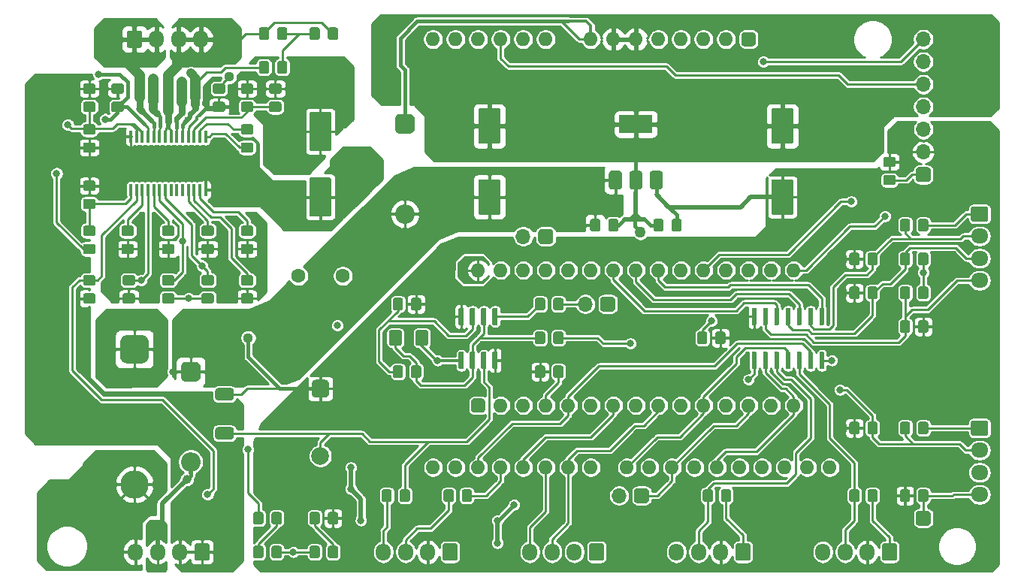
<source format=gbr>
G04 #@! TF.GenerationSoftware,KiCad,Pcbnew,5.1.5-52549c5~86~ubuntu18.04.1*
G04 #@! TF.CreationDate,2020-05-30T04:21:03+05:30*
G04 #@! TF.ProjectId,Resp2,52657370-322e-46b6-9963-61645f706362,rev?*
G04 #@! TF.SameCoordinates,Original*
G04 #@! TF.FileFunction,Copper,L1,Top*
G04 #@! TF.FilePolarity,Positive*
%FSLAX46Y46*%
G04 Gerber Fmt 4.6, Leading zero omitted, Abs format (unit mm)*
G04 Created by KiCad (PCBNEW 5.1.5-52549c5~86~ubuntu18.04.1) date 2020-05-30 04:21:03*
%MOMM*%
%LPD*%
G04 APERTURE LIST*
%ADD10O,1.700000X1.700000*%
%ADD11C,0.100000*%
%ADD12O,1.600000X1.600000*%
%ADD13R,1.000000X1.000000*%
%ADD14O,2.200000X2.200000*%
%ADD15O,1.700000X1.950000*%
%ADD16O,1.950000X1.700000*%
%ADD17C,0.600000*%
%ADD18O,0.400000X1.450000*%
%ADD19C,1.600000*%
%ADD20R,3.800000X2.000000*%
%ADD21O,3.200000X3.200000*%
%ADD22C,2.000000*%
%ADD23C,0.800000*%
%ADD24C,1.130000*%
%ADD25C,1.000000*%
%ADD26C,1.270000*%
%ADD27C,0.250000*%
%ADD28C,0.300000*%
%ADD29C,1.200000*%
%ADD30C,1.000000*%
%ADD31C,0.500000*%
%ADD32C,0.800000*%
%ADD33C,0.600000*%
%ADD34C,0.400000*%
%ADD35C,1.000001*%
%ADD36C,0.254000*%
%ADD37C,0.228600*%
G04 APERTURE END LIST*
D10*
X76200000Y-45720000D03*
G04 #@! TA.AperFunction,ComponentPad*
D11*
G36*
X79206657Y-44872046D02*
G01*
X79247913Y-44878166D01*
X79288371Y-44888300D01*
X79327640Y-44902351D01*
X79365344Y-44920183D01*
X79401117Y-44941625D01*
X79434617Y-44966471D01*
X79465520Y-44994480D01*
X79493529Y-45025383D01*
X79518375Y-45058883D01*
X79539817Y-45094656D01*
X79557649Y-45132360D01*
X79571700Y-45171629D01*
X79581834Y-45212087D01*
X79587954Y-45253343D01*
X79590000Y-45295000D01*
X79590000Y-46145000D01*
X79587954Y-46186657D01*
X79581834Y-46227913D01*
X79571700Y-46268371D01*
X79557649Y-46307640D01*
X79539817Y-46345344D01*
X79518375Y-46381117D01*
X79493529Y-46414617D01*
X79465520Y-46445520D01*
X79434617Y-46473529D01*
X79401117Y-46498375D01*
X79365344Y-46519817D01*
X79327640Y-46537649D01*
X79288371Y-46551700D01*
X79247913Y-46561834D01*
X79206657Y-46567954D01*
X79165000Y-46570000D01*
X78315000Y-46570000D01*
X78273343Y-46567954D01*
X78232087Y-46561834D01*
X78191629Y-46551700D01*
X78152360Y-46537649D01*
X78114656Y-46519817D01*
X78078883Y-46498375D01*
X78045383Y-46473529D01*
X78014480Y-46445520D01*
X77986471Y-46414617D01*
X77961625Y-46381117D01*
X77940183Y-46345344D01*
X77922351Y-46307640D01*
X77908300Y-46268371D01*
X77898166Y-46227913D01*
X77892046Y-46186657D01*
X77890000Y-46145000D01*
X77890000Y-45295000D01*
X77892046Y-45253343D01*
X77898166Y-45212087D01*
X77908300Y-45171629D01*
X77922351Y-45132360D01*
X77940183Y-45094656D01*
X77961625Y-45058883D01*
X77986471Y-45025383D01*
X78014480Y-44994480D01*
X78045383Y-44966471D01*
X78078883Y-44941625D01*
X78114656Y-44920183D01*
X78152360Y-44902351D01*
X78191629Y-44888300D01*
X78232087Y-44878166D01*
X78273343Y-44872046D01*
X78315000Y-44870000D01*
X79165000Y-44870000D01*
X79206657Y-44872046D01*
G37*
G04 #@! TD.AperFunction*
D12*
X61595000Y-64135000D03*
X59055000Y-64135000D03*
X98675000Y-64135000D03*
X59055000Y-15875000D03*
X96135000Y-64135000D03*
X61595000Y-15875000D03*
X93595000Y-64135000D03*
X64135000Y-15875000D03*
X91055000Y-64135000D03*
X66675000Y-15875000D03*
X88515000Y-64135000D03*
X69215000Y-15875000D03*
X85975000Y-64135000D03*
X71755000Y-15875000D03*
X83435000Y-64135000D03*
X76835000Y-15875000D03*
X80895000Y-64135000D03*
X79375000Y-15875000D03*
X76835000Y-64135000D03*
X81915000Y-15875000D03*
X74295000Y-64135000D03*
X84455000Y-15875000D03*
X71755000Y-64135000D03*
X86995000Y-15875000D03*
X69215000Y-64135000D03*
X89535000Y-15875000D03*
X66675000Y-64135000D03*
X92075000Y-15875000D03*
X64135000Y-64135000D03*
G04 #@! TA.AperFunction,ComponentPad*
D11*
G36*
X95054207Y-15076926D02*
G01*
X95093036Y-15082686D01*
X95131114Y-15092224D01*
X95168073Y-15105448D01*
X95203559Y-15122231D01*
X95237228Y-15142412D01*
X95268757Y-15165796D01*
X95297843Y-15192157D01*
X95324204Y-15221243D01*
X95347588Y-15252772D01*
X95367769Y-15286441D01*
X95384552Y-15321927D01*
X95397776Y-15358886D01*
X95407314Y-15396964D01*
X95413074Y-15435793D01*
X95415000Y-15475000D01*
X95415000Y-16275000D01*
X95413074Y-16314207D01*
X95407314Y-16353036D01*
X95397776Y-16391114D01*
X95384552Y-16428073D01*
X95367769Y-16463559D01*
X95347588Y-16497228D01*
X95324204Y-16528757D01*
X95297843Y-16557843D01*
X95268757Y-16584204D01*
X95237228Y-16607588D01*
X95203559Y-16627769D01*
X95168073Y-16644552D01*
X95131114Y-16657776D01*
X95093036Y-16667314D01*
X95054207Y-16673074D01*
X95015000Y-16675000D01*
X94215000Y-16675000D01*
X94175793Y-16673074D01*
X94136964Y-16667314D01*
X94098886Y-16657776D01*
X94061927Y-16644552D01*
X94026441Y-16627769D01*
X93992772Y-16607588D01*
X93961243Y-16584204D01*
X93932157Y-16557843D01*
X93905796Y-16528757D01*
X93882412Y-16497228D01*
X93862231Y-16463559D01*
X93845448Y-16428073D01*
X93832224Y-16391114D01*
X93822686Y-16353036D01*
X93816926Y-16314207D01*
X93815000Y-16275000D01*
X93815000Y-15475000D01*
X93816926Y-15435793D01*
X93822686Y-15396964D01*
X93832224Y-15358886D01*
X93845448Y-15321927D01*
X93862231Y-15286441D01*
X93882412Y-15252772D01*
X93905796Y-15221243D01*
X93932157Y-15192157D01*
X93961243Y-15165796D01*
X93992772Y-15142412D01*
X94026441Y-15122231D01*
X94061927Y-15105448D01*
X94098886Y-15092224D01*
X94136964Y-15082686D01*
X94175793Y-15076926D01*
X94215000Y-15075000D01*
X95015000Y-15075000D01*
X95054207Y-15076926D01*
G37*
G04 #@! TD.AperFunction*
D12*
X101215000Y-64135000D03*
X103755000Y-64135000D03*
D10*
X69215000Y-38100000D03*
G04 #@! TA.AperFunction,ComponentPad*
D11*
G36*
X72221657Y-37252046D02*
G01*
X72262913Y-37258166D01*
X72303371Y-37268300D01*
X72342640Y-37282351D01*
X72380344Y-37300183D01*
X72416117Y-37321625D01*
X72449617Y-37346471D01*
X72480520Y-37374480D01*
X72508529Y-37405383D01*
X72533375Y-37438883D01*
X72554817Y-37474656D01*
X72572649Y-37512360D01*
X72586700Y-37551629D01*
X72596834Y-37592087D01*
X72602954Y-37633343D01*
X72605000Y-37675000D01*
X72605000Y-38525000D01*
X72602954Y-38566657D01*
X72596834Y-38607913D01*
X72586700Y-38648371D01*
X72572649Y-38687640D01*
X72554817Y-38725344D01*
X72533375Y-38761117D01*
X72508529Y-38794617D01*
X72480520Y-38825520D01*
X72449617Y-38853529D01*
X72416117Y-38878375D01*
X72380344Y-38899817D01*
X72342640Y-38917649D01*
X72303371Y-38931700D01*
X72262913Y-38941834D01*
X72221657Y-38947954D01*
X72180000Y-38950000D01*
X71330000Y-38950000D01*
X71288343Y-38947954D01*
X71247087Y-38941834D01*
X71206629Y-38931700D01*
X71167360Y-38917649D01*
X71129656Y-38899817D01*
X71093883Y-38878375D01*
X71060383Y-38853529D01*
X71029480Y-38825520D01*
X71001471Y-38794617D01*
X70976625Y-38761117D01*
X70955183Y-38725344D01*
X70937351Y-38687640D01*
X70923300Y-38648371D01*
X70913166Y-38607913D01*
X70907046Y-38566657D01*
X70905000Y-38525000D01*
X70905000Y-37675000D01*
X70907046Y-37633343D01*
X70913166Y-37592087D01*
X70923300Y-37551629D01*
X70937351Y-37512360D01*
X70955183Y-37474656D01*
X70976625Y-37438883D01*
X71001471Y-37405383D01*
X71029480Y-37374480D01*
X71060383Y-37346471D01*
X71093883Y-37321625D01*
X71129656Y-37300183D01*
X71167360Y-37282351D01*
X71206629Y-37268300D01*
X71247087Y-37258166D01*
X71288343Y-37252046D01*
X71330000Y-37250000D01*
X72180000Y-37250000D01*
X72221657Y-37252046D01*
G37*
G04 #@! TD.AperFunction*
D10*
X80010000Y-67310000D03*
G04 #@! TA.AperFunction,ComponentPad*
D11*
G36*
X83016657Y-66462046D02*
G01*
X83057913Y-66468166D01*
X83098371Y-66478300D01*
X83137640Y-66492351D01*
X83175344Y-66510183D01*
X83211117Y-66531625D01*
X83244617Y-66556471D01*
X83275520Y-66584480D01*
X83303529Y-66615383D01*
X83328375Y-66648883D01*
X83349817Y-66684656D01*
X83367649Y-66722360D01*
X83381700Y-66761629D01*
X83391834Y-66802087D01*
X83397954Y-66843343D01*
X83400000Y-66885000D01*
X83400000Y-67735000D01*
X83397954Y-67776657D01*
X83391834Y-67817913D01*
X83381700Y-67858371D01*
X83367649Y-67897640D01*
X83349817Y-67935344D01*
X83328375Y-67971117D01*
X83303529Y-68004617D01*
X83275520Y-68035520D01*
X83244617Y-68063529D01*
X83211117Y-68088375D01*
X83175344Y-68109817D01*
X83137640Y-68127649D01*
X83098371Y-68141700D01*
X83057913Y-68151834D01*
X83016657Y-68157954D01*
X82975000Y-68160000D01*
X82125000Y-68160000D01*
X82083343Y-68157954D01*
X82042087Y-68151834D01*
X82001629Y-68141700D01*
X81962360Y-68127649D01*
X81924656Y-68109817D01*
X81888883Y-68088375D01*
X81855383Y-68063529D01*
X81824480Y-68035520D01*
X81796471Y-68004617D01*
X81771625Y-67971117D01*
X81750183Y-67935344D01*
X81732351Y-67897640D01*
X81718300Y-67858371D01*
X81708166Y-67817913D01*
X81702046Y-67776657D01*
X81700000Y-67735000D01*
X81700000Y-66885000D01*
X81702046Y-66843343D01*
X81708166Y-66802087D01*
X81718300Y-66761629D01*
X81732351Y-66722360D01*
X81750183Y-66684656D01*
X81771625Y-66648883D01*
X81796471Y-66615383D01*
X81824480Y-66584480D01*
X81855383Y-66556471D01*
X81888883Y-66531625D01*
X81924656Y-66510183D01*
X81962360Y-66492351D01*
X82001629Y-66478300D01*
X82042087Y-66468166D01*
X82083343Y-66462046D01*
X82125000Y-66460000D01*
X82975000Y-66460000D01*
X83016657Y-66462046D01*
G37*
G04 #@! TD.AperFunction*
G04 #@! TA.AperFunction,ComponentPad*
G36*
X114766657Y-69002046D02*
G01*
X114807913Y-69008166D01*
X114848371Y-69018300D01*
X114887640Y-69032351D01*
X114925344Y-69050183D01*
X114961117Y-69071625D01*
X114994617Y-69096471D01*
X115025520Y-69124480D01*
X115053529Y-69155383D01*
X115078375Y-69188883D01*
X115099817Y-69224656D01*
X115117649Y-69262360D01*
X115131700Y-69301629D01*
X115141834Y-69342087D01*
X115147954Y-69383343D01*
X115150000Y-69425000D01*
X115150000Y-70275000D01*
X115147954Y-70316657D01*
X115141834Y-70357913D01*
X115131700Y-70398371D01*
X115117649Y-70437640D01*
X115099817Y-70475344D01*
X115078375Y-70511117D01*
X115053529Y-70544617D01*
X115025520Y-70575520D01*
X114994617Y-70603529D01*
X114961117Y-70628375D01*
X114925344Y-70649817D01*
X114887640Y-70667649D01*
X114848371Y-70681700D01*
X114807913Y-70691834D01*
X114766657Y-70697954D01*
X114725000Y-70700000D01*
X113875000Y-70700000D01*
X113833343Y-70697954D01*
X113792087Y-70691834D01*
X113751629Y-70681700D01*
X113712360Y-70667649D01*
X113674656Y-70649817D01*
X113638883Y-70628375D01*
X113605383Y-70603529D01*
X113574480Y-70575520D01*
X113546471Y-70544617D01*
X113521625Y-70511117D01*
X113500183Y-70475344D01*
X113482351Y-70437640D01*
X113468300Y-70398371D01*
X113458166Y-70357913D01*
X113452046Y-70316657D01*
X113450000Y-70275000D01*
X113450000Y-69425000D01*
X113452046Y-69383343D01*
X113458166Y-69342087D01*
X113468300Y-69301629D01*
X113482351Y-69262360D01*
X113500183Y-69224656D01*
X113521625Y-69188883D01*
X113546471Y-69155383D01*
X113574480Y-69124480D01*
X113605383Y-69096471D01*
X113638883Y-69071625D01*
X113674656Y-69050183D01*
X113712360Y-69032351D01*
X113751629Y-69018300D01*
X113792087Y-69008166D01*
X113833343Y-69002046D01*
X113875000Y-69000000D01*
X114725000Y-69000000D01*
X114766657Y-69002046D01*
G37*
G04 #@! TD.AperFunction*
D13*
X28575000Y-64770000D03*
G04 #@! TA.AperFunction,ComponentPad*
D11*
G36*
X28214504Y-47126204D02*
G01*
X28238773Y-47129804D01*
X28262571Y-47135765D01*
X28285671Y-47144030D01*
X28307849Y-47154520D01*
X28328893Y-47167133D01*
X28348598Y-47181747D01*
X28366777Y-47198223D01*
X28383253Y-47216402D01*
X28397867Y-47236107D01*
X28410480Y-47257151D01*
X28420970Y-47279329D01*
X28429235Y-47302429D01*
X28435196Y-47326227D01*
X28438796Y-47350496D01*
X28440000Y-47375000D01*
X28440000Y-47875000D01*
X28438796Y-47899504D01*
X28435196Y-47923773D01*
X28429235Y-47947571D01*
X28420970Y-47970671D01*
X28410480Y-47992849D01*
X28397867Y-48013893D01*
X28383253Y-48033598D01*
X28366777Y-48051777D01*
X28348598Y-48068253D01*
X28328893Y-48082867D01*
X28307849Y-48095480D01*
X28285671Y-48105970D01*
X28262571Y-48114235D01*
X28238773Y-48120196D01*
X28214504Y-48123796D01*
X28190000Y-48125000D01*
X27690000Y-48125000D01*
X27665496Y-48123796D01*
X27641227Y-48120196D01*
X27617429Y-48114235D01*
X27594329Y-48105970D01*
X27572151Y-48095480D01*
X27551107Y-48082867D01*
X27531402Y-48068253D01*
X27513223Y-48051777D01*
X27496747Y-48033598D01*
X27482133Y-48013893D01*
X27469520Y-47992849D01*
X27459030Y-47970671D01*
X27450765Y-47947571D01*
X27444804Y-47923773D01*
X27441204Y-47899504D01*
X27440000Y-47875000D01*
X27440000Y-47375000D01*
X27441204Y-47350496D01*
X27444804Y-47326227D01*
X27450765Y-47302429D01*
X27459030Y-47279329D01*
X27469520Y-47257151D01*
X27482133Y-47236107D01*
X27496747Y-47216402D01*
X27513223Y-47198223D01*
X27531402Y-47181747D01*
X27551107Y-47167133D01*
X27572151Y-47154520D01*
X27594329Y-47144030D01*
X27617429Y-47135765D01*
X27641227Y-47129804D01*
X27665496Y-47126204D01*
X27690000Y-47125000D01*
X28190000Y-47125000D01*
X28214504Y-47126204D01*
G37*
G04 #@! TD.AperFunction*
G04 #@! TA.AperFunction,ComponentPad*
G36*
X30754504Y-47126204D02*
G01*
X30778773Y-47129804D01*
X30802571Y-47135765D01*
X30825671Y-47144030D01*
X30847849Y-47154520D01*
X30868893Y-47167133D01*
X30888598Y-47181747D01*
X30906777Y-47198223D01*
X30923253Y-47216402D01*
X30937867Y-47236107D01*
X30950480Y-47257151D01*
X30960970Y-47279329D01*
X30969235Y-47302429D01*
X30975196Y-47326227D01*
X30978796Y-47350496D01*
X30980000Y-47375000D01*
X30980000Y-47875000D01*
X30978796Y-47899504D01*
X30975196Y-47923773D01*
X30969235Y-47947571D01*
X30960970Y-47970671D01*
X30950480Y-47992849D01*
X30937867Y-48013893D01*
X30923253Y-48033598D01*
X30906777Y-48051777D01*
X30888598Y-48068253D01*
X30868893Y-48082867D01*
X30847849Y-48095480D01*
X30825671Y-48105970D01*
X30802571Y-48114235D01*
X30778773Y-48120196D01*
X30754504Y-48123796D01*
X30730000Y-48125000D01*
X30230000Y-48125000D01*
X30205496Y-48123796D01*
X30181227Y-48120196D01*
X30157429Y-48114235D01*
X30134329Y-48105970D01*
X30112151Y-48095480D01*
X30091107Y-48082867D01*
X30071402Y-48068253D01*
X30053223Y-48051777D01*
X30036747Y-48033598D01*
X30022133Y-48013893D01*
X30009520Y-47992849D01*
X29999030Y-47970671D01*
X29990765Y-47947571D01*
X29984804Y-47923773D01*
X29981204Y-47899504D01*
X29980000Y-47875000D01*
X29980000Y-47375000D01*
X29981204Y-47350496D01*
X29984804Y-47326227D01*
X29990765Y-47302429D01*
X29999030Y-47279329D01*
X30009520Y-47257151D01*
X30022133Y-47236107D01*
X30036747Y-47216402D01*
X30053223Y-47198223D01*
X30071402Y-47181747D01*
X30091107Y-47167133D01*
X30112151Y-47154520D01*
X30134329Y-47144030D01*
X30157429Y-47135765D01*
X30181227Y-47129804D01*
X30205496Y-47126204D01*
X30230000Y-47125000D01*
X30730000Y-47125000D01*
X30754504Y-47126204D01*
G37*
G04 #@! TD.AperFunction*
D14*
X31750000Y-63500000D03*
G04 #@! TA.AperFunction,ComponentPad*
D11*
G36*
X32353909Y-52242648D02*
G01*
X32407300Y-52250568D01*
X32459657Y-52263683D01*
X32510476Y-52281866D01*
X32559268Y-52304943D01*
X32605564Y-52332692D01*
X32648916Y-52364844D01*
X32688909Y-52401091D01*
X32725156Y-52441084D01*
X32757308Y-52484436D01*
X32785057Y-52530732D01*
X32808134Y-52579524D01*
X32826317Y-52630343D01*
X32839432Y-52682700D01*
X32847352Y-52736091D01*
X32850000Y-52790000D01*
X32850000Y-53890000D01*
X32847352Y-53943909D01*
X32839432Y-53997300D01*
X32826317Y-54049657D01*
X32808134Y-54100476D01*
X32785057Y-54149268D01*
X32757308Y-54195564D01*
X32725156Y-54238916D01*
X32688909Y-54278909D01*
X32648916Y-54315156D01*
X32605564Y-54347308D01*
X32559268Y-54375057D01*
X32510476Y-54398134D01*
X32459657Y-54416317D01*
X32407300Y-54429432D01*
X32353909Y-54437352D01*
X32300000Y-54440000D01*
X31200000Y-54440000D01*
X31146091Y-54437352D01*
X31092700Y-54429432D01*
X31040343Y-54416317D01*
X30989524Y-54398134D01*
X30940732Y-54375057D01*
X30894436Y-54347308D01*
X30851084Y-54315156D01*
X30811091Y-54278909D01*
X30774844Y-54238916D01*
X30742692Y-54195564D01*
X30714943Y-54149268D01*
X30691866Y-54100476D01*
X30673683Y-54049657D01*
X30660568Y-53997300D01*
X30652648Y-53943909D01*
X30650000Y-53890000D01*
X30650000Y-52790000D01*
X30652648Y-52736091D01*
X30660568Y-52682700D01*
X30673683Y-52630343D01*
X30691866Y-52579524D01*
X30714943Y-52530732D01*
X30742692Y-52484436D01*
X30774844Y-52441084D01*
X30811091Y-52401091D01*
X30851084Y-52364844D01*
X30894436Y-52332692D01*
X30940732Y-52304943D01*
X30989524Y-52281866D01*
X31040343Y-52263683D01*
X31092700Y-52250568D01*
X31146091Y-52242648D01*
X31200000Y-52240000D01*
X32300000Y-52240000D01*
X32353909Y-52242648D01*
G37*
G04 #@! TD.AperFunction*
D12*
X99695000Y-41910000D03*
X99695000Y-57150000D03*
X64135000Y-41910000D03*
X97155000Y-57150000D03*
X66675000Y-41910000D03*
X94615000Y-57150000D03*
X69215000Y-41910000D03*
X92075000Y-57150000D03*
X71755000Y-41910000D03*
X89535000Y-57150000D03*
X74295000Y-41910000D03*
X86995000Y-57150000D03*
X76835000Y-41910000D03*
X84455000Y-57150000D03*
X79375000Y-41910000D03*
X81915000Y-57150000D03*
X81915000Y-41910000D03*
X79375000Y-57150000D03*
X84455000Y-41910000D03*
X76835000Y-57150000D03*
X86995000Y-41910000D03*
X74295000Y-57150000D03*
X89535000Y-41910000D03*
X71755000Y-57150000D03*
X92075000Y-41910000D03*
X69215000Y-57150000D03*
X94615000Y-41910000D03*
X66675000Y-57150000D03*
X97155000Y-41910000D03*
G04 #@! TA.AperFunction,ComponentPad*
D11*
G36*
X64574207Y-56351926D02*
G01*
X64613036Y-56357686D01*
X64651114Y-56367224D01*
X64688073Y-56380448D01*
X64723559Y-56397231D01*
X64757228Y-56417412D01*
X64788757Y-56440796D01*
X64817843Y-56467157D01*
X64844204Y-56496243D01*
X64867588Y-56527772D01*
X64887769Y-56561441D01*
X64904552Y-56596927D01*
X64917776Y-56633886D01*
X64927314Y-56671964D01*
X64933074Y-56710793D01*
X64935000Y-56750000D01*
X64935000Y-57550000D01*
X64933074Y-57589207D01*
X64927314Y-57628036D01*
X64917776Y-57666114D01*
X64904552Y-57703073D01*
X64887769Y-57738559D01*
X64867588Y-57772228D01*
X64844204Y-57803757D01*
X64817843Y-57832843D01*
X64788757Y-57859204D01*
X64757228Y-57882588D01*
X64723559Y-57902769D01*
X64688073Y-57919552D01*
X64651114Y-57932776D01*
X64613036Y-57942314D01*
X64574207Y-57948074D01*
X64535000Y-57950000D01*
X63735000Y-57950000D01*
X63695793Y-57948074D01*
X63656964Y-57942314D01*
X63618886Y-57932776D01*
X63581927Y-57919552D01*
X63546441Y-57902769D01*
X63512772Y-57882588D01*
X63481243Y-57859204D01*
X63452157Y-57832843D01*
X63425796Y-57803757D01*
X63402412Y-57772228D01*
X63382231Y-57738559D01*
X63365448Y-57703073D01*
X63352224Y-57666114D01*
X63342686Y-57628036D01*
X63336926Y-57589207D01*
X63335000Y-57550000D01*
X63335000Y-56750000D01*
X63336926Y-56710793D01*
X63342686Y-56671964D01*
X63352224Y-56633886D01*
X63365448Y-56596927D01*
X63382231Y-56561441D01*
X63402412Y-56527772D01*
X63425796Y-56496243D01*
X63452157Y-56467157D01*
X63481243Y-56440796D01*
X63512772Y-56417412D01*
X63546441Y-56397231D01*
X63581927Y-56380448D01*
X63618886Y-56367224D01*
X63656964Y-56357686D01*
X63695793Y-56351926D01*
X63735000Y-56350000D01*
X64535000Y-56350000D01*
X64574207Y-56351926D01*
G37*
G04 #@! TD.AperFunction*
G04 #@! TA.AperFunction,SMDPad,CuDef*
G36*
X36294306Y-59581685D02*
G01*
X36328282Y-59586725D01*
X36361600Y-59595071D01*
X36393939Y-59606642D01*
X36424989Y-59621328D01*
X36454450Y-59638986D01*
X36482038Y-59659446D01*
X36507487Y-59682513D01*
X36530554Y-59707962D01*
X36551014Y-59735550D01*
X36568672Y-59765011D01*
X36583358Y-59796061D01*
X36594929Y-59828400D01*
X36603275Y-59861718D01*
X36608315Y-59895694D01*
X36610000Y-59930000D01*
X36610000Y-60630000D01*
X36608315Y-60664306D01*
X36603275Y-60698282D01*
X36594929Y-60731600D01*
X36583358Y-60763939D01*
X36568672Y-60794989D01*
X36551014Y-60824450D01*
X36530554Y-60852038D01*
X36507487Y-60877487D01*
X36482038Y-60900554D01*
X36454450Y-60921014D01*
X36424989Y-60938672D01*
X36393939Y-60953358D01*
X36361600Y-60964929D01*
X36328282Y-60973275D01*
X36294306Y-60978315D01*
X36260000Y-60980000D01*
X34860000Y-60980000D01*
X34825694Y-60978315D01*
X34791718Y-60973275D01*
X34758400Y-60964929D01*
X34726061Y-60953358D01*
X34695011Y-60938672D01*
X34665550Y-60921014D01*
X34637962Y-60900554D01*
X34612513Y-60877487D01*
X34589446Y-60852038D01*
X34568986Y-60824450D01*
X34551328Y-60794989D01*
X34536642Y-60763939D01*
X34525071Y-60731600D01*
X34516725Y-60698282D01*
X34511685Y-60664306D01*
X34510000Y-60630000D01*
X34510000Y-59930000D01*
X34511685Y-59895694D01*
X34516725Y-59861718D01*
X34525071Y-59828400D01*
X34536642Y-59796061D01*
X34551328Y-59765011D01*
X34568986Y-59735550D01*
X34589446Y-59707962D01*
X34612513Y-59682513D01*
X34637962Y-59659446D01*
X34665550Y-59638986D01*
X34695011Y-59621328D01*
X34726061Y-59606642D01*
X34758400Y-59595071D01*
X34791718Y-59586725D01*
X34825694Y-59581685D01*
X34860000Y-59580000D01*
X36260000Y-59580000D01*
X36294306Y-59581685D01*
G37*
G04 #@! TD.AperFunction*
G04 #@! TA.AperFunction,SMDPad,CuDef*
G36*
X36294306Y-55181685D02*
G01*
X36328282Y-55186725D01*
X36361600Y-55195071D01*
X36393939Y-55206642D01*
X36424989Y-55221328D01*
X36454450Y-55238986D01*
X36482038Y-55259446D01*
X36507487Y-55282513D01*
X36530554Y-55307962D01*
X36551014Y-55335550D01*
X36568672Y-55365011D01*
X36583358Y-55396061D01*
X36594929Y-55428400D01*
X36603275Y-55461718D01*
X36608315Y-55495694D01*
X36610000Y-55530000D01*
X36610000Y-56230000D01*
X36608315Y-56264306D01*
X36603275Y-56298282D01*
X36594929Y-56331600D01*
X36583358Y-56363939D01*
X36568672Y-56394989D01*
X36551014Y-56424450D01*
X36530554Y-56452038D01*
X36507487Y-56477487D01*
X36482038Y-56500554D01*
X36454450Y-56521014D01*
X36424989Y-56538672D01*
X36393939Y-56553358D01*
X36361600Y-56564929D01*
X36328282Y-56573275D01*
X36294306Y-56578315D01*
X36260000Y-56580000D01*
X34860000Y-56580000D01*
X34825694Y-56578315D01*
X34791718Y-56573275D01*
X34758400Y-56564929D01*
X34726061Y-56553358D01*
X34695011Y-56538672D01*
X34665550Y-56521014D01*
X34637962Y-56500554D01*
X34612513Y-56477487D01*
X34589446Y-56452038D01*
X34568986Y-56424450D01*
X34551328Y-56394989D01*
X34536642Y-56363939D01*
X34525071Y-56331600D01*
X34516725Y-56298282D01*
X34511685Y-56264306D01*
X34510000Y-56230000D01*
X34510000Y-55530000D01*
X34511685Y-55495694D01*
X34516725Y-55461718D01*
X34525071Y-55428400D01*
X34536642Y-55396061D01*
X34551328Y-55365011D01*
X34568986Y-55335550D01*
X34589446Y-55307962D01*
X34612513Y-55282513D01*
X34637962Y-55259446D01*
X34665550Y-55238986D01*
X34695011Y-55221328D01*
X34726061Y-55206642D01*
X34758400Y-55195071D01*
X34791718Y-55186725D01*
X34825694Y-55181685D01*
X34860000Y-55180000D01*
X36260000Y-55180000D01*
X36294306Y-55181685D01*
G37*
G04 #@! TD.AperFunction*
G04 #@! TA.AperFunction,ComponentPad*
G36*
X33644504Y-72686204D02*
G01*
X33668773Y-72689804D01*
X33692571Y-72695765D01*
X33715671Y-72704030D01*
X33737849Y-72714520D01*
X33758893Y-72727133D01*
X33778598Y-72741747D01*
X33796777Y-72758223D01*
X33813253Y-72776402D01*
X33827867Y-72796107D01*
X33840480Y-72817151D01*
X33850970Y-72839329D01*
X33859235Y-72862429D01*
X33865196Y-72886227D01*
X33868796Y-72910496D01*
X33870000Y-72935000D01*
X33870000Y-74385000D01*
X33868796Y-74409504D01*
X33865196Y-74433773D01*
X33859235Y-74457571D01*
X33850970Y-74480671D01*
X33840480Y-74502849D01*
X33827867Y-74523893D01*
X33813253Y-74543598D01*
X33796777Y-74561777D01*
X33778598Y-74578253D01*
X33758893Y-74592867D01*
X33737849Y-74605480D01*
X33715671Y-74615970D01*
X33692571Y-74624235D01*
X33668773Y-74630196D01*
X33644504Y-74633796D01*
X33620000Y-74635000D01*
X32420000Y-74635000D01*
X32395496Y-74633796D01*
X32371227Y-74630196D01*
X32347429Y-74624235D01*
X32324329Y-74615970D01*
X32302151Y-74605480D01*
X32281107Y-74592867D01*
X32261402Y-74578253D01*
X32243223Y-74561777D01*
X32226747Y-74543598D01*
X32212133Y-74523893D01*
X32199520Y-74502849D01*
X32189030Y-74480671D01*
X32180765Y-74457571D01*
X32174804Y-74433773D01*
X32171204Y-74409504D01*
X32170000Y-74385000D01*
X32170000Y-72935000D01*
X32171204Y-72910496D01*
X32174804Y-72886227D01*
X32180765Y-72862429D01*
X32189030Y-72839329D01*
X32199520Y-72817151D01*
X32212133Y-72796107D01*
X32226747Y-72776402D01*
X32243223Y-72758223D01*
X32261402Y-72741747D01*
X32281107Y-72727133D01*
X32302151Y-72714520D01*
X32324329Y-72704030D01*
X32347429Y-72695765D01*
X32371227Y-72689804D01*
X32395496Y-72686204D01*
X32420000Y-72685000D01*
X33620000Y-72685000D01*
X33644504Y-72686204D01*
G37*
G04 #@! TD.AperFunction*
D15*
X30520000Y-73660000D03*
X28020000Y-73660000D03*
X25520000Y-73660000D03*
D16*
X120650000Y-43060000D03*
X120650000Y-40560000D03*
X120650000Y-38060000D03*
G04 #@! TA.AperFunction,ComponentPad*
D11*
G36*
X121399504Y-34711204D02*
G01*
X121423773Y-34714804D01*
X121447571Y-34720765D01*
X121470671Y-34729030D01*
X121492849Y-34739520D01*
X121513893Y-34752133D01*
X121533598Y-34766747D01*
X121551777Y-34783223D01*
X121568253Y-34801402D01*
X121582867Y-34821107D01*
X121595480Y-34842151D01*
X121605970Y-34864329D01*
X121614235Y-34887429D01*
X121620196Y-34911227D01*
X121623796Y-34935496D01*
X121625000Y-34960000D01*
X121625000Y-36160000D01*
X121623796Y-36184504D01*
X121620196Y-36208773D01*
X121614235Y-36232571D01*
X121605970Y-36255671D01*
X121595480Y-36277849D01*
X121582867Y-36298893D01*
X121568253Y-36318598D01*
X121551777Y-36336777D01*
X121533598Y-36353253D01*
X121513893Y-36367867D01*
X121492849Y-36380480D01*
X121470671Y-36390970D01*
X121447571Y-36399235D01*
X121423773Y-36405196D01*
X121399504Y-36408796D01*
X121375000Y-36410000D01*
X119925000Y-36410000D01*
X119900496Y-36408796D01*
X119876227Y-36405196D01*
X119852429Y-36399235D01*
X119829329Y-36390970D01*
X119807151Y-36380480D01*
X119786107Y-36367867D01*
X119766402Y-36353253D01*
X119748223Y-36336777D01*
X119731747Y-36318598D01*
X119717133Y-36298893D01*
X119704520Y-36277849D01*
X119694030Y-36255671D01*
X119685765Y-36232571D01*
X119679804Y-36208773D01*
X119676204Y-36184504D01*
X119675000Y-36160000D01*
X119675000Y-34960000D01*
X119676204Y-34935496D01*
X119679804Y-34911227D01*
X119685765Y-34887429D01*
X119694030Y-34864329D01*
X119704520Y-34842151D01*
X119717133Y-34821107D01*
X119731747Y-34801402D01*
X119748223Y-34783223D01*
X119766402Y-34766747D01*
X119786107Y-34752133D01*
X119807151Y-34739520D01*
X119829329Y-34729030D01*
X119852429Y-34720765D01*
X119876227Y-34714804D01*
X119900496Y-34711204D01*
X119925000Y-34710000D01*
X121375000Y-34710000D01*
X121399504Y-34711204D01*
G37*
G04 #@! TD.AperFunction*
D17*
X24760000Y-29845000D03*
X26540000Y-28545000D03*
X26540000Y-29845000D03*
X26540000Y-31145000D03*
X28320000Y-28545000D03*
X28320000Y-29845000D03*
X28320000Y-31145000D03*
X30100000Y-28545000D03*
X30100000Y-29845000D03*
X30100000Y-31145000D03*
X31880000Y-28545000D03*
X31880000Y-29845000D03*
X31880000Y-31145000D03*
X33660000Y-29845000D03*
G04 #@! TA.AperFunction,SMDPad,CuDef*
D11*
G36*
X33193314Y-28149093D02*
G01*
X33275826Y-28161333D01*
X33356741Y-28181601D01*
X33435280Y-28209702D01*
X33510686Y-28245367D01*
X33582234Y-28288251D01*
X33649233Y-28337941D01*
X33711040Y-28393959D01*
X33767058Y-28455766D01*
X33816748Y-28522765D01*
X33859632Y-28594313D01*
X33895297Y-28669719D01*
X33923398Y-28748258D01*
X33943666Y-28829173D01*
X33955906Y-28911685D01*
X33959999Y-28995000D01*
X33959999Y-30695000D01*
X33955906Y-30778315D01*
X33943666Y-30860827D01*
X33923398Y-30941742D01*
X33895297Y-31020281D01*
X33859632Y-31095687D01*
X33816748Y-31167235D01*
X33767058Y-31234234D01*
X33711040Y-31296041D01*
X33649233Y-31352059D01*
X33582234Y-31401749D01*
X33510686Y-31444633D01*
X33435280Y-31480298D01*
X33356741Y-31508399D01*
X33275826Y-31528667D01*
X33193314Y-31540907D01*
X33109999Y-31545000D01*
X25310001Y-31545000D01*
X25226686Y-31540907D01*
X25144174Y-31528667D01*
X25063259Y-31508399D01*
X24984720Y-31480298D01*
X24909314Y-31444633D01*
X24837766Y-31401749D01*
X24770767Y-31352059D01*
X24708960Y-31296041D01*
X24652942Y-31234234D01*
X24603252Y-31167235D01*
X24560368Y-31095687D01*
X24524703Y-31020281D01*
X24496602Y-30941742D01*
X24476334Y-30860827D01*
X24464094Y-30778315D01*
X24460001Y-30695000D01*
X24460001Y-28995000D01*
X24464094Y-28911685D01*
X24476334Y-28829173D01*
X24496602Y-28748258D01*
X24524703Y-28669719D01*
X24560368Y-28594313D01*
X24603252Y-28522765D01*
X24652942Y-28455766D01*
X24708960Y-28393959D01*
X24770767Y-28337941D01*
X24837766Y-28288251D01*
X24909314Y-28245367D01*
X24984720Y-28209702D01*
X25063259Y-28181601D01*
X25144174Y-28161333D01*
X25226686Y-28149093D01*
X25310001Y-28145000D01*
X33109999Y-28145000D01*
X33193314Y-28149093D01*
G37*
G04 #@! TD.AperFunction*
D18*
X33435000Y-32845000D03*
X32785000Y-32845000D03*
X32135000Y-32845000D03*
X31485000Y-32845000D03*
X30835000Y-32845000D03*
X30185000Y-32845000D03*
X29535000Y-32845000D03*
X28885000Y-32845000D03*
X28235000Y-32845000D03*
X27585000Y-32845000D03*
X26935000Y-32845000D03*
X26285000Y-32845000D03*
X25635000Y-32845000D03*
X24985000Y-32845000D03*
X24985000Y-26845000D03*
X25635000Y-26845000D03*
X26285000Y-26845000D03*
X26935000Y-26845000D03*
X27585000Y-26845000D03*
X28235000Y-26845000D03*
X28885000Y-26845000D03*
X29535000Y-26845000D03*
X30185000Y-26845000D03*
X30835000Y-26845000D03*
X31485000Y-26845000D03*
X32135000Y-26845000D03*
X32785000Y-26845000D03*
X33435000Y-26845000D03*
D10*
X114300000Y-15875000D03*
X114300000Y-18415000D03*
X114300000Y-20955000D03*
X114300000Y-23495000D03*
X114300000Y-26035000D03*
X114300000Y-28575000D03*
G04 #@! TA.AperFunction,ComponentPad*
D11*
G36*
X114766657Y-30267046D02*
G01*
X114807913Y-30273166D01*
X114848371Y-30283300D01*
X114887640Y-30297351D01*
X114925344Y-30315183D01*
X114961117Y-30336625D01*
X114994617Y-30361471D01*
X115025520Y-30389480D01*
X115053529Y-30420383D01*
X115078375Y-30453883D01*
X115099817Y-30489656D01*
X115117649Y-30527360D01*
X115131700Y-30566629D01*
X115141834Y-30607087D01*
X115147954Y-30648343D01*
X115150000Y-30690000D01*
X115150000Y-31540000D01*
X115147954Y-31581657D01*
X115141834Y-31622913D01*
X115131700Y-31663371D01*
X115117649Y-31702640D01*
X115099817Y-31740344D01*
X115078375Y-31776117D01*
X115053529Y-31809617D01*
X115025520Y-31840520D01*
X114994617Y-31868529D01*
X114961117Y-31893375D01*
X114925344Y-31914817D01*
X114887640Y-31932649D01*
X114848371Y-31946700D01*
X114807913Y-31956834D01*
X114766657Y-31962954D01*
X114725000Y-31965000D01*
X113875000Y-31965000D01*
X113833343Y-31962954D01*
X113792087Y-31956834D01*
X113751629Y-31946700D01*
X113712360Y-31932649D01*
X113674656Y-31914817D01*
X113638883Y-31893375D01*
X113605383Y-31868529D01*
X113574480Y-31840520D01*
X113546471Y-31809617D01*
X113521625Y-31776117D01*
X113500183Y-31740344D01*
X113482351Y-31702640D01*
X113468300Y-31663371D01*
X113458166Y-31622913D01*
X113452046Y-31581657D01*
X113450000Y-31540000D01*
X113450000Y-30690000D01*
X113452046Y-30648343D01*
X113458166Y-30607087D01*
X113468300Y-30566629D01*
X113482351Y-30527360D01*
X113500183Y-30489656D01*
X113521625Y-30453883D01*
X113546471Y-30420383D01*
X113574480Y-30389480D01*
X113605383Y-30361471D01*
X113638883Y-30336625D01*
X113674656Y-30315183D01*
X113712360Y-30297351D01*
X113751629Y-30283300D01*
X113792087Y-30273166D01*
X113833343Y-30267046D01*
X113875000Y-30265000D01*
X114725000Y-30265000D01*
X114766657Y-30267046D01*
G37*
G04 #@! TD.AperFunction*
D19*
X43895000Y-42545000D03*
X48895000Y-42545000D03*
G04 #@! TA.AperFunction,SMDPad,CuDef*
D11*
G36*
X29684505Y-36891204D02*
G01*
X29708773Y-36894804D01*
X29732572Y-36900765D01*
X29755671Y-36909030D01*
X29777850Y-36919520D01*
X29798893Y-36932132D01*
X29818599Y-36946747D01*
X29836777Y-36963223D01*
X29853253Y-36981401D01*
X29867868Y-37001107D01*
X29880480Y-37022150D01*
X29890970Y-37044329D01*
X29899235Y-37067428D01*
X29905196Y-37091227D01*
X29908796Y-37115495D01*
X29910000Y-37139999D01*
X29910000Y-37790001D01*
X29908796Y-37814505D01*
X29905196Y-37838773D01*
X29899235Y-37862572D01*
X29890970Y-37885671D01*
X29880480Y-37907850D01*
X29867868Y-37928893D01*
X29853253Y-37948599D01*
X29836777Y-37966777D01*
X29818599Y-37983253D01*
X29798893Y-37997868D01*
X29777850Y-38010480D01*
X29755671Y-38020970D01*
X29732572Y-38029235D01*
X29708773Y-38035196D01*
X29684505Y-38038796D01*
X29660001Y-38040000D01*
X28759999Y-38040000D01*
X28735495Y-38038796D01*
X28711227Y-38035196D01*
X28687428Y-38029235D01*
X28664329Y-38020970D01*
X28642150Y-38010480D01*
X28621107Y-37997868D01*
X28601401Y-37983253D01*
X28583223Y-37966777D01*
X28566747Y-37948599D01*
X28552132Y-37928893D01*
X28539520Y-37907850D01*
X28529030Y-37885671D01*
X28520765Y-37862572D01*
X28514804Y-37838773D01*
X28511204Y-37814505D01*
X28510000Y-37790001D01*
X28510000Y-37139999D01*
X28511204Y-37115495D01*
X28514804Y-37091227D01*
X28520765Y-37067428D01*
X28529030Y-37044329D01*
X28539520Y-37022150D01*
X28552132Y-37001107D01*
X28566747Y-36981401D01*
X28583223Y-36963223D01*
X28601401Y-36946747D01*
X28621107Y-36932132D01*
X28642150Y-36919520D01*
X28664329Y-36909030D01*
X28687428Y-36900765D01*
X28711227Y-36894804D01*
X28735495Y-36891204D01*
X28759999Y-36890000D01*
X29660001Y-36890000D01*
X29684505Y-36891204D01*
G37*
G04 #@! TD.AperFunction*
G04 #@! TA.AperFunction,SMDPad,CuDef*
G36*
X29684505Y-38941204D02*
G01*
X29708773Y-38944804D01*
X29732572Y-38950765D01*
X29755671Y-38959030D01*
X29777850Y-38969520D01*
X29798893Y-38982132D01*
X29818599Y-38996747D01*
X29836777Y-39013223D01*
X29853253Y-39031401D01*
X29867868Y-39051107D01*
X29880480Y-39072150D01*
X29890970Y-39094329D01*
X29899235Y-39117428D01*
X29905196Y-39141227D01*
X29908796Y-39165495D01*
X29910000Y-39189999D01*
X29910000Y-39840001D01*
X29908796Y-39864505D01*
X29905196Y-39888773D01*
X29899235Y-39912572D01*
X29890970Y-39935671D01*
X29880480Y-39957850D01*
X29867868Y-39978893D01*
X29853253Y-39998599D01*
X29836777Y-40016777D01*
X29818599Y-40033253D01*
X29798893Y-40047868D01*
X29777850Y-40060480D01*
X29755671Y-40070970D01*
X29732572Y-40079235D01*
X29708773Y-40085196D01*
X29684505Y-40088796D01*
X29660001Y-40090000D01*
X28759999Y-40090000D01*
X28735495Y-40088796D01*
X28711227Y-40085196D01*
X28687428Y-40079235D01*
X28664329Y-40070970D01*
X28642150Y-40060480D01*
X28621107Y-40047868D01*
X28601401Y-40033253D01*
X28583223Y-40016777D01*
X28566747Y-39998599D01*
X28552132Y-39978893D01*
X28539520Y-39957850D01*
X28529030Y-39935671D01*
X28520765Y-39912572D01*
X28514804Y-39888773D01*
X28511204Y-39864505D01*
X28510000Y-39840001D01*
X28510000Y-39189999D01*
X28511204Y-39165495D01*
X28514804Y-39141227D01*
X28520765Y-39117428D01*
X28529030Y-39094329D01*
X28539520Y-39072150D01*
X28552132Y-39051107D01*
X28566747Y-39031401D01*
X28583223Y-39013223D01*
X28601401Y-38996747D01*
X28621107Y-38982132D01*
X28642150Y-38969520D01*
X28664329Y-38959030D01*
X28687428Y-38950765D01*
X28711227Y-38944804D01*
X28735495Y-38941204D01*
X28759999Y-38940000D01*
X29660001Y-38940000D01*
X29684505Y-38941204D01*
G37*
G04 #@! TD.AperFunction*
G04 #@! TA.AperFunction,SMDPad,CuDef*
G36*
X38574505Y-20871204D02*
G01*
X38598773Y-20874804D01*
X38622572Y-20880765D01*
X38645671Y-20889030D01*
X38667850Y-20899520D01*
X38688893Y-20912132D01*
X38708599Y-20926747D01*
X38726777Y-20943223D01*
X38743253Y-20961401D01*
X38757868Y-20981107D01*
X38770480Y-21002150D01*
X38780970Y-21024329D01*
X38789235Y-21047428D01*
X38795196Y-21071227D01*
X38798796Y-21095495D01*
X38800000Y-21119999D01*
X38800000Y-21770001D01*
X38798796Y-21794505D01*
X38795196Y-21818773D01*
X38789235Y-21842572D01*
X38780970Y-21865671D01*
X38770480Y-21887850D01*
X38757868Y-21908893D01*
X38743253Y-21928599D01*
X38726777Y-21946777D01*
X38708599Y-21963253D01*
X38688893Y-21977868D01*
X38667850Y-21990480D01*
X38645671Y-22000970D01*
X38622572Y-22009235D01*
X38598773Y-22015196D01*
X38574505Y-22018796D01*
X38550001Y-22020000D01*
X37649999Y-22020000D01*
X37625495Y-22018796D01*
X37601227Y-22015196D01*
X37577428Y-22009235D01*
X37554329Y-22000970D01*
X37532150Y-21990480D01*
X37511107Y-21977868D01*
X37491401Y-21963253D01*
X37473223Y-21946777D01*
X37456747Y-21928599D01*
X37442132Y-21908893D01*
X37429520Y-21887850D01*
X37419030Y-21865671D01*
X37410765Y-21842572D01*
X37404804Y-21818773D01*
X37401204Y-21794505D01*
X37400000Y-21770001D01*
X37400000Y-21119999D01*
X37401204Y-21095495D01*
X37404804Y-21071227D01*
X37410765Y-21047428D01*
X37419030Y-21024329D01*
X37429520Y-21002150D01*
X37442132Y-20981107D01*
X37456747Y-20961401D01*
X37473223Y-20943223D01*
X37491401Y-20926747D01*
X37511107Y-20912132D01*
X37532150Y-20899520D01*
X37554329Y-20889030D01*
X37577428Y-20880765D01*
X37601227Y-20874804D01*
X37625495Y-20871204D01*
X37649999Y-20870000D01*
X38550001Y-20870000D01*
X38574505Y-20871204D01*
G37*
G04 #@! TD.AperFunction*
G04 #@! TA.AperFunction,SMDPad,CuDef*
G36*
X38574505Y-22921204D02*
G01*
X38598773Y-22924804D01*
X38622572Y-22930765D01*
X38645671Y-22939030D01*
X38667850Y-22949520D01*
X38688893Y-22962132D01*
X38708599Y-22976747D01*
X38726777Y-22993223D01*
X38743253Y-23011401D01*
X38757868Y-23031107D01*
X38770480Y-23052150D01*
X38780970Y-23074329D01*
X38789235Y-23097428D01*
X38795196Y-23121227D01*
X38798796Y-23145495D01*
X38800000Y-23169999D01*
X38800000Y-23820001D01*
X38798796Y-23844505D01*
X38795196Y-23868773D01*
X38789235Y-23892572D01*
X38780970Y-23915671D01*
X38770480Y-23937850D01*
X38757868Y-23958893D01*
X38743253Y-23978599D01*
X38726777Y-23996777D01*
X38708599Y-24013253D01*
X38688893Y-24027868D01*
X38667850Y-24040480D01*
X38645671Y-24050970D01*
X38622572Y-24059235D01*
X38598773Y-24065196D01*
X38574505Y-24068796D01*
X38550001Y-24070000D01*
X37649999Y-24070000D01*
X37625495Y-24068796D01*
X37601227Y-24065196D01*
X37577428Y-24059235D01*
X37554329Y-24050970D01*
X37532150Y-24040480D01*
X37511107Y-24027868D01*
X37491401Y-24013253D01*
X37473223Y-23996777D01*
X37456747Y-23978599D01*
X37442132Y-23958893D01*
X37429520Y-23937850D01*
X37419030Y-23915671D01*
X37410765Y-23892572D01*
X37404804Y-23868773D01*
X37401204Y-23844505D01*
X37400000Y-23820001D01*
X37400000Y-23169999D01*
X37401204Y-23145495D01*
X37404804Y-23121227D01*
X37410765Y-23097428D01*
X37419030Y-23074329D01*
X37429520Y-23052150D01*
X37442132Y-23031107D01*
X37456747Y-23011401D01*
X37473223Y-22993223D01*
X37491401Y-22976747D01*
X37511107Y-22962132D01*
X37532150Y-22949520D01*
X37554329Y-22939030D01*
X37577428Y-22930765D01*
X37601227Y-22924804D01*
X37625495Y-22921204D01*
X37649999Y-22920000D01*
X38550001Y-22920000D01*
X38574505Y-22921204D01*
G37*
G04 #@! TD.AperFunction*
G04 #@! TA.AperFunction,SMDPad,CuDef*
G36*
X23969505Y-22921204D02*
G01*
X23993773Y-22924804D01*
X24017572Y-22930765D01*
X24040671Y-22939030D01*
X24062850Y-22949520D01*
X24083893Y-22962132D01*
X24103599Y-22976747D01*
X24121777Y-22993223D01*
X24138253Y-23011401D01*
X24152868Y-23031107D01*
X24165480Y-23052150D01*
X24175970Y-23074329D01*
X24184235Y-23097428D01*
X24190196Y-23121227D01*
X24193796Y-23145495D01*
X24195000Y-23169999D01*
X24195000Y-23820001D01*
X24193796Y-23844505D01*
X24190196Y-23868773D01*
X24184235Y-23892572D01*
X24175970Y-23915671D01*
X24165480Y-23937850D01*
X24152868Y-23958893D01*
X24138253Y-23978599D01*
X24121777Y-23996777D01*
X24103599Y-24013253D01*
X24083893Y-24027868D01*
X24062850Y-24040480D01*
X24040671Y-24050970D01*
X24017572Y-24059235D01*
X23993773Y-24065196D01*
X23969505Y-24068796D01*
X23945001Y-24070000D01*
X23044999Y-24070000D01*
X23020495Y-24068796D01*
X22996227Y-24065196D01*
X22972428Y-24059235D01*
X22949329Y-24050970D01*
X22927150Y-24040480D01*
X22906107Y-24027868D01*
X22886401Y-24013253D01*
X22868223Y-23996777D01*
X22851747Y-23978599D01*
X22837132Y-23958893D01*
X22824520Y-23937850D01*
X22814030Y-23915671D01*
X22805765Y-23892572D01*
X22799804Y-23868773D01*
X22796204Y-23844505D01*
X22795000Y-23820001D01*
X22795000Y-23169999D01*
X22796204Y-23145495D01*
X22799804Y-23121227D01*
X22805765Y-23097428D01*
X22814030Y-23074329D01*
X22824520Y-23052150D01*
X22837132Y-23031107D01*
X22851747Y-23011401D01*
X22868223Y-22993223D01*
X22886401Y-22976747D01*
X22906107Y-22962132D01*
X22927150Y-22949520D01*
X22949329Y-22939030D01*
X22972428Y-22930765D01*
X22996227Y-22924804D01*
X23020495Y-22921204D01*
X23044999Y-22920000D01*
X23945001Y-22920000D01*
X23969505Y-22921204D01*
G37*
G04 #@! TD.AperFunction*
G04 #@! TA.AperFunction,SMDPad,CuDef*
G36*
X23969505Y-20871204D02*
G01*
X23993773Y-20874804D01*
X24017572Y-20880765D01*
X24040671Y-20889030D01*
X24062850Y-20899520D01*
X24083893Y-20912132D01*
X24103599Y-20926747D01*
X24121777Y-20943223D01*
X24138253Y-20961401D01*
X24152868Y-20981107D01*
X24165480Y-21002150D01*
X24175970Y-21024329D01*
X24184235Y-21047428D01*
X24190196Y-21071227D01*
X24193796Y-21095495D01*
X24195000Y-21119999D01*
X24195000Y-21770001D01*
X24193796Y-21794505D01*
X24190196Y-21818773D01*
X24184235Y-21842572D01*
X24175970Y-21865671D01*
X24165480Y-21887850D01*
X24152868Y-21908893D01*
X24138253Y-21928599D01*
X24121777Y-21946777D01*
X24103599Y-21963253D01*
X24083893Y-21977868D01*
X24062850Y-21990480D01*
X24040671Y-22000970D01*
X24017572Y-22009235D01*
X23993773Y-22015196D01*
X23969505Y-22018796D01*
X23945001Y-22020000D01*
X23044999Y-22020000D01*
X23020495Y-22018796D01*
X22996227Y-22015196D01*
X22972428Y-22009235D01*
X22949329Y-22000970D01*
X22927150Y-21990480D01*
X22906107Y-21977868D01*
X22886401Y-21963253D01*
X22868223Y-21946777D01*
X22851747Y-21928599D01*
X22837132Y-21908893D01*
X22824520Y-21887850D01*
X22814030Y-21865671D01*
X22805765Y-21842572D01*
X22799804Y-21818773D01*
X22796204Y-21794505D01*
X22795000Y-21770001D01*
X22795000Y-21119999D01*
X22796204Y-21095495D01*
X22799804Y-21071227D01*
X22805765Y-21047428D01*
X22814030Y-21024329D01*
X22824520Y-21002150D01*
X22837132Y-20981107D01*
X22851747Y-20961401D01*
X22868223Y-20943223D01*
X22886401Y-20926747D01*
X22906107Y-20912132D01*
X22927150Y-20899520D01*
X22949329Y-20889030D01*
X22972428Y-20880765D01*
X22996227Y-20874804D01*
X23020495Y-20871204D01*
X23044999Y-20870000D01*
X23945001Y-20870000D01*
X23969505Y-20871204D01*
G37*
G04 #@! TD.AperFunction*
G04 #@! TA.AperFunction,SMDPad,CuDef*
G36*
X38574505Y-25461204D02*
G01*
X38598773Y-25464804D01*
X38622572Y-25470765D01*
X38645671Y-25479030D01*
X38667850Y-25489520D01*
X38688893Y-25502132D01*
X38708599Y-25516747D01*
X38726777Y-25533223D01*
X38743253Y-25551401D01*
X38757868Y-25571107D01*
X38770480Y-25592150D01*
X38780970Y-25614329D01*
X38789235Y-25637428D01*
X38795196Y-25661227D01*
X38798796Y-25685495D01*
X38800000Y-25709999D01*
X38800000Y-26360001D01*
X38798796Y-26384505D01*
X38795196Y-26408773D01*
X38789235Y-26432572D01*
X38780970Y-26455671D01*
X38770480Y-26477850D01*
X38757868Y-26498893D01*
X38743253Y-26518599D01*
X38726777Y-26536777D01*
X38708599Y-26553253D01*
X38688893Y-26567868D01*
X38667850Y-26580480D01*
X38645671Y-26590970D01*
X38622572Y-26599235D01*
X38598773Y-26605196D01*
X38574505Y-26608796D01*
X38550001Y-26610000D01*
X37649999Y-26610000D01*
X37625495Y-26608796D01*
X37601227Y-26605196D01*
X37577428Y-26599235D01*
X37554329Y-26590970D01*
X37532150Y-26580480D01*
X37511107Y-26567868D01*
X37491401Y-26553253D01*
X37473223Y-26536777D01*
X37456747Y-26518599D01*
X37442132Y-26498893D01*
X37429520Y-26477850D01*
X37419030Y-26455671D01*
X37410765Y-26432572D01*
X37404804Y-26408773D01*
X37401204Y-26384505D01*
X37400000Y-26360001D01*
X37400000Y-25709999D01*
X37401204Y-25685495D01*
X37404804Y-25661227D01*
X37410765Y-25637428D01*
X37419030Y-25614329D01*
X37429520Y-25592150D01*
X37442132Y-25571107D01*
X37456747Y-25551401D01*
X37473223Y-25533223D01*
X37491401Y-25516747D01*
X37511107Y-25502132D01*
X37532150Y-25489520D01*
X37554329Y-25479030D01*
X37577428Y-25470765D01*
X37601227Y-25464804D01*
X37625495Y-25461204D01*
X37649999Y-25460000D01*
X38550001Y-25460000D01*
X38574505Y-25461204D01*
G37*
G04 #@! TD.AperFunction*
G04 #@! TA.AperFunction,SMDPad,CuDef*
G36*
X38574505Y-27511204D02*
G01*
X38598773Y-27514804D01*
X38622572Y-27520765D01*
X38645671Y-27529030D01*
X38667850Y-27539520D01*
X38688893Y-27552132D01*
X38708599Y-27566747D01*
X38726777Y-27583223D01*
X38743253Y-27601401D01*
X38757868Y-27621107D01*
X38770480Y-27642150D01*
X38780970Y-27664329D01*
X38789235Y-27687428D01*
X38795196Y-27711227D01*
X38798796Y-27735495D01*
X38800000Y-27759999D01*
X38800000Y-28410001D01*
X38798796Y-28434505D01*
X38795196Y-28458773D01*
X38789235Y-28482572D01*
X38780970Y-28505671D01*
X38770480Y-28527850D01*
X38757868Y-28548893D01*
X38743253Y-28568599D01*
X38726777Y-28586777D01*
X38708599Y-28603253D01*
X38688893Y-28617868D01*
X38667850Y-28630480D01*
X38645671Y-28640970D01*
X38622572Y-28649235D01*
X38598773Y-28655196D01*
X38574505Y-28658796D01*
X38550001Y-28660000D01*
X37649999Y-28660000D01*
X37625495Y-28658796D01*
X37601227Y-28655196D01*
X37577428Y-28649235D01*
X37554329Y-28640970D01*
X37532150Y-28630480D01*
X37511107Y-28617868D01*
X37491401Y-28603253D01*
X37473223Y-28586777D01*
X37456747Y-28568599D01*
X37442132Y-28548893D01*
X37429520Y-28527850D01*
X37419030Y-28505671D01*
X37410765Y-28482572D01*
X37404804Y-28458773D01*
X37401204Y-28434505D01*
X37400000Y-28410001D01*
X37400000Y-27759999D01*
X37401204Y-27735495D01*
X37404804Y-27711227D01*
X37410765Y-27687428D01*
X37419030Y-27664329D01*
X37429520Y-27642150D01*
X37442132Y-27621107D01*
X37456747Y-27601401D01*
X37473223Y-27583223D01*
X37491401Y-27566747D01*
X37511107Y-27552132D01*
X37532150Y-27539520D01*
X37554329Y-27529030D01*
X37577428Y-27520765D01*
X37601227Y-27514804D01*
X37625495Y-27511204D01*
X37649999Y-27510000D01*
X38550001Y-27510000D01*
X38574505Y-27511204D01*
G37*
G04 #@! TD.AperFunction*
G04 #@! TA.AperFunction,SMDPad,CuDef*
G36*
X35399505Y-22921204D02*
G01*
X35423773Y-22924804D01*
X35447572Y-22930765D01*
X35470671Y-22939030D01*
X35492850Y-22949520D01*
X35513893Y-22962132D01*
X35533599Y-22976747D01*
X35551777Y-22993223D01*
X35568253Y-23011401D01*
X35582868Y-23031107D01*
X35595480Y-23052150D01*
X35605970Y-23074329D01*
X35614235Y-23097428D01*
X35620196Y-23121227D01*
X35623796Y-23145495D01*
X35625000Y-23169999D01*
X35625000Y-23820001D01*
X35623796Y-23844505D01*
X35620196Y-23868773D01*
X35614235Y-23892572D01*
X35605970Y-23915671D01*
X35595480Y-23937850D01*
X35582868Y-23958893D01*
X35568253Y-23978599D01*
X35551777Y-23996777D01*
X35533599Y-24013253D01*
X35513893Y-24027868D01*
X35492850Y-24040480D01*
X35470671Y-24050970D01*
X35447572Y-24059235D01*
X35423773Y-24065196D01*
X35399505Y-24068796D01*
X35375001Y-24070000D01*
X34474999Y-24070000D01*
X34450495Y-24068796D01*
X34426227Y-24065196D01*
X34402428Y-24059235D01*
X34379329Y-24050970D01*
X34357150Y-24040480D01*
X34336107Y-24027868D01*
X34316401Y-24013253D01*
X34298223Y-23996777D01*
X34281747Y-23978599D01*
X34267132Y-23958893D01*
X34254520Y-23937850D01*
X34244030Y-23915671D01*
X34235765Y-23892572D01*
X34229804Y-23868773D01*
X34226204Y-23844505D01*
X34225000Y-23820001D01*
X34225000Y-23169999D01*
X34226204Y-23145495D01*
X34229804Y-23121227D01*
X34235765Y-23097428D01*
X34244030Y-23074329D01*
X34254520Y-23052150D01*
X34267132Y-23031107D01*
X34281747Y-23011401D01*
X34298223Y-22993223D01*
X34316401Y-22976747D01*
X34336107Y-22962132D01*
X34357150Y-22949520D01*
X34379329Y-22939030D01*
X34402428Y-22930765D01*
X34426227Y-22924804D01*
X34450495Y-22921204D01*
X34474999Y-22920000D01*
X35375001Y-22920000D01*
X35399505Y-22921204D01*
G37*
G04 #@! TD.AperFunction*
G04 #@! TA.AperFunction,SMDPad,CuDef*
G36*
X35399505Y-20871204D02*
G01*
X35423773Y-20874804D01*
X35447572Y-20880765D01*
X35470671Y-20889030D01*
X35492850Y-20899520D01*
X35513893Y-20912132D01*
X35533599Y-20926747D01*
X35551777Y-20943223D01*
X35568253Y-20961401D01*
X35582868Y-20981107D01*
X35595480Y-21002150D01*
X35605970Y-21024329D01*
X35614235Y-21047428D01*
X35620196Y-21071227D01*
X35623796Y-21095495D01*
X35625000Y-21119999D01*
X35625000Y-21770001D01*
X35623796Y-21794505D01*
X35620196Y-21818773D01*
X35614235Y-21842572D01*
X35605970Y-21865671D01*
X35595480Y-21887850D01*
X35582868Y-21908893D01*
X35568253Y-21928599D01*
X35551777Y-21946777D01*
X35533599Y-21963253D01*
X35513893Y-21977868D01*
X35492850Y-21990480D01*
X35470671Y-22000970D01*
X35447572Y-22009235D01*
X35423773Y-22015196D01*
X35399505Y-22018796D01*
X35375001Y-22020000D01*
X34474999Y-22020000D01*
X34450495Y-22018796D01*
X34426227Y-22015196D01*
X34402428Y-22009235D01*
X34379329Y-22000970D01*
X34357150Y-21990480D01*
X34336107Y-21977868D01*
X34316401Y-21963253D01*
X34298223Y-21946777D01*
X34281747Y-21928599D01*
X34267132Y-21908893D01*
X34254520Y-21887850D01*
X34244030Y-21865671D01*
X34235765Y-21842572D01*
X34229804Y-21818773D01*
X34226204Y-21794505D01*
X34225000Y-21770001D01*
X34225000Y-21119999D01*
X34226204Y-21095495D01*
X34229804Y-21071227D01*
X34235765Y-21047428D01*
X34244030Y-21024329D01*
X34254520Y-21002150D01*
X34267132Y-20981107D01*
X34281747Y-20961401D01*
X34298223Y-20943223D01*
X34316401Y-20926747D01*
X34336107Y-20912132D01*
X34357150Y-20899520D01*
X34379329Y-20889030D01*
X34402428Y-20880765D01*
X34426227Y-20874804D01*
X34450495Y-20871204D01*
X34474999Y-20870000D01*
X35375001Y-20870000D01*
X35399505Y-20871204D01*
G37*
G04 #@! TD.AperFunction*
G04 #@! TA.AperFunction,SMDPad,CuDef*
G36*
X20794505Y-25461204D02*
G01*
X20818773Y-25464804D01*
X20842572Y-25470765D01*
X20865671Y-25479030D01*
X20887850Y-25489520D01*
X20908893Y-25502132D01*
X20928599Y-25516747D01*
X20946777Y-25533223D01*
X20963253Y-25551401D01*
X20977868Y-25571107D01*
X20990480Y-25592150D01*
X21000970Y-25614329D01*
X21009235Y-25637428D01*
X21015196Y-25661227D01*
X21018796Y-25685495D01*
X21020000Y-25709999D01*
X21020000Y-26360001D01*
X21018796Y-26384505D01*
X21015196Y-26408773D01*
X21009235Y-26432572D01*
X21000970Y-26455671D01*
X20990480Y-26477850D01*
X20977868Y-26498893D01*
X20963253Y-26518599D01*
X20946777Y-26536777D01*
X20928599Y-26553253D01*
X20908893Y-26567868D01*
X20887850Y-26580480D01*
X20865671Y-26590970D01*
X20842572Y-26599235D01*
X20818773Y-26605196D01*
X20794505Y-26608796D01*
X20770001Y-26610000D01*
X19869999Y-26610000D01*
X19845495Y-26608796D01*
X19821227Y-26605196D01*
X19797428Y-26599235D01*
X19774329Y-26590970D01*
X19752150Y-26580480D01*
X19731107Y-26567868D01*
X19711401Y-26553253D01*
X19693223Y-26536777D01*
X19676747Y-26518599D01*
X19662132Y-26498893D01*
X19649520Y-26477850D01*
X19639030Y-26455671D01*
X19630765Y-26432572D01*
X19624804Y-26408773D01*
X19621204Y-26384505D01*
X19620000Y-26360001D01*
X19620000Y-25709999D01*
X19621204Y-25685495D01*
X19624804Y-25661227D01*
X19630765Y-25637428D01*
X19639030Y-25614329D01*
X19649520Y-25592150D01*
X19662132Y-25571107D01*
X19676747Y-25551401D01*
X19693223Y-25533223D01*
X19711401Y-25516747D01*
X19731107Y-25502132D01*
X19752150Y-25489520D01*
X19774329Y-25479030D01*
X19797428Y-25470765D01*
X19821227Y-25464804D01*
X19845495Y-25461204D01*
X19869999Y-25460000D01*
X20770001Y-25460000D01*
X20794505Y-25461204D01*
G37*
G04 #@! TD.AperFunction*
G04 #@! TA.AperFunction,SMDPad,CuDef*
G36*
X20794505Y-27511204D02*
G01*
X20818773Y-27514804D01*
X20842572Y-27520765D01*
X20865671Y-27529030D01*
X20887850Y-27539520D01*
X20908893Y-27552132D01*
X20928599Y-27566747D01*
X20946777Y-27583223D01*
X20963253Y-27601401D01*
X20977868Y-27621107D01*
X20990480Y-27642150D01*
X21000970Y-27664329D01*
X21009235Y-27687428D01*
X21015196Y-27711227D01*
X21018796Y-27735495D01*
X21020000Y-27759999D01*
X21020000Y-28410001D01*
X21018796Y-28434505D01*
X21015196Y-28458773D01*
X21009235Y-28482572D01*
X21000970Y-28505671D01*
X20990480Y-28527850D01*
X20977868Y-28548893D01*
X20963253Y-28568599D01*
X20946777Y-28586777D01*
X20928599Y-28603253D01*
X20908893Y-28617868D01*
X20887850Y-28630480D01*
X20865671Y-28640970D01*
X20842572Y-28649235D01*
X20818773Y-28655196D01*
X20794505Y-28658796D01*
X20770001Y-28660000D01*
X19869999Y-28660000D01*
X19845495Y-28658796D01*
X19821227Y-28655196D01*
X19797428Y-28649235D01*
X19774329Y-28640970D01*
X19752150Y-28630480D01*
X19731107Y-28617868D01*
X19711401Y-28603253D01*
X19693223Y-28586777D01*
X19676747Y-28568599D01*
X19662132Y-28548893D01*
X19649520Y-28527850D01*
X19639030Y-28505671D01*
X19630765Y-28482572D01*
X19624804Y-28458773D01*
X19621204Y-28434505D01*
X19620000Y-28410001D01*
X19620000Y-27759999D01*
X19621204Y-27735495D01*
X19624804Y-27711227D01*
X19630765Y-27687428D01*
X19639030Y-27664329D01*
X19649520Y-27642150D01*
X19662132Y-27621107D01*
X19676747Y-27601401D01*
X19693223Y-27583223D01*
X19711401Y-27566747D01*
X19731107Y-27552132D01*
X19752150Y-27539520D01*
X19774329Y-27529030D01*
X19797428Y-27520765D01*
X19821227Y-27514804D01*
X19845495Y-27511204D01*
X19869999Y-27510000D01*
X20770001Y-27510000D01*
X20794505Y-27511204D01*
G37*
G04 #@! TD.AperFunction*
G04 #@! TA.AperFunction,SMDPad,CuDef*
G36*
X20794505Y-33861204D02*
G01*
X20818773Y-33864804D01*
X20842572Y-33870765D01*
X20865671Y-33879030D01*
X20887850Y-33889520D01*
X20908893Y-33902132D01*
X20928599Y-33916747D01*
X20946777Y-33933223D01*
X20963253Y-33951401D01*
X20977868Y-33971107D01*
X20990480Y-33992150D01*
X21000970Y-34014329D01*
X21009235Y-34037428D01*
X21015196Y-34061227D01*
X21018796Y-34085495D01*
X21020000Y-34109999D01*
X21020000Y-34760001D01*
X21018796Y-34784505D01*
X21015196Y-34808773D01*
X21009235Y-34832572D01*
X21000970Y-34855671D01*
X20990480Y-34877850D01*
X20977868Y-34898893D01*
X20963253Y-34918599D01*
X20946777Y-34936777D01*
X20928599Y-34953253D01*
X20908893Y-34967868D01*
X20887850Y-34980480D01*
X20865671Y-34990970D01*
X20842572Y-34999235D01*
X20818773Y-35005196D01*
X20794505Y-35008796D01*
X20770001Y-35010000D01*
X19869999Y-35010000D01*
X19845495Y-35008796D01*
X19821227Y-35005196D01*
X19797428Y-34999235D01*
X19774329Y-34990970D01*
X19752150Y-34980480D01*
X19731107Y-34967868D01*
X19711401Y-34953253D01*
X19693223Y-34936777D01*
X19676747Y-34918599D01*
X19662132Y-34898893D01*
X19649520Y-34877850D01*
X19639030Y-34855671D01*
X19630765Y-34832572D01*
X19624804Y-34808773D01*
X19621204Y-34784505D01*
X19620000Y-34760001D01*
X19620000Y-34109999D01*
X19621204Y-34085495D01*
X19624804Y-34061227D01*
X19630765Y-34037428D01*
X19639030Y-34014329D01*
X19649520Y-33992150D01*
X19662132Y-33971107D01*
X19676747Y-33951401D01*
X19693223Y-33933223D01*
X19711401Y-33916747D01*
X19731107Y-33902132D01*
X19752150Y-33889520D01*
X19774329Y-33879030D01*
X19797428Y-33870765D01*
X19821227Y-33864804D01*
X19845495Y-33861204D01*
X19869999Y-33860000D01*
X20770001Y-33860000D01*
X20794505Y-33861204D01*
G37*
G04 #@! TD.AperFunction*
G04 #@! TA.AperFunction,SMDPad,CuDef*
G36*
X20794505Y-31811204D02*
G01*
X20818773Y-31814804D01*
X20842572Y-31820765D01*
X20865671Y-31829030D01*
X20887850Y-31839520D01*
X20908893Y-31852132D01*
X20928599Y-31866747D01*
X20946777Y-31883223D01*
X20963253Y-31901401D01*
X20977868Y-31921107D01*
X20990480Y-31942150D01*
X21000970Y-31964329D01*
X21009235Y-31987428D01*
X21015196Y-32011227D01*
X21018796Y-32035495D01*
X21020000Y-32059999D01*
X21020000Y-32710001D01*
X21018796Y-32734505D01*
X21015196Y-32758773D01*
X21009235Y-32782572D01*
X21000970Y-32805671D01*
X20990480Y-32827850D01*
X20977868Y-32848893D01*
X20963253Y-32868599D01*
X20946777Y-32886777D01*
X20928599Y-32903253D01*
X20908893Y-32917868D01*
X20887850Y-32930480D01*
X20865671Y-32940970D01*
X20842572Y-32949235D01*
X20818773Y-32955196D01*
X20794505Y-32958796D01*
X20770001Y-32960000D01*
X19869999Y-32960000D01*
X19845495Y-32958796D01*
X19821227Y-32955196D01*
X19797428Y-32949235D01*
X19774329Y-32940970D01*
X19752150Y-32930480D01*
X19731107Y-32917868D01*
X19711401Y-32903253D01*
X19693223Y-32886777D01*
X19676747Y-32868599D01*
X19662132Y-32848893D01*
X19649520Y-32827850D01*
X19639030Y-32805671D01*
X19630765Y-32782572D01*
X19624804Y-32758773D01*
X19621204Y-32734505D01*
X19620000Y-32710001D01*
X19620000Y-32059999D01*
X19621204Y-32035495D01*
X19624804Y-32011227D01*
X19630765Y-31987428D01*
X19639030Y-31964329D01*
X19649520Y-31942150D01*
X19662132Y-31921107D01*
X19676747Y-31901401D01*
X19693223Y-31883223D01*
X19711401Y-31866747D01*
X19731107Y-31852132D01*
X19752150Y-31839520D01*
X19774329Y-31829030D01*
X19797428Y-31820765D01*
X19821227Y-31814804D01*
X19845495Y-31811204D01*
X19869999Y-31810000D01*
X20770001Y-31810000D01*
X20794505Y-31811204D01*
G37*
G04 #@! TD.AperFunction*
G04 #@! TA.AperFunction,SMDPad,CuDef*
G36*
X86854505Y-36131204D02*
G01*
X86878773Y-36134804D01*
X86902572Y-36140765D01*
X86925671Y-36149030D01*
X86947850Y-36159520D01*
X86968893Y-36172132D01*
X86988599Y-36186747D01*
X87006777Y-36203223D01*
X87023253Y-36221401D01*
X87037868Y-36241107D01*
X87050480Y-36262150D01*
X87060970Y-36284329D01*
X87069235Y-36307428D01*
X87075196Y-36331227D01*
X87078796Y-36355495D01*
X87080000Y-36379999D01*
X87080000Y-37280001D01*
X87078796Y-37304505D01*
X87075196Y-37328773D01*
X87069235Y-37352572D01*
X87060970Y-37375671D01*
X87050480Y-37397850D01*
X87037868Y-37418893D01*
X87023253Y-37438599D01*
X87006777Y-37456777D01*
X86988599Y-37473253D01*
X86968893Y-37487868D01*
X86947850Y-37500480D01*
X86925671Y-37510970D01*
X86902572Y-37519235D01*
X86878773Y-37525196D01*
X86854505Y-37528796D01*
X86830001Y-37530000D01*
X86179999Y-37530000D01*
X86155495Y-37528796D01*
X86131227Y-37525196D01*
X86107428Y-37519235D01*
X86084329Y-37510970D01*
X86062150Y-37500480D01*
X86041107Y-37487868D01*
X86021401Y-37473253D01*
X86003223Y-37456777D01*
X85986747Y-37438599D01*
X85972132Y-37418893D01*
X85959520Y-37397850D01*
X85949030Y-37375671D01*
X85940765Y-37352572D01*
X85934804Y-37328773D01*
X85931204Y-37304505D01*
X85930000Y-37280001D01*
X85930000Y-36379999D01*
X85931204Y-36355495D01*
X85934804Y-36331227D01*
X85940765Y-36307428D01*
X85949030Y-36284329D01*
X85959520Y-36262150D01*
X85972132Y-36241107D01*
X85986747Y-36221401D01*
X86003223Y-36203223D01*
X86021401Y-36186747D01*
X86041107Y-36172132D01*
X86062150Y-36159520D01*
X86084329Y-36149030D01*
X86107428Y-36140765D01*
X86131227Y-36134804D01*
X86155495Y-36131204D01*
X86179999Y-36130000D01*
X86830001Y-36130000D01*
X86854505Y-36131204D01*
G37*
G04 #@! TD.AperFunction*
G04 #@! TA.AperFunction,SMDPad,CuDef*
G36*
X84804505Y-36131204D02*
G01*
X84828773Y-36134804D01*
X84852572Y-36140765D01*
X84875671Y-36149030D01*
X84897850Y-36159520D01*
X84918893Y-36172132D01*
X84938599Y-36186747D01*
X84956777Y-36203223D01*
X84973253Y-36221401D01*
X84987868Y-36241107D01*
X85000480Y-36262150D01*
X85010970Y-36284329D01*
X85019235Y-36307428D01*
X85025196Y-36331227D01*
X85028796Y-36355495D01*
X85030000Y-36379999D01*
X85030000Y-37280001D01*
X85028796Y-37304505D01*
X85025196Y-37328773D01*
X85019235Y-37352572D01*
X85010970Y-37375671D01*
X85000480Y-37397850D01*
X84987868Y-37418893D01*
X84973253Y-37438599D01*
X84956777Y-37456777D01*
X84938599Y-37473253D01*
X84918893Y-37487868D01*
X84897850Y-37500480D01*
X84875671Y-37510970D01*
X84852572Y-37519235D01*
X84828773Y-37525196D01*
X84804505Y-37528796D01*
X84780001Y-37530000D01*
X84129999Y-37530000D01*
X84105495Y-37528796D01*
X84081227Y-37525196D01*
X84057428Y-37519235D01*
X84034329Y-37510970D01*
X84012150Y-37500480D01*
X83991107Y-37487868D01*
X83971401Y-37473253D01*
X83953223Y-37456777D01*
X83936747Y-37438599D01*
X83922132Y-37418893D01*
X83909520Y-37397850D01*
X83899030Y-37375671D01*
X83890765Y-37352572D01*
X83884804Y-37328773D01*
X83881204Y-37304505D01*
X83880000Y-37280001D01*
X83880000Y-36379999D01*
X83881204Y-36355495D01*
X83884804Y-36331227D01*
X83890765Y-36307428D01*
X83899030Y-36284329D01*
X83909520Y-36262150D01*
X83922132Y-36241107D01*
X83936747Y-36221401D01*
X83953223Y-36203223D01*
X83971401Y-36186747D01*
X83991107Y-36172132D01*
X84012150Y-36159520D01*
X84034329Y-36149030D01*
X84057428Y-36140765D01*
X84081227Y-36134804D01*
X84105495Y-36131204D01*
X84129999Y-36130000D01*
X84780001Y-36130000D01*
X84804505Y-36131204D01*
G37*
G04 #@! TD.AperFunction*
G04 #@! TA.AperFunction,SMDPad,CuDef*
G36*
X77674505Y-36131204D02*
G01*
X77698773Y-36134804D01*
X77722572Y-36140765D01*
X77745671Y-36149030D01*
X77767850Y-36159520D01*
X77788893Y-36172132D01*
X77808599Y-36186747D01*
X77826777Y-36203223D01*
X77843253Y-36221401D01*
X77857868Y-36241107D01*
X77870480Y-36262150D01*
X77880970Y-36284329D01*
X77889235Y-36307428D01*
X77895196Y-36331227D01*
X77898796Y-36355495D01*
X77900000Y-36379999D01*
X77900000Y-37280001D01*
X77898796Y-37304505D01*
X77895196Y-37328773D01*
X77889235Y-37352572D01*
X77880970Y-37375671D01*
X77870480Y-37397850D01*
X77857868Y-37418893D01*
X77843253Y-37438599D01*
X77826777Y-37456777D01*
X77808599Y-37473253D01*
X77788893Y-37487868D01*
X77767850Y-37500480D01*
X77745671Y-37510970D01*
X77722572Y-37519235D01*
X77698773Y-37525196D01*
X77674505Y-37528796D01*
X77650001Y-37530000D01*
X76999999Y-37530000D01*
X76975495Y-37528796D01*
X76951227Y-37525196D01*
X76927428Y-37519235D01*
X76904329Y-37510970D01*
X76882150Y-37500480D01*
X76861107Y-37487868D01*
X76841401Y-37473253D01*
X76823223Y-37456777D01*
X76806747Y-37438599D01*
X76792132Y-37418893D01*
X76779520Y-37397850D01*
X76769030Y-37375671D01*
X76760765Y-37352572D01*
X76754804Y-37328773D01*
X76751204Y-37304505D01*
X76750000Y-37280001D01*
X76750000Y-36379999D01*
X76751204Y-36355495D01*
X76754804Y-36331227D01*
X76760765Y-36307428D01*
X76769030Y-36284329D01*
X76779520Y-36262150D01*
X76792132Y-36241107D01*
X76806747Y-36221401D01*
X76823223Y-36203223D01*
X76841401Y-36186747D01*
X76861107Y-36172132D01*
X76882150Y-36159520D01*
X76904329Y-36149030D01*
X76927428Y-36140765D01*
X76951227Y-36134804D01*
X76975495Y-36131204D01*
X76999999Y-36130000D01*
X77650001Y-36130000D01*
X77674505Y-36131204D01*
G37*
G04 #@! TD.AperFunction*
G04 #@! TA.AperFunction,SMDPad,CuDef*
G36*
X79724505Y-36131204D02*
G01*
X79748773Y-36134804D01*
X79772572Y-36140765D01*
X79795671Y-36149030D01*
X79817850Y-36159520D01*
X79838893Y-36172132D01*
X79858599Y-36186747D01*
X79876777Y-36203223D01*
X79893253Y-36221401D01*
X79907868Y-36241107D01*
X79920480Y-36262150D01*
X79930970Y-36284329D01*
X79939235Y-36307428D01*
X79945196Y-36331227D01*
X79948796Y-36355495D01*
X79950000Y-36379999D01*
X79950000Y-37280001D01*
X79948796Y-37304505D01*
X79945196Y-37328773D01*
X79939235Y-37352572D01*
X79930970Y-37375671D01*
X79920480Y-37397850D01*
X79907868Y-37418893D01*
X79893253Y-37438599D01*
X79876777Y-37456777D01*
X79858599Y-37473253D01*
X79838893Y-37487868D01*
X79817850Y-37500480D01*
X79795671Y-37510970D01*
X79772572Y-37519235D01*
X79748773Y-37525196D01*
X79724505Y-37528796D01*
X79700001Y-37530000D01*
X79049999Y-37530000D01*
X79025495Y-37528796D01*
X79001227Y-37525196D01*
X78977428Y-37519235D01*
X78954329Y-37510970D01*
X78932150Y-37500480D01*
X78911107Y-37487868D01*
X78891401Y-37473253D01*
X78873223Y-37456777D01*
X78856747Y-37438599D01*
X78842132Y-37418893D01*
X78829520Y-37397850D01*
X78819030Y-37375671D01*
X78810765Y-37352572D01*
X78804804Y-37328773D01*
X78801204Y-37304505D01*
X78800000Y-37280001D01*
X78800000Y-36379999D01*
X78801204Y-36355495D01*
X78804804Y-36331227D01*
X78810765Y-36307428D01*
X78819030Y-36284329D01*
X78829520Y-36262150D01*
X78842132Y-36241107D01*
X78856747Y-36221401D01*
X78873223Y-36203223D01*
X78891401Y-36186747D01*
X78911107Y-36172132D01*
X78932150Y-36159520D01*
X78954329Y-36149030D01*
X78977428Y-36140765D01*
X79001227Y-36134804D01*
X79025495Y-36131204D01*
X79049999Y-36130000D01*
X79700001Y-36130000D01*
X79724505Y-36131204D01*
G37*
G04 #@! TD.AperFunction*
G04 #@! TA.AperFunction,SMDPad,CuDef*
G36*
X110964505Y-29126204D02*
G01*
X110988773Y-29129804D01*
X111012572Y-29135765D01*
X111035671Y-29144030D01*
X111057850Y-29154520D01*
X111078893Y-29167132D01*
X111098599Y-29181747D01*
X111116777Y-29198223D01*
X111133253Y-29216401D01*
X111147868Y-29236107D01*
X111160480Y-29257150D01*
X111170970Y-29279329D01*
X111179235Y-29302428D01*
X111185196Y-29326227D01*
X111188796Y-29350495D01*
X111190000Y-29374999D01*
X111190000Y-30025001D01*
X111188796Y-30049505D01*
X111185196Y-30073773D01*
X111179235Y-30097572D01*
X111170970Y-30120671D01*
X111160480Y-30142850D01*
X111147868Y-30163893D01*
X111133253Y-30183599D01*
X111116777Y-30201777D01*
X111098599Y-30218253D01*
X111078893Y-30232868D01*
X111057850Y-30245480D01*
X111035671Y-30255970D01*
X111012572Y-30264235D01*
X110988773Y-30270196D01*
X110964505Y-30273796D01*
X110940001Y-30275000D01*
X110039999Y-30275000D01*
X110015495Y-30273796D01*
X109991227Y-30270196D01*
X109967428Y-30264235D01*
X109944329Y-30255970D01*
X109922150Y-30245480D01*
X109901107Y-30232868D01*
X109881401Y-30218253D01*
X109863223Y-30201777D01*
X109846747Y-30183599D01*
X109832132Y-30163893D01*
X109819520Y-30142850D01*
X109809030Y-30120671D01*
X109800765Y-30097572D01*
X109794804Y-30073773D01*
X109791204Y-30049505D01*
X109790000Y-30025001D01*
X109790000Y-29374999D01*
X109791204Y-29350495D01*
X109794804Y-29326227D01*
X109800765Y-29302428D01*
X109809030Y-29279329D01*
X109819520Y-29257150D01*
X109832132Y-29236107D01*
X109846747Y-29216401D01*
X109863223Y-29198223D01*
X109881401Y-29181747D01*
X109901107Y-29167132D01*
X109922150Y-29154520D01*
X109944329Y-29144030D01*
X109967428Y-29135765D01*
X109991227Y-29129804D01*
X110015495Y-29126204D01*
X110039999Y-29125000D01*
X110940001Y-29125000D01*
X110964505Y-29126204D01*
G37*
G04 #@! TD.AperFunction*
G04 #@! TA.AperFunction,SMDPad,CuDef*
G36*
X110964505Y-31176204D02*
G01*
X110988773Y-31179804D01*
X111012572Y-31185765D01*
X111035671Y-31194030D01*
X111057850Y-31204520D01*
X111078893Y-31217132D01*
X111098599Y-31231747D01*
X111116777Y-31248223D01*
X111133253Y-31266401D01*
X111147868Y-31286107D01*
X111160480Y-31307150D01*
X111170970Y-31329329D01*
X111179235Y-31352428D01*
X111185196Y-31376227D01*
X111188796Y-31400495D01*
X111190000Y-31424999D01*
X111190000Y-32075001D01*
X111188796Y-32099505D01*
X111185196Y-32123773D01*
X111179235Y-32147572D01*
X111170970Y-32170671D01*
X111160480Y-32192850D01*
X111147868Y-32213893D01*
X111133253Y-32233599D01*
X111116777Y-32251777D01*
X111098599Y-32268253D01*
X111078893Y-32282868D01*
X111057850Y-32295480D01*
X111035671Y-32305970D01*
X111012572Y-32314235D01*
X110988773Y-32320196D01*
X110964505Y-32323796D01*
X110940001Y-32325000D01*
X110039999Y-32325000D01*
X110015495Y-32323796D01*
X109991227Y-32320196D01*
X109967428Y-32314235D01*
X109944329Y-32305970D01*
X109922150Y-32295480D01*
X109901107Y-32282868D01*
X109881401Y-32268253D01*
X109863223Y-32251777D01*
X109846747Y-32233599D01*
X109832132Y-32213893D01*
X109819520Y-32192850D01*
X109809030Y-32170671D01*
X109800765Y-32147572D01*
X109794804Y-32123773D01*
X109791204Y-32099505D01*
X109790000Y-32075001D01*
X109790000Y-31424999D01*
X109791204Y-31400495D01*
X109794804Y-31376227D01*
X109800765Y-31352428D01*
X109809030Y-31329329D01*
X109819520Y-31307150D01*
X109832132Y-31286107D01*
X109846747Y-31266401D01*
X109863223Y-31248223D01*
X109881401Y-31231747D01*
X109901107Y-31217132D01*
X109922150Y-31204520D01*
X109944329Y-31194030D01*
X109967428Y-31185765D01*
X109991227Y-31179804D01*
X110015495Y-31176204D01*
X110039999Y-31175000D01*
X110940001Y-31175000D01*
X110964505Y-31176204D01*
G37*
G04 #@! TD.AperFunction*
D15*
X102990000Y-73660000D03*
X105490000Y-73660000D03*
X107990000Y-73660000D03*
G04 #@! TA.AperFunction,ComponentPad*
D11*
G36*
X111114504Y-72686204D02*
G01*
X111138773Y-72689804D01*
X111162571Y-72695765D01*
X111185671Y-72704030D01*
X111207849Y-72714520D01*
X111228893Y-72727133D01*
X111248598Y-72741747D01*
X111266777Y-72758223D01*
X111283253Y-72776402D01*
X111297867Y-72796107D01*
X111310480Y-72817151D01*
X111320970Y-72839329D01*
X111329235Y-72862429D01*
X111335196Y-72886227D01*
X111338796Y-72910496D01*
X111340000Y-72935000D01*
X111340000Y-74385000D01*
X111338796Y-74409504D01*
X111335196Y-74433773D01*
X111329235Y-74457571D01*
X111320970Y-74480671D01*
X111310480Y-74502849D01*
X111297867Y-74523893D01*
X111283253Y-74543598D01*
X111266777Y-74561777D01*
X111248598Y-74578253D01*
X111228893Y-74592867D01*
X111207849Y-74605480D01*
X111185671Y-74615970D01*
X111162571Y-74624235D01*
X111138773Y-74630196D01*
X111114504Y-74633796D01*
X111090000Y-74635000D01*
X109890000Y-74635000D01*
X109865496Y-74633796D01*
X109841227Y-74630196D01*
X109817429Y-74624235D01*
X109794329Y-74615970D01*
X109772151Y-74605480D01*
X109751107Y-74592867D01*
X109731402Y-74578253D01*
X109713223Y-74561777D01*
X109696747Y-74543598D01*
X109682133Y-74523893D01*
X109669520Y-74502849D01*
X109659030Y-74480671D01*
X109650765Y-74457571D01*
X109644804Y-74433773D01*
X109641204Y-74409504D01*
X109640000Y-74385000D01*
X109640000Y-72935000D01*
X109641204Y-72910496D01*
X109644804Y-72886227D01*
X109650765Y-72862429D01*
X109659030Y-72839329D01*
X109669520Y-72817151D01*
X109682133Y-72796107D01*
X109696747Y-72776402D01*
X109713223Y-72758223D01*
X109731402Y-72741747D01*
X109751107Y-72727133D01*
X109772151Y-72714520D01*
X109794329Y-72704030D01*
X109817429Y-72695765D01*
X109841227Y-72689804D01*
X109865496Y-72686204D01*
X109890000Y-72685000D01*
X111090000Y-72685000D01*
X111114504Y-72686204D01*
G37*
G04 #@! TD.AperFunction*
D15*
X53460000Y-73660000D03*
X55960000Y-73660000D03*
X58460000Y-73660000D03*
G04 #@! TA.AperFunction,ComponentPad*
D11*
G36*
X61584504Y-72686204D02*
G01*
X61608773Y-72689804D01*
X61632571Y-72695765D01*
X61655671Y-72704030D01*
X61677849Y-72714520D01*
X61698893Y-72727133D01*
X61718598Y-72741747D01*
X61736777Y-72758223D01*
X61753253Y-72776402D01*
X61767867Y-72796107D01*
X61780480Y-72817151D01*
X61790970Y-72839329D01*
X61799235Y-72862429D01*
X61805196Y-72886227D01*
X61808796Y-72910496D01*
X61810000Y-72935000D01*
X61810000Y-74385000D01*
X61808796Y-74409504D01*
X61805196Y-74433773D01*
X61799235Y-74457571D01*
X61790970Y-74480671D01*
X61780480Y-74502849D01*
X61767867Y-74523893D01*
X61753253Y-74543598D01*
X61736777Y-74561777D01*
X61718598Y-74578253D01*
X61698893Y-74592867D01*
X61677849Y-74605480D01*
X61655671Y-74615970D01*
X61632571Y-74624235D01*
X61608773Y-74630196D01*
X61584504Y-74633796D01*
X61560000Y-74635000D01*
X60360000Y-74635000D01*
X60335496Y-74633796D01*
X60311227Y-74630196D01*
X60287429Y-74624235D01*
X60264329Y-74615970D01*
X60242151Y-74605480D01*
X60221107Y-74592867D01*
X60201402Y-74578253D01*
X60183223Y-74561777D01*
X60166747Y-74543598D01*
X60152133Y-74523893D01*
X60139520Y-74502849D01*
X60129030Y-74480671D01*
X60120765Y-74457571D01*
X60114804Y-74433773D01*
X60111204Y-74409504D01*
X60110000Y-74385000D01*
X60110000Y-72935000D01*
X60111204Y-72910496D01*
X60114804Y-72886227D01*
X60120765Y-72862429D01*
X60129030Y-72839329D01*
X60139520Y-72817151D01*
X60152133Y-72796107D01*
X60166747Y-72776402D01*
X60183223Y-72758223D01*
X60201402Y-72741747D01*
X60221107Y-72727133D01*
X60242151Y-72714520D01*
X60264329Y-72704030D01*
X60287429Y-72695765D01*
X60311227Y-72689804D01*
X60335496Y-72686204D01*
X60360000Y-72685000D01*
X61560000Y-72685000D01*
X61584504Y-72686204D01*
G37*
G04 #@! TD.AperFunction*
D15*
X86480000Y-73660000D03*
X88980000Y-73660000D03*
X91480000Y-73660000D03*
G04 #@! TA.AperFunction,ComponentPad*
D11*
G36*
X94604504Y-72686204D02*
G01*
X94628773Y-72689804D01*
X94652571Y-72695765D01*
X94675671Y-72704030D01*
X94697849Y-72714520D01*
X94718893Y-72727133D01*
X94738598Y-72741747D01*
X94756777Y-72758223D01*
X94773253Y-72776402D01*
X94787867Y-72796107D01*
X94800480Y-72817151D01*
X94810970Y-72839329D01*
X94819235Y-72862429D01*
X94825196Y-72886227D01*
X94828796Y-72910496D01*
X94830000Y-72935000D01*
X94830000Y-74385000D01*
X94828796Y-74409504D01*
X94825196Y-74433773D01*
X94819235Y-74457571D01*
X94810970Y-74480671D01*
X94800480Y-74502849D01*
X94787867Y-74523893D01*
X94773253Y-74543598D01*
X94756777Y-74561777D01*
X94738598Y-74578253D01*
X94718893Y-74592867D01*
X94697849Y-74605480D01*
X94675671Y-74615970D01*
X94652571Y-74624235D01*
X94628773Y-74630196D01*
X94604504Y-74633796D01*
X94580000Y-74635000D01*
X93380000Y-74635000D01*
X93355496Y-74633796D01*
X93331227Y-74630196D01*
X93307429Y-74624235D01*
X93284329Y-74615970D01*
X93262151Y-74605480D01*
X93241107Y-74592867D01*
X93221402Y-74578253D01*
X93203223Y-74561777D01*
X93186747Y-74543598D01*
X93172133Y-74523893D01*
X93159520Y-74502849D01*
X93149030Y-74480671D01*
X93140765Y-74457571D01*
X93134804Y-74433773D01*
X93131204Y-74409504D01*
X93130000Y-74385000D01*
X93130000Y-72935000D01*
X93131204Y-72910496D01*
X93134804Y-72886227D01*
X93140765Y-72862429D01*
X93149030Y-72839329D01*
X93159520Y-72817151D01*
X93172133Y-72796107D01*
X93186747Y-72776402D01*
X93203223Y-72758223D01*
X93221402Y-72741747D01*
X93241107Y-72727133D01*
X93262151Y-72714520D01*
X93284329Y-72704030D01*
X93307429Y-72695765D01*
X93331227Y-72689804D01*
X93355496Y-72686204D01*
X93380000Y-72685000D01*
X94580000Y-72685000D01*
X94604504Y-72686204D01*
G37*
G04 #@! TD.AperFunction*
G04 #@! TA.AperFunction,ComponentPad*
G36*
X26024504Y-14901204D02*
G01*
X26048773Y-14904804D01*
X26072571Y-14910765D01*
X26095671Y-14919030D01*
X26117849Y-14929520D01*
X26138893Y-14942133D01*
X26158598Y-14956747D01*
X26176777Y-14973223D01*
X26193253Y-14991402D01*
X26207867Y-15011107D01*
X26220480Y-15032151D01*
X26230970Y-15054329D01*
X26239235Y-15077429D01*
X26245196Y-15101227D01*
X26248796Y-15125496D01*
X26250000Y-15150000D01*
X26250000Y-16600000D01*
X26248796Y-16624504D01*
X26245196Y-16648773D01*
X26239235Y-16672571D01*
X26230970Y-16695671D01*
X26220480Y-16717849D01*
X26207867Y-16738893D01*
X26193253Y-16758598D01*
X26176777Y-16776777D01*
X26158598Y-16793253D01*
X26138893Y-16807867D01*
X26117849Y-16820480D01*
X26095671Y-16830970D01*
X26072571Y-16839235D01*
X26048773Y-16845196D01*
X26024504Y-16848796D01*
X26000000Y-16850000D01*
X24800000Y-16850000D01*
X24775496Y-16848796D01*
X24751227Y-16845196D01*
X24727429Y-16839235D01*
X24704329Y-16830970D01*
X24682151Y-16820480D01*
X24661107Y-16807867D01*
X24641402Y-16793253D01*
X24623223Y-16776777D01*
X24606747Y-16758598D01*
X24592133Y-16738893D01*
X24579520Y-16717849D01*
X24569030Y-16695671D01*
X24560765Y-16672571D01*
X24554804Y-16648773D01*
X24551204Y-16624504D01*
X24550000Y-16600000D01*
X24550000Y-15150000D01*
X24551204Y-15125496D01*
X24554804Y-15101227D01*
X24560765Y-15077429D01*
X24569030Y-15054329D01*
X24579520Y-15032151D01*
X24592133Y-15011107D01*
X24606747Y-14991402D01*
X24623223Y-14973223D01*
X24641402Y-14956747D01*
X24661107Y-14942133D01*
X24682151Y-14929520D01*
X24704329Y-14919030D01*
X24727429Y-14910765D01*
X24751227Y-14904804D01*
X24775496Y-14901204D01*
X24800000Y-14900000D01*
X26000000Y-14900000D01*
X26024504Y-14901204D01*
G37*
G04 #@! TD.AperFunction*
D15*
X27900000Y-15875000D03*
X30400000Y-15875000D03*
X32900000Y-15875000D03*
X69970000Y-73660000D03*
X72470000Y-73660000D03*
X74970000Y-73660000D03*
G04 #@! TA.AperFunction,ComponentPad*
D11*
G36*
X78094504Y-72686204D02*
G01*
X78118773Y-72689804D01*
X78142571Y-72695765D01*
X78165671Y-72704030D01*
X78187849Y-72714520D01*
X78208893Y-72727133D01*
X78228598Y-72741747D01*
X78246777Y-72758223D01*
X78263253Y-72776402D01*
X78277867Y-72796107D01*
X78290480Y-72817151D01*
X78300970Y-72839329D01*
X78309235Y-72862429D01*
X78315196Y-72886227D01*
X78318796Y-72910496D01*
X78320000Y-72935000D01*
X78320000Y-74385000D01*
X78318796Y-74409504D01*
X78315196Y-74433773D01*
X78309235Y-74457571D01*
X78300970Y-74480671D01*
X78290480Y-74502849D01*
X78277867Y-74523893D01*
X78263253Y-74543598D01*
X78246777Y-74561777D01*
X78228598Y-74578253D01*
X78208893Y-74592867D01*
X78187849Y-74605480D01*
X78165671Y-74615970D01*
X78142571Y-74624235D01*
X78118773Y-74630196D01*
X78094504Y-74633796D01*
X78070000Y-74635000D01*
X76870000Y-74635000D01*
X76845496Y-74633796D01*
X76821227Y-74630196D01*
X76797429Y-74624235D01*
X76774329Y-74615970D01*
X76752151Y-74605480D01*
X76731107Y-74592867D01*
X76711402Y-74578253D01*
X76693223Y-74561777D01*
X76676747Y-74543598D01*
X76662133Y-74523893D01*
X76649520Y-74502849D01*
X76639030Y-74480671D01*
X76630765Y-74457571D01*
X76624804Y-74433773D01*
X76621204Y-74409504D01*
X76620000Y-74385000D01*
X76620000Y-72935000D01*
X76621204Y-72910496D01*
X76624804Y-72886227D01*
X76630765Y-72862429D01*
X76639030Y-72839329D01*
X76649520Y-72817151D01*
X76662133Y-72796107D01*
X76676747Y-72776402D01*
X76693223Y-72758223D01*
X76711402Y-72741747D01*
X76731107Y-72727133D01*
X76752151Y-72714520D01*
X76774329Y-72704030D01*
X76797429Y-72695765D01*
X76821227Y-72689804D01*
X76845496Y-72686204D01*
X76870000Y-72685000D01*
X78070000Y-72685000D01*
X78094504Y-72686204D01*
G37*
G04 #@! TD.AperFunction*
D16*
X120650000Y-67190000D03*
X120650000Y-64690000D03*
X120650000Y-62190000D03*
G04 #@! TA.AperFunction,ComponentPad*
D11*
G36*
X121399504Y-58841204D02*
G01*
X121423773Y-58844804D01*
X121447571Y-58850765D01*
X121470671Y-58859030D01*
X121492849Y-58869520D01*
X121513893Y-58882133D01*
X121533598Y-58896747D01*
X121551777Y-58913223D01*
X121568253Y-58931402D01*
X121582867Y-58951107D01*
X121595480Y-58972151D01*
X121605970Y-58994329D01*
X121614235Y-59017429D01*
X121620196Y-59041227D01*
X121623796Y-59065496D01*
X121625000Y-59090000D01*
X121625000Y-60290000D01*
X121623796Y-60314504D01*
X121620196Y-60338773D01*
X121614235Y-60362571D01*
X121605970Y-60385671D01*
X121595480Y-60407849D01*
X121582867Y-60428893D01*
X121568253Y-60448598D01*
X121551777Y-60466777D01*
X121533598Y-60483253D01*
X121513893Y-60497867D01*
X121492849Y-60510480D01*
X121470671Y-60520970D01*
X121447571Y-60529235D01*
X121423773Y-60535196D01*
X121399504Y-60538796D01*
X121375000Y-60540000D01*
X119925000Y-60540000D01*
X119900496Y-60538796D01*
X119876227Y-60535196D01*
X119852429Y-60529235D01*
X119829329Y-60520970D01*
X119807151Y-60510480D01*
X119786107Y-60497867D01*
X119766402Y-60483253D01*
X119748223Y-60466777D01*
X119731747Y-60448598D01*
X119717133Y-60428893D01*
X119704520Y-60407849D01*
X119694030Y-60385671D01*
X119685765Y-60362571D01*
X119679804Y-60338773D01*
X119676204Y-60314504D01*
X119675000Y-60290000D01*
X119675000Y-59090000D01*
X119676204Y-59065496D01*
X119679804Y-59041227D01*
X119685765Y-59017429D01*
X119694030Y-58994329D01*
X119704520Y-58972151D01*
X119717133Y-58951107D01*
X119731747Y-58931402D01*
X119748223Y-58913223D01*
X119766402Y-58896747D01*
X119786107Y-58882133D01*
X119807151Y-58869520D01*
X119829329Y-58859030D01*
X119852429Y-58850765D01*
X119876227Y-58844804D01*
X119900496Y-58841204D01*
X119925000Y-58840000D01*
X121375000Y-58840000D01*
X121399504Y-58841204D01*
G37*
G04 #@! TD.AperFunction*
G04 #@! TA.AperFunction,SMDPad,CuDef*
G36*
X58272004Y-48656204D02*
G01*
X58296273Y-48659804D01*
X58320071Y-48665765D01*
X58343171Y-48674030D01*
X58365349Y-48684520D01*
X58386393Y-48697133D01*
X58406098Y-48711747D01*
X58424277Y-48728223D01*
X58440753Y-48746402D01*
X58455367Y-48766107D01*
X58467980Y-48787151D01*
X58478470Y-48809329D01*
X58486735Y-48832429D01*
X58492696Y-48856227D01*
X58496296Y-48880496D01*
X58497500Y-48905000D01*
X58497500Y-50155000D01*
X58496296Y-50179504D01*
X58492696Y-50203773D01*
X58486735Y-50227571D01*
X58478470Y-50250671D01*
X58467980Y-50272849D01*
X58455367Y-50293893D01*
X58440753Y-50313598D01*
X58424277Y-50331777D01*
X58406098Y-50348253D01*
X58386393Y-50362867D01*
X58365349Y-50375480D01*
X58343171Y-50385970D01*
X58320071Y-50394235D01*
X58296273Y-50400196D01*
X58272004Y-50403796D01*
X58247500Y-50405000D01*
X57322500Y-50405000D01*
X57297996Y-50403796D01*
X57273727Y-50400196D01*
X57249929Y-50394235D01*
X57226829Y-50385970D01*
X57204651Y-50375480D01*
X57183607Y-50362867D01*
X57163902Y-50348253D01*
X57145723Y-50331777D01*
X57129247Y-50313598D01*
X57114633Y-50293893D01*
X57102020Y-50272849D01*
X57091530Y-50250671D01*
X57083265Y-50227571D01*
X57077304Y-50203773D01*
X57073704Y-50179504D01*
X57072500Y-50155000D01*
X57072500Y-48905000D01*
X57073704Y-48880496D01*
X57077304Y-48856227D01*
X57083265Y-48832429D01*
X57091530Y-48809329D01*
X57102020Y-48787151D01*
X57114633Y-48766107D01*
X57129247Y-48746402D01*
X57145723Y-48728223D01*
X57163902Y-48711747D01*
X57183607Y-48697133D01*
X57204651Y-48684520D01*
X57226829Y-48674030D01*
X57249929Y-48665765D01*
X57273727Y-48659804D01*
X57297996Y-48656204D01*
X57322500Y-48655000D01*
X58247500Y-48655000D01*
X58272004Y-48656204D01*
G37*
G04 #@! TD.AperFunction*
G04 #@! TA.AperFunction,SMDPad,CuDef*
G36*
X55297004Y-48656204D02*
G01*
X55321273Y-48659804D01*
X55345071Y-48665765D01*
X55368171Y-48674030D01*
X55390349Y-48684520D01*
X55411393Y-48697133D01*
X55431098Y-48711747D01*
X55449277Y-48728223D01*
X55465753Y-48746402D01*
X55480367Y-48766107D01*
X55492980Y-48787151D01*
X55503470Y-48809329D01*
X55511735Y-48832429D01*
X55517696Y-48856227D01*
X55521296Y-48880496D01*
X55522500Y-48905000D01*
X55522500Y-50155000D01*
X55521296Y-50179504D01*
X55517696Y-50203773D01*
X55511735Y-50227571D01*
X55503470Y-50250671D01*
X55492980Y-50272849D01*
X55480367Y-50293893D01*
X55465753Y-50313598D01*
X55449277Y-50331777D01*
X55431098Y-50348253D01*
X55411393Y-50362867D01*
X55390349Y-50375480D01*
X55368171Y-50385970D01*
X55345071Y-50394235D01*
X55321273Y-50400196D01*
X55297004Y-50403796D01*
X55272500Y-50405000D01*
X54347500Y-50405000D01*
X54322996Y-50403796D01*
X54298727Y-50400196D01*
X54274929Y-50394235D01*
X54251829Y-50385970D01*
X54229651Y-50375480D01*
X54208607Y-50362867D01*
X54188902Y-50348253D01*
X54170723Y-50331777D01*
X54154247Y-50313598D01*
X54139633Y-50293893D01*
X54127020Y-50272849D01*
X54116530Y-50250671D01*
X54108265Y-50227571D01*
X54102304Y-50203773D01*
X54098704Y-50179504D01*
X54097500Y-50155000D01*
X54097500Y-48905000D01*
X54098704Y-48880496D01*
X54102304Y-48856227D01*
X54108265Y-48832429D01*
X54116530Y-48809329D01*
X54127020Y-48787151D01*
X54139633Y-48766107D01*
X54154247Y-48746402D01*
X54170723Y-48728223D01*
X54188902Y-48711747D01*
X54208607Y-48697133D01*
X54229651Y-48684520D01*
X54251829Y-48674030D01*
X54274929Y-48665765D01*
X54298727Y-48659804D01*
X54322996Y-48656204D01*
X54347500Y-48655000D01*
X55272500Y-48655000D01*
X55297004Y-48656204D01*
G37*
G04 #@! TD.AperFunction*
G04 #@! TA.AperFunction,SMDPad,CuDef*
G36*
X62394703Y-46145722D02*
G01*
X62409264Y-46147882D01*
X62423543Y-46151459D01*
X62437403Y-46156418D01*
X62450710Y-46162712D01*
X62463336Y-46170280D01*
X62475159Y-46179048D01*
X62486066Y-46188934D01*
X62495952Y-46199841D01*
X62504720Y-46211664D01*
X62512288Y-46224290D01*
X62518582Y-46237597D01*
X62523541Y-46251457D01*
X62527118Y-46265736D01*
X62529278Y-46280297D01*
X62530000Y-46295000D01*
X62530000Y-47945000D01*
X62529278Y-47959703D01*
X62527118Y-47974264D01*
X62523541Y-47988543D01*
X62518582Y-48002403D01*
X62512288Y-48015710D01*
X62504720Y-48028336D01*
X62495952Y-48040159D01*
X62486066Y-48051066D01*
X62475159Y-48060952D01*
X62463336Y-48069720D01*
X62450710Y-48077288D01*
X62437403Y-48083582D01*
X62423543Y-48088541D01*
X62409264Y-48092118D01*
X62394703Y-48094278D01*
X62380000Y-48095000D01*
X62080000Y-48095000D01*
X62065297Y-48094278D01*
X62050736Y-48092118D01*
X62036457Y-48088541D01*
X62022597Y-48083582D01*
X62009290Y-48077288D01*
X61996664Y-48069720D01*
X61984841Y-48060952D01*
X61973934Y-48051066D01*
X61964048Y-48040159D01*
X61955280Y-48028336D01*
X61947712Y-48015710D01*
X61941418Y-48002403D01*
X61936459Y-47988543D01*
X61932882Y-47974264D01*
X61930722Y-47959703D01*
X61930000Y-47945000D01*
X61930000Y-46295000D01*
X61930722Y-46280297D01*
X61932882Y-46265736D01*
X61936459Y-46251457D01*
X61941418Y-46237597D01*
X61947712Y-46224290D01*
X61955280Y-46211664D01*
X61964048Y-46199841D01*
X61973934Y-46188934D01*
X61984841Y-46179048D01*
X61996664Y-46170280D01*
X62009290Y-46162712D01*
X62022597Y-46156418D01*
X62036457Y-46151459D01*
X62050736Y-46147882D01*
X62065297Y-46145722D01*
X62080000Y-46145000D01*
X62380000Y-46145000D01*
X62394703Y-46145722D01*
G37*
G04 #@! TD.AperFunction*
G04 #@! TA.AperFunction,SMDPad,CuDef*
G36*
X63664703Y-46145722D02*
G01*
X63679264Y-46147882D01*
X63693543Y-46151459D01*
X63707403Y-46156418D01*
X63720710Y-46162712D01*
X63733336Y-46170280D01*
X63745159Y-46179048D01*
X63756066Y-46188934D01*
X63765952Y-46199841D01*
X63774720Y-46211664D01*
X63782288Y-46224290D01*
X63788582Y-46237597D01*
X63793541Y-46251457D01*
X63797118Y-46265736D01*
X63799278Y-46280297D01*
X63800000Y-46295000D01*
X63800000Y-47945000D01*
X63799278Y-47959703D01*
X63797118Y-47974264D01*
X63793541Y-47988543D01*
X63788582Y-48002403D01*
X63782288Y-48015710D01*
X63774720Y-48028336D01*
X63765952Y-48040159D01*
X63756066Y-48051066D01*
X63745159Y-48060952D01*
X63733336Y-48069720D01*
X63720710Y-48077288D01*
X63707403Y-48083582D01*
X63693543Y-48088541D01*
X63679264Y-48092118D01*
X63664703Y-48094278D01*
X63650000Y-48095000D01*
X63350000Y-48095000D01*
X63335297Y-48094278D01*
X63320736Y-48092118D01*
X63306457Y-48088541D01*
X63292597Y-48083582D01*
X63279290Y-48077288D01*
X63266664Y-48069720D01*
X63254841Y-48060952D01*
X63243934Y-48051066D01*
X63234048Y-48040159D01*
X63225280Y-48028336D01*
X63217712Y-48015710D01*
X63211418Y-48002403D01*
X63206459Y-47988543D01*
X63202882Y-47974264D01*
X63200722Y-47959703D01*
X63200000Y-47945000D01*
X63200000Y-46295000D01*
X63200722Y-46280297D01*
X63202882Y-46265736D01*
X63206459Y-46251457D01*
X63211418Y-46237597D01*
X63217712Y-46224290D01*
X63225280Y-46211664D01*
X63234048Y-46199841D01*
X63243934Y-46188934D01*
X63254841Y-46179048D01*
X63266664Y-46170280D01*
X63279290Y-46162712D01*
X63292597Y-46156418D01*
X63306457Y-46151459D01*
X63320736Y-46147882D01*
X63335297Y-46145722D01*
X63350000Y-46145000D01*
X63650000Y-46145000D01*
X63664703Y-46145722D01*
G37*
G04 #@! TD.AperFunction*
G04 #@! TA.AperFunction,SMDPad,CuDef*
G36*
X64934703Y-46145722D02*
G01*
X64949264Y-46147882D01*
X64963543Y-46151459D01*
X64977403Y-46156418D01*
X64990710Y-46162712D01*
X65003336Y-46170280D01*
X65015159Y-46179048D01*
X65026066Y-46188934D01*
X65035952Y-46199841D01*
X65044720Y-46211664D01*
X65052288Y-46224290D01*
X65058582Y-46237597D01*
X65063541Y-46251457D01*
X65067118Y-46265736D01*
X65069278Y-46280297D01*
X65070000Y-46295000D01*
X65070000Y-47945000D01*
X65069278Y-47959703D01*
X65067118Y-47974264D01*
X65063541Y-47988543D01*
X65058582Y-48002403D01*
X65052288Y-48015710D01*
X65044720Y-48028336D01*
X65035952Y-48040159D01*
X65026066Y-48051066D01*
X65015159Y-48060952D01*
X65003336Y-48069720D01*
X64990710Y-48077288D01*
X64977403Y-48083582D01*
X64963543Y-48088541D01*
X64949264Y-48092118D01*
X64934703Y-48094278D01*
X64920000Y-48095000D01*
X64620000Y-48095000D01*
X64605297Y-48094278D01*
X64590736Y-48092118D01*
X64576457Y-48088541D01*
X64562597Y-48083582D01*
X64549290Y-48077288D01*
X64536664Y-48069720D01*
X64524841Y-48060952D01*
X64513934Y-48051066D01*
X64504048Y-48040159D01*
X64495280Y-48028336D01*
X64487712Y-48015710D01*
X64481418Y-48002403D01*
X64476459Y-47988543D01*
X64472882Y-47974264D01*
X64470722Y-47959703D01*
X64470000Y-47945000D01*
X64470000Y-46295000D01*
X64470722Y-46280297D01*
X64472882Y-46265736D01*
X64476459Y-46251457D01*
X64481418Y-46237597D01*
X64487712Y-46224290D01*
X64495280Y-46211664D01*
X64504048Y-46199841D01*
X64513934Y-46188934D01*
X64524841Y-46179048D01*
X64536664Y-46170280D01*
X64549290Y-46162712D01*
X64562597Y-46156418D01*
X64576457Y-46151459D01*
X64590736Y-46147882D01*
X64605297Y-46145722D01*
X64620000Y-46145000D01*
X64920000Y-46145000D01*
X64934703Y-46145722D01*
G37*
G04 #@! TD.AperFunction*
G04 #@! TA.AperFunction,SMDPad,CuDef*
G36*
X66204703Y-46145722D02*
G01*
X66219264Y-46147882D01*
X66233543Y-46151459D01*
X66247403Y-46156418D01*
X66260710Y-46162712D01*
X66273336Y-46170280D01*
X66285159Y-46179048D01*
X66296066Y-46188934D01*
X66305952Y-46199841D01*
X66314720Y-46211664D01*
X66322288Y-46224290D01*
X66328582Y-46237597D01*
X66333541Y-46251457D01*
X66337118Y-46265736D01*
X66339278Y-46280297D01*
X66340000Y-46295000D01*
X66340000Y-47945000D01*
X66339278Y-47959703D01*
X66337118Y-47974264D01*
X66333541Y-47988543D01*
X66328582Y-48002403D01*
X66322288Y-48015710D01*
X66314720Y-48028336D01*
X66305952Y-48040159D01*
X66296066Y-48051066D01*
X66285159Y-48060952D01*
X66273336Y-48069720D01*
X66260710Y-48077288D01*
X66247403Y-48083582D01*
X66233543Y-48088541D01*
X66219264Y-48092118D01*
X66204703Y-48094278D01*
X66190000Y-48095000D01*
X65890000Y-48095000D01*
X65875297Y-48094278D01*
X65860736Y-48092118D01*
X65846457Y-48088541D01*
X65832597Y-48083582D01*
X65819290Y-48077288D01*
X65806664Y-48069720D01*
X65794841Y-48060952D01*
X65783934Y-48051066D01*
X65774048Y-48040159D01*
X65765280Y-48028336D01*
X65757712Y-48015710D01*
X65751418Y-48002403D01*
X65746459Y-47988543D01*
X65742882Y-47974264D01*
X65740722Y-47959703D01*
X65740000Y-47945000D01*
X65740000Y-46295000D01*
X65740722Y-46280297D01*
X65742882Y-46265736D01*
X65746459Y-46251457D01*
X65751418Y-46237597D01*
X65757712Y-46224290D01*
X65765280Y-46211664D01*
X65774048Y-46199841D01*
X65783934Y-46188934D01*
X65794841Y-46179048D01*
X65806664Y-46170280D01*
X65819290Y-46162712D01*
X65832597Y-46156418D01*
X65846457Y-46151459D01*
X65860736Y-46147882D01*
X65875297Y-46145722D01*
X65890000Y-46145000D01*
X66190000Y-46145000D01*
X66204703Y-46145722D01*
G37*
G04 #@! TD.AperFunction*
G04 #@! TA.AperFunction,SMDPad,CuDef*
G36*
X66204703Y-51095722D02*
G01*
X66219264Y-51097882D01*
X66233543Y-51101459D01*
X66247403Y-51106418D01*
X66260710Y-51112712D01*
X66273336Y-51120280D01*
X66285159Y-51129048D01*
X66296066Y-51138934D01*
X66305952Y-51149841D01*
X66314720Y-51161664D01*
X66322288Y-51174290D01*
X66328582Y-51187597D01*
X66333541Y-51201457D01*
X66337118Y-51215736D01*
X66339278Y-51230297D01*
X66340000Y-51245000D01*
X66340000Y-52895000D01*
X66339278Y-52909703D01*
X66337118Y-52924264D01*
X66333541Y-52938543D01*
X66328582Y-52952403D01*
X66322288Y-52965710D01*
X66314720Y-52978336D01*
X66305952Y-52990159D01*
X66296066Y-53001066D01*
X66285159Y-53010952D01*
X66273336Y-53019720D01*
X66260710Y-53027288D01*
X66247403Y-53033582D01*
X66233543Y-53038541D01*
X66219264Y-53042118D01*
X66204703Y-53044278D01*
X66190000Y-53045000D01*
X65890000Y-53045000D01*
X65875297Y-53044278D01*
X65860736Y-53042118D01*
X65846457Y-53038541D01*
X65832597Y-53033582D01*
X65819290Y-53027288D01*
X65806664Y-53019720D01*
X65794841Y-53010952D01*
X65783934Y-53001066D01*
X65774048Y-52990159D01*
X65765280Y-52978336D01*
X65757712Y-52965710D01*
X65751418Y-52952403D01*
X65746459Y-52938543D01*
X65742882Y-52924264D01*
X65740722Y-52909703D01*
X65740000Y-52895000D01*
X65740000Y-51245000D01*
X65740722Y-51230297D01*
X65742882Y-51215736D01*
X65746459Y-51201457D01*
X65751418Y-51187597D01*
X65757712Y-51174290D01*
X65765280Y-51161664D01*
X65774048Y-51149841D01*
X65783934Y-51138934D01*
X65794841Y-51129048D01*
X65806664Y-51120280D01*
X65819290Y-51112712D01*
X65832597Y-51106418D01*
X65846457Y-51101459D01*
X65860736Y-51097882D01*
X65875297Y-51095722D01*
X65890000Y-51095000D01*
X66190000Y-51095000D01*
X66204703Y-51095722D01*
G37*
G04 #@! TD.AperFunction*
G04 #@! TA.AperFunction,SMDPad,CuDef*
G36*
X64934703Y-51095722D02*
G01*
X64949264Y-51097882D01*
X64963543Y-51101459D01*
X64977403Y-51106418D01*
X64990710Y-51112712D01*
X65003336Y-51120280D01*
X65015159Y-51129048D01*
X65026066Y-51138934D01*
X65035952Y-51149841D01*
X65044720Y-51161664D01*
X65052288Y-51174290D01*
X65058582Y-51187597D01*
X65063541Y-51201457D01*
X65067118Y-51215736D01*
X65069278Y-51230297D01*
X65070000Y-51245000D01*
X65070000Y-52895000D01*
X65069278Y-52909703D01*
X65067118Y-52924264D01*
X65063541Y-52938543D01*
X65058582Y-52952403D01*
X65052288Y-52965710D01*
X65044720Y-52978336D01*
X65035952Y-52990159D01*
X65026066Y-53001066D01*
X65015159Y-53010952D01*
X65003336Y-53019720D01*
X64990710Y-53027288D01*
X64977403Y-53033582D01*
X64963543Y-53038541D01*
X64949264Y-53042118D01*
X64934703Y-53044278D01*
X64920000Y-53045000D01*
X64620000Y-53045000D01*
X64605297Y-53044278D01*
X64590736Y-53042118D01*
X64576457Y-53038541D01*
X64562597Y-53033582D01*
X64549290Y-53027288D01*
X64536664Y-53019720D01*
X64524841Y-53010952D01*
X64513934Y-53001066D01*
X64504048Y-52990159D01*
X64495280Y-52978336D01*
X64487712Y-52965710D01*
X64481418Y-52952403D01*
X64476459Y-52938543D01*
X64472882Y-52924264D01*
X64470722Y-52909703D01*
X64470000Y-52895000D01*
X64470000Y-51245000D01*
X64470722Y-51230297D01*
X64472882Y-51215736D01*
X64476459Y-51201457D01*
X64481418Y-51187597D01*
X64487712Y-51174290D01*
X64495280Y-51161664D01*
X64504048Y-51149841D01*
X64513934Y-51138934D01*
X64524841Y-51129048D01*
X64536664Y-51120280D01*
X64549290Y-51112712D01*
X64562597Y-51106418D01*
X64576457Y-51101459D01*
X64590736Y-51097882D01*
X64605297Y-51095722D01*
X64620000Y-51095000D01*
X64920000Y-51095000D01*
X64934703Y-51095722D01*
G37*
G04 #@! TD.AperFunction*
G04 #@! TA.AperFunction,SMDPad,CuDef*
G36*
X63664703Y-51095722D02*
G01*
X63679264Y-51097882D01*
X63693543Y-51101459D01*
X63707403Y-51106418D01*
X63720710Y-51112712D01*
X63733336Y-51120280D01*
X63745159Y-51129048D01*
X63756066Y-51138934D01*
X63765952Y-51149841D01*
X63774720Y-51161664D01*
X63782288Y-51174290D01*
X63788582Y-51187597D01*
X63793541Y-51201457D01*
X63797118Y-51215736D01*
X63799278Y-51230297D01*
X63800000Y-51245000D01*
X63800000Y-52895000D01*
X63799278Y-52909703D01*
X63797118Y-52924264D01*
X63793541Y-52938543D01*
X63788582Y-52952403D01*
X63782288Y-52965710D01*
X63774720Y-52978336D01*
X63765952Y-52990159D01*
X63756066Y-53001066D01*
X63745159Y-53010952D01*
X63733336Y-53019720D01*
X63720710Y-53027288D01*
X63707403Y-53033582D01*
X63693543Y-53038541D01*
X63679264Y-53042118D01*
X63664703Y-53044278D01*
X63650000Y-53045000D01*
X63350000Y-53045000D01*
X63335297Y-53044278D01*
X63320736Y-53042118D01*
X63306457Y-53038541D01*
X63292597Y-53033582D01*
X63279290Y-53027288D01*
X63266664Y-53019720D01*
X63254841Y-53010952D01*
X63243934Y-53001066D01*
X63234048Y-52990159D01*
X63225280Y-52978336D01*
X63217712Y-52965710D01*
X63211418Y-52952403D01*
X63206459Y-52938543D01*
X63202882Y-52924264D01*
X63200722Y-52909703D01*
X63200000Y-52895000D01*
X63200000Y-51245000D01*
X63200722Y-51230297D01*
X63202882Y-51215736D01*
X63206459Y-51201457D01*
X63211418Y-51187597D01*
X63217712Y-51174290D01*
X63225280Y-51161664D01*
X63234048Y-51149841D01*
X63243934Y-51138934D01*
X63254841Y-51129048D01*
X63266664Y-51120280D01*
X63279290Y-51112712D01*
X63292597Y-51106418D01*
X63306457Y-51101459D01*
X63320736Y-51097882D01*
X63335297Y-51095722D01*
X63350000Y-51095000D01*
X63650000Y-51095000D01*
X63664703Y-51095722D01*
G37*
G04 #@! TD.AperFunction*
G04 #@! TA.AperFunction,SMDPad,CuDef*
G36*
X62394703Y-51095722D02*
G01*
X62409264Y-51097882D01*
X62423543Y-51101459D01*
X62437403Y-51106418D01*
X62450710Y-51112712D01*
X62463336Y-51120280D01*
X62475159Y-51129048D01*
X62486066Y-51138934D01*
X62495952Y-51149841D01*
X62504720Y-51161664D01*
X62512288Y-51174290D01*
X62518582Y-51187597D01*
X62523541Y-51201457D01*
X62527118Y-51215736D01*
X62529278Y-51230297D01*
X62530000Y-51245000D01*
X62530000Y-52895000D01*
X62529278Y-52909703D01*
X62527118Y-52924264D01*
X62523541Y-52938543D01*
X62518582Y-52952403D01*
X62512288Y-52965710D01*
X62504720Y-52978336D01*
X62495952Y-52990159D01*
X62486066Y-53001066D01*
X62475159Y-53010952D01*
X62463336Y-53019720D01*
X62450710Y-53027288D01*
X62437403Y-53033582D01*
X62423543Y-53038541D01*
X62409264Y-53042118D01*
X62394703Y-53044278D01*
X62380000Y-53045000D01*
X62080000Y-53045000D01*
X62065297Y-53044278D01*
X62050736Y-53042118D01*
X62036457Y-53038541D01*
X62022597Y-53033582D01*
X62009290Y-53027288D01*
X61996664Y-53019720D01*
X61984841Y-53010952D01*
X61973934Y-53001066D01*
X61964048Y-52990159D01*
X61955280Y-52978336D01*
X61947712Y-52965710D01*
X61941418Y-52952403D01*
X61936459Y-52938543D01*
X61932882Y-52924264D01*
X61930722Y-52909703D01*
X61930000Y-52895000D01*
X61930000Y-51245000D01*
X61930722Y-51230297D01*
X61932882Y-51215736D01*
X61936459Y-51201457D01*
X61941418Y-51187597D01*
X61947712Y-51174290D01*
X61955280Y-51161664D01*
X61964048Y-51149841D01*
X61973934Y-51138934D01*
X61984841Y-51129048D01*
X61996664Y-51120280D01*
X62009290Y-51112712D01*
X62022597Y-51106418D01*
X62036457Y-51101459D01*
X62050736Y-51097882D01*
X62065297Y-51095722D01*
X62080000Y-51095000D01*
X62380000Y-51095000D01*
X62394703Y-51095722D01*
G37*
G04 #@! TD.AperFunction*
G04 #@! TA.AperFunction,SMDPad,CuDef*
G36*
X95400977Y-51095662D02*
G01*
X95414325Y-51097642D01*
X95427414Y-51100921D01*
X95440119Y-51105467D01*
X95452317Y-51111236D01*
X95463891Y-51118173D01*
X95474729Y-51126211D01*
X95484727Y-51135273D01*
X95493789Y-51145271D01*
X95501827Y-51156109D01*
X95508764Y-51167683D01*
X95514533Y-51179881D01*
X95519079Y-51192586D01*
X95522358Y-51205675D01*
X95524338Y-51219023D01*
X95525000Y-51232500D01*
X95525000Y-52907500D01*
X95524338Y-52920977D01*
X95522358Y-52934325D01*
X95519079Y-52947414D01*
X95514533Y-52960119D01*
X95508764Y-52972317D01*
X95501827Y-52983891D01*
X95493789Y-52994729D01*
X95484727Y-53004727D01*
X95474729Y-53013789D01*
X95463891Y-53021827D01*
X95452317Y-53028764D01*
X95440119Y-53034533D01*
X95427414Y-53039079D01*
X95414325Y-53042358D01*
X95400977Y-53044338D01*
X95387500Y-53045000D01*
X95112500Y-53045000D01*
X95099023Y-53044338D01*
X95085675Y-53042358D01*
X95072586Y-53039079D01*
X95059881Y-53034533D01*
X95047683Y-53028764D01*
X95036109Y-53021827D01*
X95025271Y-53013789D01*
X95015273Y-53004727D01*
X95006211Y-52994729D01*
X94998173Y-52983891D01*
X94991236Y-52972317D01*
X94985467Y-52960119D01*
X94980921Y-52947414D01*
X94977642Y-52934325D01*
X94975662Y-52920977D01*
X94975000Y-52907500D01*
X94975000Y-51232500D01*
X94975662Y-51219023D01*
X94977642Y-51205675D01*
X94980921Y-51192586D01*
X94985467Y-51179881D01*
X94991236Y-51167683D01*
X94998173Y-51156109D01*
X95006211Y-51145271D01*
X95015273Y-51135273D01*
X95025271Y-51126211D01*
X95036109Y-51118173D01*
X95047683Y-51111236D01*
X95059881Y-51105467D01*
X95072586Y-51100921D01*
X95085675Y-51097642D01*
X95099023Y-51095662D01*
X95112500Y-51095000D01*
X95387500Y-51095000D01*
X95400977Y-51095662D01*
G37*
G04 #@! TD.AperFunction*
G04 #@! TA.AperFunction,SMDPad,CuDef*
G36*
X96670977Y-51095662D02*
G01*
X96684325Y-51097642D01*
X96697414Y-51100921D01*
X96710119Y-51105467D01*
X96722317Y-51111236D01*
X96733891Y-51118173D01*
X96744729Y-51126211D01*
X96754727Y-51135273D01*
X96763789Y-51145271D01*
X96771827Y-51156109D01*
X96778764Y-51167683D01*
X96784533Y-51179881D01*
X96789079Y-51192586D01*
X96792358Y-51205675D01*
X96794338Y-51219023D01*
X96795000Y-51232500D01*
X96795000Y-52907500D01*
X96794338Y-52920977D01*
X96792358Y-52934325D01*
X96789079Y-52947414D01*
X96784533Y-52960119D01*
X96778764Y-52972317D01*
X96771827Y-52983891D01*
X96763789Y-52994729D01*
X96754727Y-53004727D01*
X96744729Y-53013789D01*
X96733891Y-53021827D01*
X96722317Y-53028764D01*
X96710119Y-53034533D01*
X96697414Y-53039079D01*
X96684325Y-53042358D01*
X96670977Y-53044338D01*
X96657500Y-53045000D01*
X96382500Y-53045000D01*
X96369023Y-53044338D01*
X96355675Y-53042358D01*
X96342586Y-53039079D01*
X96329881Y-53034533D01*
X96317683Y-53028764D01*
X96306109Y-53021827D01*
X96295271Y-53013789D01*
X96285273Y-53004727D01*
X96276211Y-52994729D01*
X96268173Y-52983891D01*
X96261236Y-52972317D01*
X96255467Y-52960119D01*
X96250921Y-52947414D01*
X96247642Y-52934325D01*
X96245662Y-52920977D01*
X96245000Y-52907500D01*
X96245000Y-51232500D01*
X96245662Y-51219023D01*
X96247642Y-51205675D01*
X96250921Y-51192586D01*
X96255467Y-51179881D01*
X96261236Y-51167683D01*
X96268173Y-51156109D01*
X96276211Y-51145271D01*
X96285273Y-51135273D01*
X96295271Y-51126211D01*
X96306109Y-51118173D01*
X96317683Y-51111236D01*
X96329881Y-51105467D01*
X96342586Y-51100921D01*
X96355675Y-51097642D01*
X96369023Y-51095662D01*
X96382500Y-51095000D01*
X96657500Y-51095000D01*
X96670977Y-51095662D01*
G37*
G04 #@! TD.AperFunction*
G04 #@! TA.AperFunction,SMDPad,CuDef*
G36*
X97940977Y-51095662D02*
G01*
X97954325Y-51097642D01*
X97967414Y-51100921D01*
X97980119Y-51105467D01*
X97992317Y-51111236D01*
X98003891Y-51118173D01*
X98014729Y-51126211D01*
X98024727Y-51135273D01*
X98033789Y-51145271D01*
X98041827Y-51156109D01*
X98048764Y-51167683D01*
X98054533Y-51179881D01*
X98059079Y-51192586D01*
X98062358Y-51205675D01*
X98064338Y-51219023D01*
X98065000Y-51232500D01*
X98065000Y-52907500D01*
X98064338Y-52920977D01*
X98062358Y-52934325D01*
X98059079Y-52947414D01*
X98054533Y-52960119D01*
X98048764Y-52972317D01*
X98041827Y-52983891D01*
X98033789Y-52994729D01*
X98024727Y-53004727D01*
X98014729Y-53013789D01*
X98003891Y-53021827D01*
X97992317Y-53028764D01*
X97980119Y-53034533D01*
X97967414Y-53039079D01*
X97954325Y-53042358D01*
X97940977Y-53044338D01*
X97927500Y-53045000D01*
X97652500Y-53045000D01*
X97639023Y-53044338D01*
X97625675Y-53042358D01*
X97612586Y-53039079D01*
X97599881Y-53034533D01*
X97587683Y-53028764D01*
X97576109Y-53021827D01*
X97565271Y-53013789D01*
X97555273Y-53004727D01*
X97546211Y-52994729D01*
X97538173Y-52983891D01*
X97531236Y-52972317D01*
X97525467Y-52960119D01*
X97520921Y-52947414D01*
X97517642Y-52934325D01*
X97515662Y-52920977D01*
X97515000Y-52907500D01*
X97515000Y-51232500D01*
X97515662Y-51219023D01*
X97517642Y-51205675D01*
X97520921Y-51192586D01*
X97525467Y-51179881D01*
X97531236Y-51167683D01*
X97538173Y-51156109D01*
X97546211Y-51145271D01*
X97555273Y-51135273D01*
X97565271Y-51126211D01*
X97576109Y-51118173D01*
X97587683Y-51111236D01*
X97599881Y-51105467D01*
X97612586Y-51100921D01*
X97625675Y-51097642D01*
X97639023Y-51095662D01*
X97652500Y-51095000D01*
X97927500Y-51095000D01*
X97940977Y-51095662D01*
G37*
G04 #@! TD.AperFunction*
G04 #@! TA.AperFunction,SMDPad,CuDef*
G36*
X99210977Y-51095662D02*
G01*
X99224325Y-51097642D01*
X99237414Y-51100921D01*
X99250119Y-51105467D01*
X99262317Y-51111236D01*
X99273891Y-51118173D01*
X99284729Y-51126211D01*
X99294727Y-51135273D01*
X99303789Y-51145271D01*
X99311827Y-51156109D01*
X99318764Y-51167683D01*
X99324533Y-51179881D01*
X99329079Y-51192586D01*
X99332358Y-51205675D01*
X99334338Y-51219023D01*
X99335000Y-51232500D01*
X99335000Y-52907500D01*
X99334338Y-52920977D01*
X99332358Y-52934325D01*
X99329079Y-52947414D01*
X99324533Y-52960119D01*
X99318764Y-52972317D01*
X99311827Y-52983891D01*
X99303789Y-52994729D01*
X99294727Y-53004727D01*
X99284729Y-53013789D01*
X99273891Y-53021827D01*
X99262317Y-53028764D01*
X99250119Y-53034533D01*
X99237414Y-53039079D01*
X99224325Y-53042358D01*
X99210977Y-53044338D01*
X99197500Y-53045000D01*
X98922500Y-53045000D01*
X98909023Y-53044338D01*
X98895675Y-53042358D01*
X98882586Y-53039079D01*
X98869881Y-53034533D01*
X98857683Y-53028764D01*
X98846109Y-53021827D01*
X98835271Y-53013789D01*
X98825273Y-53004727D01*
X98816211Y-52994729D01*
X98808173Y-52983891D01*
X98801236Y-52972317D01*
X98795467Y-52960119D01*
X98790921Y-52947414D01*
X98787642Y-52934325D01*
X98785662Y-52920977D01*
X98785000Y-52907500D01*
X98785000Y-51232500D01*
X98785662Y-51219023D01*
X98787642Y-51205675D01*
X98790921Y-51192586D01*
X98795467Y-51179881D01*
X98801236Y-51167683D01*
X98808173Y-51156109D01*
X98816211Y-51145271D01*
X98825273Y-51135273D01*
X98835271Y-51126211D01*
X98846109Y-51118173D01*
X98857683Y-51111236D01*
X98869881Y-51105467D01*
X98882586Y-51100921D01*
X98895675Y-51097642D01*
X98909023Y-51095662D01*
X98922500Y-51095000D01*
X99197500Y-51095000D01*
X99210977Y-51095662D01*
G37*
G04 #@! TD.AperFunction*
G04 #@! TA.AperFunction,SMDPad,CuDef*
G36*
X100480977Y-51095662D02*
G01*
X100494325Y-51097642D01*
X100507414Y-51100921D01*
X100520119Y-51105467D01*
X100532317Y-51111236D01*
X100543891Y-51118173D01*
X100554729Y-51126211D01*
X100564727Y-51135273D01*
X100573789Y-51145271D01*
X100581827Y-51156109D01*
X100588764Y-51167683D01*
X100594533Y-51179881D01*
X100599079Y-51192586D01*
X100602358Y-51205675D01*
X100604338Y-51219023D01*
X100605000Y-51232500D01*
X100605000Y-52907500D01*
X100604338Y-52920977D01*
X100602358Y-52934325D01*
X100599079Y-52947414D01*
X100594533Y-52960119D01*
X100588764Y-52972317D01*
X100581827Y-52983891D01*
X100573789Y-52994729D01*
X100564727Y-53004727D01*
X100554729Y-53013789D01*
X100543891Y-53021827D01*
X100532317Y-53028764D01*
X100520119Y-53034533D01*
X100507414Y-53039079D01*
X100494325Y-53042358D01*
X100480977Y-53044338D01*
X100467500Y-53045000D01*
X100192500Y-53045000D01*
X100179023Y-53044338D01*
X100165675Y-53042358D01*
X100152586Y-53039079D01*
X100139881Y-53034533D01*
X100127683Y-53028764D01*
X100116109Y-53021827D01*
X100105271Y-53013789D01*
X100095273Y-53004727D01*
X100086211Y-52994729D01*
X100078173Y-52983891D01*
X100071236Y-52972317D01*
X100065467Y-52960119D01*
X100060921Y-52947414D01*
X100057642Y-52934325D01*
X100055662Y-52920977D01*
X100055000Y-52907500D01*
X100055000Y-51232500D01*
X100055662Y-51219023D01*
X100057642Y-51205675D01*
X100060921Y-51192586D01*
X100065467Y-51179881D01*
X100071236Y-51167683D01*
X100078173Y-51156109D01*
X100086211Y-51145271D01*
X100095273Y-51135273D01*
X100105271Y-51126211D01*
X100116109Y-51118173D01*
X100127683Y-51111236D01*
X100139881Y-51105467D01*
X100152586Y-51100921D01*
X100165675Y-51097642D01*
X100179023Y-51095662D01*
X100192500Y-51095000D01*
X100467500Y-51095000D01*
X100480977Y-51095662D01*
G37*
G04 #@! TD.AperFunction*
G04 #@! TA.AperFunction,SMDPad,CuDef*
G36*
X101750977Y-51095662D02*
G01*
X101764325Y-51097642D01*
X101777414Y-51100921D01*
X101790119Y-51105467D01*
X101802317Y-51111236D01*
X101813891Y-51118173D01*
X101824729Y-51126211D01*
X101834727Y-51135273D01*
X101843789Y-51145271D01*
X101851827Y-51156109D01*
X101858764Y-51167683D01*
X101864533Y-51179881D01*
X101869079Y-51192586D01*
X101872358Y-51205675D01*
X101874338Y-51219023D01*
X101875000Y-51232500D01*
X101875000Y-52907500D01*
X101874338Y-52920977D01*
X101872358Y-52934325D01*
X101869079Y-52947414D01*
X101864533Y-52960119D01*
X101858764Y-52972317D01*
X101851827Y-52983891D01*
X101843789Y-52994729D01*
X101834727Y-53004727D01*
X101824729Y-53013789D01*
X101813891Y-53021827D01*
X101802317Y-53028764D01*
X101790119Y-53034533D01*
X101777414Y-53039079D01*
X101764325Y-53042358D01*
X101750977Y-53044338D01*
X101737500Y-53045000D01*
X101462500Y-53045000D01*
X101449023Y-53044338D01*
X101435675Y-53042358D01*
X101422586Y-53039079D01*
X101409881Y-53034533D01*
X101397683Y-53028764D01*
X101386109Y-53021827D01*
X101375271Y-53013789D01*
X101365273Y-53004727D01*
X101356211Y-52994729D01*
X101348173Y-52983891D01*
X101341236Y-52972317D01*
X101335467Y-52960119D01*
X101330921Y-52947414D01*
X101327642Y-52934325D01*
X101325662Y-52920977D01*
X101325000Y-52907500D01*
X101325000Y-51232500D01*
X101325662Y-51219023D01*
X101327642Y-51205675D01*
X101330921Y-51192586D01*
X101335467Y-51179881D01*
X101341236Y-51167683D01*
X101348173Y-51156109D01*
X101356211Y-51145271D01*
X101365273Y-51135273D01*
X101375271Y-51126211D01*
X101386109Y-51118173D01*
X101397683Y-51111236D01*
X101409881Y-51105467D01*
X101422586Y-51100921D01*
X101435675Y-51097642D01*
X101449023Y-51095662D01*
X101462500Y-51095000D01*
X101737500Y-51095000D01*
X101750977Y-51095662D01*
G37*
G04 #@! TD.AperFunction*
G04 #@! TA.AperFunction,SMDPad,CuDef*
G36*
X103020977Y-51095662D02*
G01*
X103034325Y-51097642D01*
X103047414Y-51100921D01*
X103060119Y-51105467D01*
X103072317Y-51111236D01*
X103083891Y-51118173D01*
X103094729Y-51126211D01*
X103104727Y-51135273D01*
X103113789Y-51145271D01*
X103121827Y-51156109D01*
X103128764Y-51167683D01*
X103134533Y-51179881D01*
X103139079Y-51192586D01*
X103142358Y-51205675D01*
X103144338Y-51219023D01*
X103145000Y-51232500D01*
X103145000Y-52907500D01*
X103144338Y-52920977D01*
X103142358Y-52934325D01*
X103139079Y-52947414D01*
X103134533Y-52960119D01*
X103128764Y-52972317D01*
X103121827Y-52983891D01*
X103113789Y-52994729D01*
X103104727Y-53004727D01*
X103094729Y-53013789D01*
X103083891Y-53021827D01*
X103072317Y-53028764D01*
X103060119Y-53034533D01*
X103047414Y-53039079D01*
X103034325Y-53042358D01*
X103020977Y-53044338D01*
X103007500Y-53045000D01*
X102732500Y-53045000D01*
X102719023Y-53044338D01*
X102705675Y-53042358D01*
X102692586Y-53039079D01*
X102679881Y-53034533D01*
X102667683Y-53028764D01*
X102656109Y-53021827D01*
X102645271Y-53013789D01*
X102635273Y-53004727D01*
X102626211Y-52994729D01*
X102618173Y-52983891D01*
X102611236Y-52972317D01*
X102605467Y-52960119D01*
X102600921Y-52947414D01*
X102597642Y-52934325D01*
X102595662Y-52920977D01*
X102595000Y-52907500D01*
X102595000Y-51232500D01*
X102595662Y-51219023D01*
X102597642Y-51205675D01*
X102600921Y-51192586D01*
X102605467Y-51179881D01*
X102611236Y-51167683D01*
X102618173Y-51156109D01*
X102626211Y-51145271D01*
X102635273Y-51135273D01*
X102645271Y-51126211D01*
X102656109Y-51118173D01*
X102667683Y-51111236D01*
X102679881Y-51105467D01*
X102692586Y-51100921D01*
X102705675Y-51097642D01*
X102719023Y-51095662D01*
X102732500Y-51095000D01*
X103007500Y-51095000D01*
X103020977Y-51095662D01*
G37*
G04 #@! TD.AperFunction*
G04 #@! TA.AperFunction,SMDPad,CuDef*
G36*
X103020977Y-46145662D02*
G01*
X103034325Y-46147642D01*
X103047414Y-46150921D01*
X103060119Y-46155467D01*
X103072317Y-46161236D01*
X103083891Y-46168173D01*
X103094729Y-46176211D01*
X103104727Y-46185273D01*
X103113789Y-46195271D01*
X103121827Y-46206109D01*
X103128764Y-46217683D01*
X103134533Y-46229881D01*
X103139079Y-46242586D01*
X103142358Y-46255675D01*
X103144338Y-46269023D01*
X103145000Y-46282500D01*
X103145000Y-47957500D01*
X103144338Y-47970977D01*
X103142358Y-47984325D01*
X103139079Y-47997414D01*
X103134533Y-48010119D01*
X103128764Y-48022317D01*
X103121827Y-48033891D01*
X103113789Y-48044729D01*
X103104727Y-48054727D01*
X103094729Y-48063789D01*
X103083891Y-48071827D01*
X103072317Y-48078764D01*
X103060119Y-48084533D01*
X103047414Y-48089079D01*
X103034325Y-48092358D01*
X103020977Y-48094338D01*
X103007500Y-48095000D01*
X102732500Y-48095000D01*
X102719023Y-48094338D01*
X102705675Y-48092358D01*
X102692586Y-48089079D01*
X102679881Y-48084533D01*
X102667683Y-48078764D01*
X102656109Y-48071827D01*
X102645271Y-48063789D01*
X102635273Y-48054727D01*
X102626211Y-48044729D01*
X102618173Y-48033891D01*
X102611236Y-48022317D01*
X102605467Y-48010119D01*
X102600921Y-47997414D01*
X102597642Y-47984325D01*
X102595662Y-47970977D01*
X102595000Y-47957500D01*
X102595000Y-46282500D01*
X102595662Y-46269023D01*
X102597642Y-46255675D01*
X102600921Y-46242586D01*
X102605467Y-46229881D01*
X102611236Y-46217683D01*
X102618173Y-46206109D01*
X102626211Y-46195271D01*
X102635273Y-46185273D01*
X102645271Y-46176211D01*
X102656109Y-46168173D01*
X102667683Y-46161236D01*
X102679881Y-46155467D01*
X102692586Y-46150921D01*
X102705675Y-46147642D01*
X102719023Y-46145662D01*
X102732500Y-46145000D01*
X103007500Y-46145000D01*
X103020977Y-46145662D01*
G37*
G04 #@! TD.AperFunction*
G04 #@! TA.AperFunction,SMDPad,CuDef*
G36*
X101750977Y-46145662D02*
G01*
X101764325Y-46147642D01*
X101777414Y-46150921D01*
X101790119Y-46155467D01*
X101802317Y-46161236D01*
X101813891Y-46168173D01*
X101824729Y-46176211D01*
X101834727Y-46185273D01*
X101843789Y-46195271D01*
X101851827Y-46206109D01*
X101858764Y-46217683D01*
X101864533Y-46229881D01*
X101869079Y-46242586D01*
X101872358Y-46255675D01*
X101874338Y-46269023D01*
X101875000Y-46282500D01*
X101875000Y-47957500D01*
X101874338Y-47970977D01*
X101872358Y-47984325D01*
X101869079Y-47997414D01*
X101864533Y-48010119D01*
X101858764Y-48022317D01*
X101851827Y-48033891D01*
X101843789Y-48044729D01*
X101834727Y-48054727D01*
X101824729Y-48063789D01*
X101813891Y-48071827D01*
X101802317Y-48078764D01*
X101790119Y-48084533D01*
X101777414Y-48089079D01*
X101764325Y-48092358D01*
X101750977Y-48094338D01*
X101737500Y-48095000D01*
X101462500Y-48095000D01*
X101449023Y-48094338D01*
X101435675Y-48092358D01*
X101422586Y-48089079D01*
X101409881Y-48084533D01*
X101397683Y-48078764D01*
X101386109Y-48071827D01*
X101375271Y-48063789D01*
X101365273Y-48054727D01*
X101356211Y-48044729D01*
X101348173Y-48033891D01*
X101341236Y-48022317D01*
X101335467Y-48010119D01*
X101330921Y-47997414D01*
X101327642Y-47984325D01*
X101325662Y-47970977D01*
X101325000Y-47957500D01*
X101325000Y-46282500D01*
X101325662Y-46269023D01*
X101327642Y-46255675D01*
X101330921Y-46242586D01*
X101335467Y-46229881D01*
X101341236Y-46217683D01*
X101348173Y-46206109D01*
X101356211Y-46195271D01*
X101365273Y-46185273D01*
X101375271Y-46176211D01*
X101386109Y-46168173D01*
X101397683Y-46161236D01*
X101409881Y-46155467D01*
X101422586Y-46150921D01*
X101435675Y-46147642D01*
X101449023Y-46145662D01*
X101462500Y-46145000D01*
X101737500Y-46145000D01*
X101750977Y-46145662D01*
G37*
G04 #@! TD.AperFunction*
G04 #@! TA.AperFunction,SMDPad,CuDef*
G36*
X100480977Y-46145662D02*
G01*
X100494325Y-46147642D01*
X100507414Y-46150921D01*
X100520119Y-46155467D01*
X100532317Y-46161236D01*
X100543891Y-46168173D01*
X100554729Y-46176211D01*
X100564727Y-46185273D01*
X100573789Y-46195271D01*
X100581827Y-46206109D01*
X100588764Y-46217683D01*
X100594533Y-46229881D01*
X100599079Y-46242586D01*
X100602358Y-46255675D01*
X100604338Y-46269023D01*
X100605000Y-46282500D01*
X100605000Y-47957500D01*
X100604338Y-47970977D01*
X100602358Y-47984325D01*
X100599079Y-47997414D01*
X100594533Y-48010119D01*
X100588764Y-48022317D01*
X100581827Y-48033891D01*
X100573789Y-48044729D01*
X100564727Y-48054727D01*
X100554729Y-48063789D01*
X100543891Y-48071827D01*
X100532317Y-48078764D01*
X100520119Y-48084533D01*
X100507414Y-48089079D01*
X100494325Y-48092358D01*
X100480977Y-48094338D01*
X100467500Y-48095000D01*
X100192500Y-48095000D01*
X100179023Y-48094338D01*
X100165675Y-48092358D01*
X100152586Y-48089079D01*
X100139881Y-48084533D01*
X100127683Y-48078764D01*
X100116109Y-48071827D01*
X100105271Y-48063789D01*
X100095273Y-48054727D01*
X100086211Y-48044729D01*
X100078173Y-48033891D01*
X100071236Y-48022317D01*
X100065467Y-48010119D01*
X100060921Y-47997414D01*
X100057642Y-47984325D01*
X100055662Y-47970977D01*
X100055000Y-47957500D01*
X100055000Y-46282500D01*
X100055662Y-46269023D01*
X100057642Y-46255675D01*
X100060921Y-46242586D01*
X100065467Y-46229881D01*
X100071236Y-46217683D01*
X100078173Y-46206109D01*
X100086211Y-46195271D01*
X100095273Y-46185273D01*
X100105271Y-46176211D01*
X100116109Y-46168173D01*
X100127683Y-46161236D01*
X100139881Y-46155467D01*
X100152586Y-46150921D01*
X100165675Y-46147642D01*
X100179023Y-46145662D01*
X100192500Y-46145000D01*
X100467500Y-46145000D01*
X100480977Y-46145662D01*
G37*
G04 #@! TD.AperFunction*
G04 #@! TA.AperFunction,SMDPad,CuDef*
G36*
X99210977Y-46145662D02*
G01*
X99224325Y-46147642D01*
X99237414Y-46150921D01*
X99250119Y-46155467D01*
X99262317Y-46161236D01*
X99273891Y-46168173D01*
X99284729Y-46176211D01*
X99294727Y-46185273D01*
X99303789Y-46195271D01*
X99311827Y-46206109D01*
X99318764Y-46217683D01*
X99324533Y-46229881D01*
X99329079Y-46242586D01*
X99332358Y-46255675D01*
X99334338Y-46269023D01*
X99335000Y-46282500D01*
X99335000Y-47957500D01*
X99334338Y-47970977D01*
X99332358Y-47984325D01*
X99329079Y-47997414D01*
X99324533Y-48010119D01*
X99318764Y-48022317D01*
X99311827Y-48033891D01*
X99303789Y-48044729D01*
X99294727Y-48054727D01*
X99284729Y-48063789D01*
X99273891Y-48071827D01*
X99262317Y-48078764D01*
X99250119Y-48084533D01*
X99237414Y-48089079D01*
X99224325Y-48092358D01*
X99210977Y-48094338D01*
X99197500Y-48095000D01*
X98922500Y-48095000D01*
X98909023Y-48094338D01*
X98895675Y-48092358D01*
X98882586Y-48089079D01*
X98869881Y-48084533D01*
X98857683Y-48078764D01*
X98846109Y-48071827D01*
X98835271Y-48063789D01*
X98825273Y-48054727D01*
X98816211Y-48044729D01*
X98808173Y-48033891D01*
X98801236Y-48022317D01*
X98795467Y-48010119D01*
X98790921Y-47997414D01*
X98787642Y-47984325D01*
X98785662Y-47970977D01*
X98785000Y-47957500D01*
X98785000Y-46282500D01*
X98785662Y-46269023D01*
X98787642Y-46255675D01*
X98790921Y-46242586D01*
X98795467Y-46229881D01*
X98801236Y-46217683D01*
X98808173Y-46206109D01*
X98816211Y-46195271D01*
X98825273Y-46185273D01*
X98835271Y-46176211D01*
X98846109Y-46168173D01*
X98857683Y-46161236D01*
X98869881Y-46155467D01*
X98882586Y-46150921D01*
X98895675Y-46147642D01*
X98909023Y-46145662D01*
X98922500Y-46145000D01*
X99197500Y-46145000D01*
X99210977Y-46145662D01*
G37*
G04 #@! TD.AperFunction*
G04 #@! TA.AperFunction,SMDPad,CuDef*
G36*
X97940977Y-46145662D02*
G01*
X97954325Y-46147642D01*
X97967414Y-46150921D01*
X97980119Y-46155467D01*
X97992317Y-46161236D01*
X98003891Y-46168173D01*
X98014729Y-46176211D01*
X98024727Y-46185273D01*
X98033789Y-46195271D01*
X98041827Y-46206109D01*
X98048764Y-46217683D01*
X98054533Y-46229881D01*
X98059079Y-46242586D01*
X98062358Y-46255675D01*
X98064338Y-46269023D01*
X98065000Y-46282500D01*
X98065000Y-47957500D01*
X98064338Y-47970977D01*
X98062358Y-47984325D01*
X98059079Y-47997414D01*
X98054533Y-48010119D01*
X98048764Y-48022317D01*
X98041827Y-48033891D01*
X98033789Y-48044729D01*
X98024727Y-48054727D01*
X98014729Y-48063789D01*
X98003891Y-48071827D01*
X97992317Y-48078764D01*
X97980119Y-48084533D01*
X97967414Y-48089079D01*
X97954325Y-48092358D01*
X97940977Y-48094338D01*
X97927500Y-48095000D01*
X97652500Y-48095000D01*
X97639023Y-48094338D01*
X97625675Y-48092358D01*
X97612586Y-48089079D01*
X97599881Y-48084533D01*
X97587683Y-48078764D01*
X97576109Y-48071827D01*
X97565271Y-48063789D01*
X97555273Y-48054727D01*
X97546211Y-48044729D01*
X97538173Y-48033891D01*
X97531236Y-48022317D01*
X97525467Y-48010119D01*
X97520921Y-47997414D01*
X97517642Y-47984325D01*
X97515662Y-47970977D01*
X97515000Y-47957500D01*
X97515000Y-46282500D01*
X97515662Y-46269023D01*
X97517642Y-46255675D01*
X97520921Y-46242586D01*
X97525467Y-46229881D01*
X97531236Y-46217683D01*
X97538173Y-46206109D01*
X97546211Y-46195271D01*
X97555273Y-46185273D01*
X97565271Y-46176211D01*
X97576109Y-46168173D01*
X97587683Y-46161236D01*
X97599881Y-46155467D01*
X97612586Y-46150921D01*
X97625675Y-46147642D01*
X97639023Y-46145662D01*
X97652500Y-46145000D01*
X97927500Y-46145000D01*
X97940977Y-46145662D01*
G37*
G04 #@! TD.AperFunction*
G04 #@! TA.AperFunction,SMDPad,CuDef*
G36*
X96670977Y-46145662D02*
G01*
X96684325Y-46147642D01*
X96697414Y-46150921D01*
X96710119Y-46155467D01*
X96722317Y-46161236D01*
X96733891Y-46168173D01*
X96744729Y-46176211D01*
X96754727Y-46185273D01*
X96763789Y-46195271D01*
X96771827Y-46206109D01*
X96778764Y-46217683D01*
X96784533Y-46229881D01*
X96789079Y-46242586D01*
X96792358Y-46255675D01*
X96794338Y-46269023D01*
X96795000Y-46282500D01*
X96795000Y-47957500D01*
X96794338Y-47970977D01*
X96792358Y-47984325D01*
X96789079Y-47997414D01*
X96784533Y-48010119D01*
X96778764Y-48022317D01*
X96771827Y-48033891D01*
X96763789Y-48044729D01*
X96754727Y-48054727D01*
X96744729Y-48063789D01*
X96733891Y-48071827D01*
X96722317Y-48078764D01*
X96710119Y-48084533D01*
X96697414Y-48089079D01*
X96684325Y-48092358D01*
X96670977Y-48094338D01*
X96657500Y-48095000D01*
X96382500Y-48095000D01*
X96369023Y-48094338D01*
X96355675Y-48092358D01*
X96342586Y-48089079D01*
X96329881Y-48084533D01*
X96317683Y-48078764D01*
X96306109Y-48071827D01*
X96295271Y-48063789D01*
X96285273Y-48054727D01*
X96276211Y-48044729D01*
X96268173Y-48033891D01*
X96261236Y-48022317D01*
X96255467Y-48010119D01*
X96250921Y-47997414D01*
X96247642Y-47984325D01*
X96245662Y-47970977D01*
X96245000Y-47957500D01*
X96245000Y-46282500D01*
X96245662Y-46269023D01*
X96247642Y-46255675D01*
X96250921Y-46242586D01*
X96255467Y-46229881D01*
X96261236Y-46217683D01*
X96268173Y-46206109D01*
X96276211Y-46195271D01*
X96285273Y-46185273D01*
X96295271Y-46176211D01*
X96306109Y-46168173D01*
X96317683Y-46161236D01*
X96329881Y-46155467D01*
X96342586Y-46150921D01*
X96355675Y-46147642D01*
X96369023Y-46145662D01*
X96382500Y-46145000D01*
X96657500Y-46145000D01*
X96670977Y-46145662D01*
G37*
G04 #@! TD.AperFunction*
G04 #@! TA.AperFunction,SMDPad,CuDef*
G36*
X95400977Y-46145662D02*
G01*
X95414325Y-46147642D01*
X95427414Y-46150921D01*
X95440119Y-46155467D01*
X95452317Y-46161236D01*
X95463891Y-46168173D01*
X95474729Y-46176211D01*
X95484727Y-46185273D01*
X95493789Y-46195271D01*
X95501827Y-46206109D01*
X95508764Y-46217683D01*
X95514533Y-46229881D01*
X95519079Y-46242586D01*
X95522358Y-46255675D01*
X95524338Y-46269023D01*
X95525000Y-46282500D01*
X95525000Y-47957500D01*
X95524338Y-47970977D01*
X95522358Y-47984325D01*
X95519079Y-47997414D01*
X95514533Y-48010119D01*
X95508764Y-48022317D01*
X95501827Y-48033891D01*
X95493789Y-48044729D01*
X95484727Y-48054727D01*
X95474729Y-48063789D01*
X95463891Y-48071827D01*
X95452317Y-48078764D01*
X95440119Y-48084533D01*
X95427414Y-48089079D01*
X95414325Y-48092358D01*
X95400977Y-48094338D01*
X95387500Y-48095000D01*
X95112500Y-48095000D01*
X95099023Y-48094338D01*
X95085675Y-48092358D01*
X95072586Y-48089079D01*
X95059881Y-48084533D01*
X95047683Y-48078764D01*
X95036109Y-48071827D01*
X95025271Y-48063789D01*
X95015273Y-48054727D01*
X95006211Y-48044729D01*
X94998173Y-48033891D01*
X94991236Y-48022317D01*
X94985467Y-48010119D01*
X94980921Y-47997414D01*
X94977642Y-47984325D01*
X94975662Y-47970977D01*
X94975000Y-47957500D01*
X94975000Y-46282500D01*
X94975662Y-46269023D01*
X94977642Y-46255675D01*
X94980921Y-46242586D01*
X94985467Y-46229881D01*
X94991236Y-46217683D01*
X94998173Y-46206109D01*
X95006211Y-46195271D01*
X95015273Y-46185273D01*
X95025271Y-46176211D01*
X95036109Y-46168173D01*
X95047683Y-46161236D01*
X95059881Y-46155467D01*
X95072586Y-46150921D01*
X95085675Y-46147642D01*
X95099023Y-46145662D01*
X95112500Y-46145000D01*
X95387500Y-46145000D01*
X95400977Y-46145662D01*
G37*
G04 #@! TD.AperFunction*
D20*
X81915000Y-25450000D03*
G04 #@! TA.AperFunction,SMDPad,CuDef*
D11*
G36*
X82326756Y-30701806D02*
G01*
X82363159Y-30707206D01*
X82398857Y-30716147D01*
X82433506Y-30728545D01*
X82466774Y-30744280D01*
X82498339Y-30763199D01*
X82527897Y-30785121D01*
X82555165Y-30809835D01*
X82579879Y-30837103D01*
X82601801Y-30866661D01*
X82620720Y-30898226D01*
X82636455Y-30931494D01*
X82648853Y-30966143D01*
X82657794Y-31001841D01*
X82663194Y-31038244D01*
X82665000Y-31075000D01*
X82665000Y-32425000D01*
X82663194Y-32461756D01*
X82657794Y-32498159D01*
X82648853Y-32533857D01*
X82636455Y-32568506D01*
X82620720Y-32601774D01*
X82601801Y-32633339D01*
X82579879Y-32662897D01*
X82555165Y-32690165D01*
X82527897Y-32714879D01*
X82498339Y-32736801D01*
X82466774Y-32755720D01*
X82433506Y-32771455D01*
X82398857Y-32783853D01*
X82363159Y-32792794D01*
X82326756Y-32798194D01*
X82290000Y-32800000D01*
X81540000Y-32800000D01*
X81503244Y-32798194D01*
X81466841Y-32792794D01*
X81431143Y-32783853D01*
X81396494Y-32771455D01*
X81363226Y-32755720D01*
X81331661Y-32736801D01*
X81302103Y-32714879D01*
X81274835Y-32690165D01*
X81250121Y-32662897D01*
X81228199Y-32633339D01*
X81209280Y-32601774D01*
X81193545Y-32568506D01*
X81181147Y-32533857D01*
X81172206Y-32498159D01*
X81166806Y-32461756D01*
X81165000Y-32425000D01*
X81165000Y-31075000D01*
X81166806Y-31038244D01*
X81172206Y-31001841D01*
X81181147Y-30966143D01*
X81193545Y-30931494D01*
X81209280Y-30898226D01*
X81228199Y-30866661D01*
X81250121Y-30837103D01*
X81274835Y-30809835D01*
X81302103Y-30785121D01*
X81331661Y-30763199D01*
X81363226Y-30744280D01*
X81396494Y-30728545D01*
X81431143Y-30716147D01*
X81466841Y-30707206D01*
X81503244Y-30701806D01*
X81540000Y-30700000D01*
X82290000Y-30700000D01*
X82326756Y-30701806D01*
G37*
G04 #@! TD.AperFunction*
G04 #@! TA.AperFunction,SMDPad,CuDef*
G36*
X84626756Y-30701806D02*
G01*
X84663159Y-30707206D01*
X84698857Y-30716147D01*
X84733506Y-30728545D01*
X84766774Y-30744280D01*
X84798339Y-30763199D01*
X84827897Y-30785121D01*
X84855165Y-30809835D01*
X84879879Y-30837103D01*
X84901801Y-30866661D01*
X84920720Y-30898226D01*
X84936455Y-30931494D01*
X84948853Y-30966143D01*
X84957794Y-31001841D01*
X84963194Y-31038244D01*
X84965000Y-31075000D01*
X84965000Y-32425000D01*
X84963194Y-32461756D01*
X84957794Y-32498159D01*
X84948853Y-32533857D01*
X84936455Y-32568506D01*
X84920720Y-32601774D01*
X84901801Y-32633339D01*
X84879879Y-32662897D01*
X84855165Y-32690165D01*
X84827897Y-32714879D01*
X84798339Y-32736801D01*
X84766774Y-32755720D01*
X84733506Y-32771455D01*
X84698857Y-32783853D01*
X84663159Y-32792794D01*
X84626756Y-32798194D01*
X84590000Y-32800000D01*
X83840000Y-32800000D01*
X83803244Y-32798194D01*
X83766841Y-32792794D01*
X83731143Y-32783853D01*
X83696494Y-32771455D01*
X83663226Y-32755720D01*
X83631661Y-32736801D01*
X83602103Y-32714879D01*
X83574835Y-32690165D01*
X83550121Y-32662897D01*
X83528199Y-32633339D01*
X83509280Y-32601774D01*
X83493545Y-32568506D01*
X83481147Y-32533857D01*
X83472206Y-32498159D01*
X83466806Y-32461756D01*
X83465000Y-32425000D01*
X83465000Y-31075000D01*
X83466806Y-31038244D01*
X83472206Y-31001841D01*
X83481147Y-30966143D01*
X83493545Y-30931494D01*
X83509280Y-30898226D01*
X83528199Y-30866661D01*
X83550121Y-30837103D01*
X83574835Y-30809835D01*
X83602103Y-30785121D01*
X83631661Y-30763199D01*
X83663226Y-30744280D01*
X83696494Y-30728545D01*
X83731143Y-30716147D01*
X83766841Y-30707206D01*
X83803244Y-30701806D01*
X83840000Y-30700000D01*
X84590000Y-30700000D01*
X84626756Y-30701806D01*
G37*
G04 #@! TD.AperFunction*
G04 #@! TA.AperFunction,SMDPad,CuDef*
G36*
X80026756Y-30701806D02*
G01*
X80063159Y-30707206D01*
X80098857Y-30716147D01*
X80133506Y-30728545D01*
X80166774Y-30744280D01*
X80198339Y-30763199D01*
X80227897Y-30785121D01*
X80255165Y-30809835D01*
X80279879Y-30837103D01*
X80301801Y-30866661D01*
X80320720Y-30898226D01*
X80336455Y-30931494D01*
X80348853Y-30966143D01*
X80357794Y-31001841D01*
X80363194Y-31038244D01*
X80365000Y-31075000D01*
X80365000Y-32425000D01*
X80363194Y-32461756D01*
X80357794Y-32498159D01*
X80348853Y-32533857D01*
X80336455Y-32568506D01*
X80320720Y-32601774D01*
X80301801Y-32633339D01*
X80279879Y-32662897D01*
X80255165Y-32690165D01*
X80227897Y-32714879D01*
X80198339Y-32736801D01*
X80166774Y-32755720D01*
X80133506Y-32771455D01*
X80098857Y-32783853D01*
X80063159Y-32792794D01*
X80026756Y-32798194D01*
X79990000Y-32800000D01*
X79240000Y-32800000D01*
X79203244Y-32798194D01*
X79166841Y-32792794D01*
X79131143Y-32783853D01*
X79096494Y-32771455D01*
X79063226Y-32755720D01*
X79031661Y-32736801D01*
X79002103Y-32714879D01*
X78974835Y-32690165D01*
X78950121Y-32662897D01*
X78928199Y-32633339D01*
X78909280Y-32601774D01*
X78893545Y-32568506D01*
X78881147Y-32533857D01*
X78872206Y-32498159D01*
X78866806Y-32461756D01*
X78865000Y-32425000D01*
X78865000Y-31075000D01*
X78866806Y-31038244D01*
X78872206Y-31001841D01*
X78881147Y-30966143D01*
X78893545Y-30931494D01*
X78909280Y-30898226D01*
X78928199Y-30866661D01*
X78950121Y-30837103D01*
X78974835Y-30809835D01*
X79002103Y-30785121D01*
X79031661Y-30763199D01*
X79063226Y-30744280D01*
X79096494Y-30728545D01*
X79131143Y-30716147D01*
X79166841Y-30707206D01*
X79203244Y-30701806D01*
X79240000Y-30700000D01*
X79990000Y-30700000D01*
X80026756Y-30701806D01*
G37*
G04 #@! TD.AperFunction*
G04 #@! TA.AperFunction,SMDPad,CuDef*
G36*
X71469505Y-48831204D02*
G01*
X71493773Y-48834804D01*
X71517572Y-48840765D01*
X71540671Y-48849030D01*
X71562850Y-48859520D01*
X71583893Y-48872132D01*
X71603599Y-48886747D01*
X71621777Y-48903223D01*
X71638253Y-48921401D01*
X71652868Y-48941107D01*
X71665480Y-48962150D01*
X71675970Y-48984329D01*
X71684235Y-49007428D01*
X71690196Y-49031227D01*
X71693796Y-49055495D01*
X71695000Y-49079999D01*
X71695000Y-49980001D01*
X71693796Y-50004505D01*
X71690196Y-50028773D01*
X71684235Y-50052572D01*
X71675970Y-50075671D01*
X71665480Y-50097850D01*
X71652868Y-50118893D01*
X71638253Y-50138599D01*
X71621777Y-50156777D01*
X71603599Y-50173253D01*
X71583893Y-50187868D01*
X71562850Y-50200480D01*
X71540671Y-50210970D01*
X71517572Y-50219235D01*
X71493773Y-50225196D01*
X71469505Y-50228796D01*
X71445001Y-50230000D01*
X70794999Y-50230000D01*
X70770495Y-50228796D01*
X70746227Y-50225196D01*
X70722428Y-50219235D01*
X70699329Y-50210970D01*
X70677150Y-50200480D01*
X70656107Y-50187868D01*
X70636401Y-50173253D01*
X70618223Y-50156777D01*
X70601747Y-50138599D01*
X70587132Y-50118893D01*
X70574520Y-50097850D01*
X70564030Y-50075671D01*
X70555765Y-50052572D01*
X70549804Y-50028773D01*
X70546204Y-50004505D01*
X70545000Y-49980001D01*
X70545000Y-49079999D01*
X70546204Y-49055495D01*
X70549804Y-49031227D01*
X70555765Y-49007428D01*
X70564030Y-48984329D01*
X70574520Y-48962150D01*
X70587132Y-48941107D01*
X70601747Y-48921401D01*
X70618223Y-48903223D01*
X70636401Y-48886747D01*
X70656107Y-48872132D01*
X70677150Y-48859520D01*
X70699329Y-48849030D01*
X70722428Y-48840765D01*
X70746227Y-48834804D01*
X70770495Y-48831204D01*
X70794999Y-48830000D01*
X71445001Y-48830000D01*
X71469505Y-48831204D01*
G37*
G04 #@! TD.AperFunction*
G04 #@! TA.AperFunction,SMDPad,CuDef*
G36*
X73519910Y-48831202D02*
G01*
X73544135Y-48834795D01*
X73567891Y-48840746D01*
X73590949Y-48848996D01*
X73613087Y-48859467D01*
X73634093Y-48872057D01*
X73653763Y-48886645D01*
X73671908Y-48903092D01*
X73688355Y-48921237D01*
X73702943Y-48940907D01*
X73715533Y-48961913D01*
X73726004Y-48984051D01*
X73734254Y-49007109D01*
X73740205Y-49030865D01*
X73743798Y-49055090D01*
X73745000Y-49079550D01*
X73745000Y-49980450D01*
X73743798Y-50004910D01*
X73740205Y-50029135D01*
X73734254Y-50052891D01*
X73726004Y-50075949D01*
X73715533Y-50098087D01*
X73702943Y-50119093D01*
X73688355Y-50138763D01*
X73671908Y-50156908D01*
X73653763Y-50173355D01*
X73634093Y-50187943D01*
X73613087Y-50200533D01*
X73590949Y-50211004D01*
X73567891Y-50219254D01*
X73544135Y-50225205D01*
X73519910Y-50228798D01*
X73495450Y-50230000D01*
X72844550Y-50230000D01*
X72820090Y-50228798D01*
X72795865Y-50225205D01*
X72772109Y-50219254D01*
X72749051Y-50211004D01*
X72726913Y-50200533D01*
X72705907Y-50187943D01*
X72686237Y-50173355D01*
X72668092Y-50156908D01*
X72651645Y-50138763D01*
X72637057Y-50119093D01*
X72624467Y-50098087D01*
X72613996Y-50075949D01*
X72605746Y-50052891D01*
X72599795Y-50029135D01*
X72596202Y-50004910D01*
X72595000Y-49980450D01*
X72595000Y-49079550D01*
X72596202Y-49055090D01*
X72599795Y-49030865D01*
X72605746Y-49007109D01*
X72613996Y-48984051D01*
X72624467Y-48961913D01*
X72637057Y-48940907D01*
X72651645Y-48921237D01*
X72668092Y-48903092D01*
X72686237Y-48886645D01*
X72705907Y-48872057D01*
X72726913Y-48859467D01*
X72749051Y-48848996D01*
X72772109Y-48840746D01*
X72795865Y-48834795D01*
X72820090Y-48831202D01*
X72844550Y-48830000D01*
X73495450Y-48830000D01*
X73519910Y-48831202D01*
G37*
G04 #@! TD.AperFunction*
G04 #@! TA.AperFunction,SMDPad,CuDef*
G36*
X57499505Y-52641204D02*
G01*
X57523773Y-52644804D01*
X57547572Y-52650765D01*
X57570671Y-52659030D01*
X57592850Y-52669520D01*
X57613893Y-52682132D01*
X57633599Y-52696747D01*
X57651777Y-52713223D01*
X57668253Y-52731401D01*
X57682868Y-52751107D01*
X57695480Y-52772150D01*
X57705970Y-52794329D01*
X57714235Y-52817428D01*
X57720196Y-52841227D01*
X57723796Y-52865495D01*
X57725000Y-52889999D01*
X57725000Y-53790001D01*
X57723796Y-53814505D01*
X57720196Y-53838773D01*
X57714235Y-53862572D01*
X57705970Y-53885671D01*
X57695480Y-53907850D01*
X57682868Y-53928893D01*
X57668253Y-53948599D01*
X57651777Y-53966777D01*
X57633599Y-53983253D01*
X57613893Y-53997868D01*
X57592850Y-54010480D01*
X57570671Y-54020970D01*
X57547572Y-54029235D01*
X57523773Y-54035196D01*
X57499505Y-54038796D01*
X57475001Y-54040000D01*
X56824999Y-54040000D01*
X56800495Y-54038796D01*
X56776227Y-54035196D01*
X56752428Y-54029235D01*
X56729329Y-54020970D01*
X56707150Y-54010480D01*
X56686107Y-53997868D01*
X56666401Y-53983253D01*
X56648223Y-53966777D01*
X56631747Y-53948599D01*
X56617132Y-53928893D01*
X56604520Y-53907850D01*
X56594030Y-53885671D01*
X56585765Y-53862572D01*
X56579804Y-53838773D01*
X56576204Y-53814505D01*
X56575000Y-53790001D01*
X56575000Y-52889999D01*
X56576204Y-52865495D01*
X56579804Y-52841227D01*
X56585765Y-52817428D01*
X56594030Y-52794329D01*
X56604520Y-52772150D01*
X56617132Y-52751107D01*
X56631747Y-52731401D01*
X56648223Y-52713223D01*
X56666401Y-52696747D01*
X56686107Y-52682132D01*
X56707150Y-52669520D01*
X56729329Y-52659030D01*
X56752428Y-52650765D01*
X56776227Y-52644804D01*
X56800495Y-52641204D01*
X56824999Y-52640000D01*
X57475001Y-52640000D01*
X57499505Y-52641204D01*
G37*
G04 #@! TD.AperFunction*
G04 #@! TA.AperFunction,SMDPad,CuDef*
G36*
X55449505Y-52641204D02*
G01*
X55473773Y-52644804D01*
X55497572Y-52650765D01*
X55520671Y-52659030D01*
X55542850Y-52669520D01*
X55563893Y-52682132D01*
X55583599Y-52696747D01*
X55601777Y-52713223D01*
X55618253Y-52731401D01*
X55632868Y-52751107D01*
X55645480Y-52772150D01*
X55655970Y-52794329D01*
X55664235Y-52817428D01*
X55670196Y-52841227D01*
X55673796Y-52865495D01*
X55675000Y-52889999D01*
X55675000Y-53790001D01*
X55673796Y-53814505D01*
X55670196Y-53838773D01*
X55664235Y-53862572D01*
X55655970Y-53885671D01*
X55645480Y-53907850D01*
X55632868Y-53928893D01*
X55618253Y-53948599D01*
X55601777Y-53966777D01*
X55583599Y-53983253D01*
X55563893Y-53997868D01*
X55542850Y-54010480D01*
X55520671Y-54020970D01*
X55497572Y-54029235D01*
X55473773Y-54035196D01*
X55449505Y-54038796D01*
X55425001Y-54040000D01*
X54774999Y-54040000D01*
X54750495Y-54038796D01*
X54726227Y-54035196D01*
X54702428Y-54029235D01*
X54679329Y-54020970D01*
X54657150Y-54010480D01*
X54636107Y-53997868D01*
X54616401Y-53983253D01*
X54598223Y-53966777D01*
X54581747Y-53948599D01*
X54567132Y-53928893D01*
X54554520Y-53907850D01*
X54544030Y-53885671D01*
X54535765Y-53862572D01*
X54529804Y-53838773D01*
X54526204Y-53814505D01*
X54525000Y-53790001D01*
X54525000Y-52889999D01*
X54526204Y-52865495D01*
X54529804Y-52841227D01*
X54535765Y-52817428D01*
X54544030Y-52794329D01*
X54554520Y-52772150D01*
X54567132Y-52751107D01*
X54581747Y-52731401D01*
X54598223Y-52713223D01*
X54616401Y-52696747D01*
X54636107Y-52682132D01*
X54657150Y-52669520D01*
X54679329Y-52659030D01*
X54702428Y-52650765D01*
X54726227Y-52644804D01*
X54750495Y-52641204D01*
X54774999Y-52640000D01*
X55425001Y-52640000D01*
X55449505Y-52641204D01*
G37*
G04 #@! TD.AperFunction*
G04 #@! TA.AperFunction,SMDPad,CuDef*
G36*
X55449505Y-45021204D02*
G01*
X55473773Y-45024804D01*
X55497572Y-45030765D01*
X55520671Y-45039030D01*
X55542850Y-45049520D01*
X55563893Y-45062132D01*
X55583599Y-45076747D01*
X55601777Y-45093223D01*
X55618253Y-45111401D01*
X55632868Y-45131107D01*
X55645480Y-45152150D01*
X55655970Y-45174329D01*
X55664235Y-45197428D01*
X55670196Y-45221227D01*
X55673796Y-45245495D01*
X55675000Y-45269999D01*
X55675000Y-46170001D01*
X55673796Y-46194505D01*
X55670196Y-46218773D01*
X55664235Y-46242572D01*
X55655970Y-46265671D01*
X55645480Y-46287850D01*
X55632868Y-46308893D01*
X55618253Y-46328599D01*
X55601777Y-46346777D01*
X55583599Y-46363253D01*
X55563893Y-46377868D01*
X55542850Y-46390480D01*
X55520671Y-46400970D01*
X55497572Y-46409235D01*
X55473773Y-46415196D01*
X55449505Y-46418796D01*
X55425001Y-46420000D01*
X54774999Y-46420000D01*
X54750495Y-46418796D01*
X54726227Y-46415196D01*
X54702428Y-46409235D01*
X54679329Y-46400970D01*
X54657150Y-46390480D01*
X54636107Y-46377868D01*
X54616401Y-46363253D01*
X54598223Y-46346777D01*
X54581747Y-46328599D01*
X54567132Y-46308893D01*
X54554520Y-46287850D01*
X54544030Y-46265671D01*
X54535765Y-46242572D01*
X54529804Y-46218773D01*
X54526204Y-46194505D01*
X54525000Y-46170001D01*
X54525000Y-45269999D01*
X54526204Y-45245495D01*
X54529804Y-45221227D01*
X54535765Y-45197428D01*
X54544030Y-45174329D01*
X54554520Y-45152150D01*
X54567132Y-45131107D01*
X54581747Y-45111401D01*
X54598223Y-45093223D01*
X54616401Y-45076747D01*
X54636107Y-45062132D01*
X54657150Y-45049520D01*
X54679329Y-45039030D01*
X54702428Y-45030765D01*
X54726227Y-45024804D01*
X54750495Y-45021204D01*
X54774999Y-45020000D01*
X55425001Y-45020000D01*
X55449505Y-45021204D01*
G37*
G04 #@! TD.AperFunction*
G04 #@! TA.AperFunction,SMDPad,CuDef*
G36*
X57499505Y-45021204D02*
G01*
X57523773Y-45024804D01*
X57547572Y-45030765D01*
X57570671Y-45039030D01*
X57592850Y-45049520D01*
X57613893Y-45062132D01*
X57633599Y-45076747D01*
X57651777Y-45093223D01*
X57668253Y-45111401D01*
X57682868Y-45131107D01*
X57695480Y-45152150D01*
X57705970Y-45174329D01*
X57714235Y-45197428D01*
X57720196Y-45221227D01*
X57723796Y-45245495D01*
X57725000Y-45269999D01*
X57725000Y-46170001D01*
X57723796Y-46194505D01*
X57720196Y-46218773D01*
X57714235Y-46242572D01*
X57705970Y-46265671D01*
X57695480Y-46287850D01*
X57682868Y-46308893D01*
X57668253Y-46328599D01*
X57651777Y-46346777D01*
X57633599Y-46363253D01*
X57613893Y-46377868D01*
X57592850Y-46390480D01*
X57570671Y-46400970D01*
X57547572Y-46409235D01*
X57523773Y-46415196D01*
X57499505Y-46418796D01*
X57475001Y-46420000D01*
X56824999Y-46420000D01*
X56800495Y-46418796D01*
X56776227Y-46415196D01*
X56752428Y-46409235D01*
X56729329Y-46400970D01*
X56707150Y-46390480D01*
X56686107Y-46377868D01*
X56666401Y-46363253D01*
X56648223Y-46346777D01*
X56631747Y-46328599D01*
X56617132Y-46308893D01*
X56604520Y-46287850D01*
X56594030Y-46265671D01*
X56585765Y-46242572D01*
X56579804Y-46218773D01*
X56576204Y-46194505D01*
X56575000Y-46170001D01*
X56575000Y-45269999D01*
X56576204Y-45245495D01*
X56579804Y-45221227D01*
X56585765Y-45197428D01*
X56594030Y-45174329D01*
X56604520Y-45152150D01*
X56617132Y-45131107D01*
X56631747Y-45111401D01*
X56648223Y-45093223D01*
X56666401Y-45076747D01*
X56686107Y-45062132D01*
X56707150Y-45049520D01*
X56729329Y-45039030D01*
X56752428Y-45030765D01*
X56776227Y-45024804D01*
X56800495Y-45021204D01*
X56824999Y-45020000D01*
X57475001Y-45020000D01*
X57499505Y-45021204D01*
G37*
G04 #@! TD.AperFunction*
G04 #@! TA.AperFunction,SMDPad,CuDef*
G36*
X108934505Y-58991204D02*
G01*
X108958773Y-58994804D01*
X108982572Y-59000765D01*
X109005671Y-59009030D01*
X109027850Y-59019520D01*
X109048893Y-59032132D01*
X109068599Y-59046747D01*
X109086777Y-59063223D01*
X109103253Y-59081401D01*
X109117868Y-59101107D01*
X109130480Y-59122150D01*
X109140970Y-59144329D01*
X109149235Y-59167428D01*
X109155196Y-59191227D01*
X109158796Y-59215495D01*
X109160000Y-59239999D01*
X109160000Y-60140001D01*
X109158796Y-60164505D01*
X109155196Y-60188773D01*
X109149235Y-60212572D01*
X109140970Y-60235671D01*
X109130480Y-60257850D01*
X109117868Y-60278893D01*
X109103253Y-60298599D01*
X109086777Y-60316777D01*
X109068599Y-60333253D01*
X109048893Y-60347868D01*
X109027850Y-60360480D01*
X109005671Y-60370970D01*
X108982572Y-60379235D01*
X108958773Y-60385196D01*
X108934505Y-60388796D01*
X108910001Y-60390000D01*
X108259999Y-60390000D01*
X108235495Y-60388796D01*
X108211227Y-60385196D01*
X108187428Y-60379235D01*
X108164329Y-60370970D01*
X108142150Y-60360480D01*
X108121107Y-60347868D01*
X108101401Y-60333253D01*
X108083223Y-60316777D01*
X108066747Y-60298599D01*
X108052132Y-60278893D01*
X108039520Y-60257850D01*
X108029030Y-60235671D01*
X108020765Y-60212572D01*
X108014804Y-60188773D01*
X108011204Y-60164505D01*
X108010000Y-60140001D01*
X108010000Y-59239999D01*
X108011204Y-59215495D01*
X108014804Y-59191227D01*
X108020765Y-59167428D01*
X108029030Y-59144329D01*
X108039520Y-59122150D01*
X108052132Y-59101107D01*
X108066747Y-59081401D01*
X108083223Y-59063223D01*
X108101401Y-59046747D01*
X108121107Y-59032132D01*
X108142150Y-59019520D01*
X108164329Y-59009030D01*
X108187428Y-59000765D01*
X108211227Y-58994804D01*
X108235495Y-58991204D01*
X108259999Y-58990000D01*
X108910001Y-58990000D01*
X108934505Y-58991204D01*
G37*
G04 #@! TD.AperFunction*
G04 #@! TA.AperFunction,SMDPad,CuDef*
G36*
X106884505Y-58991204D02*
G01*
X106908773Y-58994804D01*
X106932572Y-59000765D01*
X106955671Y-59009030D01*
X106977850Y-59019520D01*
X106998893Y-59032132D01*
X107018599Y-59046747D01*
X107036777Y-59063223D01*
X107053253Y-59081401D01*
X107067868Y-59101107D01*
X107080480Y-59122150D01*
X107090970Y-59144329D01*
X107099235Y-59167428D01*
X107105196Y-59191227D01*
X107108796Y-59215495D01*
X107110000Y-59239999D01*
X107110000Y-60140001D01*
X107108796Y-60164505D01*
X107105196Y-60188773D01*
X107099235Y-60212572D01*
X107090970Y-60235671D01*
X107080480Y-60257850D01*
X107067868Y-60278893D01*
X107053253Y-60298599D01*
X107036777Y-60316777D01*
X107018599Y-60333253D01*
X106998893Y-60347868D01*
X106977850Y-60360480D01*
X106955671Y-60370970D01*
X106932572Y-60379235D01*
X106908773Y-60385196D01*
X106884505Y-60388796D01*
X106860001Y-60390000D01*
X106209999Y-60390000D01*
X106185495Y-60388796D01*
X106161227Y-60385196D01*
X106137428Y-60379235D01*
X106114329Y-60370970D01*
X106092150Y-60360480D01*
X106071107Y-60347868D01*
X106051401Y-60333253D01*
X106033223Y-60316777D01*
X106016747Y-60298599D01*
X106002132Y-60278893D01*
X105989520Y-60257850D01*
X105979030Y-60235671D01*
X105970765Y-60212572D01*
X105964804Y-60188773D01*
X105961204Y-60164505D01*
X105960000Y-60140001D01*
X105960000Y-59239999D01*
X105961204Y-59215495D01*
X105964804Y-59191227D01*
X105970765Y-59167428D01*
X105979030Y-59144329D01*
X105989520Y-59122150D01*
X106002132Y-59101107D01*
X106016747Y-59081401D01*
X106033223Y-59063223D01*
X106051401Y-59046747D01*
X106071107Y-59032132D01*
X106092150Y-59019520D01*
X106114329Y-59009030D01*
X106137428Y-59000765D01*
X106161227Y-58994804D01*
X106185495Y-58991204D01*
X106209999Y-58990000D01*
X106860001Y-58990000D01*
X106884505Y-58991204D01*
G37*
G04 #@! TD.AperFunction*
G04 #@! TA.AperFunction,SMDPad,CuDef*
G36*
X112599505Y-66611204D02*
G01*
X112623773Y-66614804D01*
X112647572Y-66620765D01*
X112670671Y-66629030D01*
X112692850Y-66639520D01*
X112713893Y-66652132D01*
X112733599Y-66666747D01*
X112751777Y-66683223D01*
X112768253Y-66701401D01*
X112782868Y-66721107D01*
X112795480Y-66742150D01*
X112805970Y-66764329D01*
X112814235Y-66787428D01*
X112820196Y-66811227D01*
X112823796Y-66835495D01*
X112825000Y-66859999D01*
X112825000Y-67760001D01*
X112823796Y-67784505D01*
X112820196Y-67808773D01*
X112814235Y-67832572D01*
X112805970Y-67855671D01*
X112795480Y-67877850D01*
X112782868Y-67898893D01*
X112768253Y-67918599D01*
X112751777Y-67936777D01*
X112733599Y-67953253D01*
X112713893Y-67967868D01*
X112692850Y-67980480D01*
X112670671Y-67990970D01*
X112647572Y-67999235D01*
X112623773Y-68005196D01*
X112599505Y-68008796D01*
X112575001Y-68010000D01*
X111924999Y-68010000D01*
X111900495Y-68008796D01*
X111876227Y-68005196D01*
X111852428Y-67999235D01*
X111829329Y-67990970D01*
X111807150Y-67980480D01*
X111786107Y-67967868D01*
X111766401Y-67953253D01*
X111748223Y-67936777D01*
X111731747Y-67918599D01*
X111717132Y-67898893D01*
X111704520Y-67877850D01*
X111694030Y-67855671D01*
X111685765Y-67832572D01*
X111679804Y-67808773D01*
X111676204Y-67784505D01*
X111675000Y-67760001D01*
X111675000Y-66859999D01*
X111676204Y-66835495D01*
X111679804Y-66811227D01*
X111685765Y-66787428D01*
X111694030Y-66764329D01*
X111704520Y-66742150D01*
X111717132Y-66721107D01*
X111731747Y-66701401D01*
X111748223Y-66683223D01*
X111766401Y-66666747D01*
X111786107Y-66652132D01*
X111807150Y-66639520D01*
X111829329Y-66629030D01*
X111852428Y-66620765D01*
X111876227Y-66614804D01*
X111900495Y-66611204D01*
X111924999Y-66610000D01*
X112575001Y-66610000D01*
X112599505Y-66611204D01*
G37*
G04 #@! TD.AperFunction*
G04 #@! TA.AperFunction,SMDPad,CuDef*
G36*
X114649505Y-66611204D02*
G01*
X114673773Y-66614804D01*
X114697572Y-66620765D01*
X114720671Y-66629030D01*
X114742850Y-66639520D01*
X114763893Y-66652132D01*
X114783599Y-66666747D01*
X114801777Y-66683223D01*
X114818253Y-66701401D01*
X114832868Y-66721107D01*
X114845480Y-66742150D01*
X114855970Y-66764329D01*
X114864235Y-66787428D01*
X114870196Y-66811227D01*
X114873796Y-66835495D01*
X114875000Y-66859999D01*
X114875000Y-67760001D01*
X114873796Y-67784505D01*
X114870196Y-67808773D01*
X114864235Y-67832572D01*
X114855970Y-67855671D01*
X114845480Y-67877850D01*
X114832868Y-67898893D01*
X114818253Y-67918599D01*
X114801777Y-67936777D01*
X114783599Y-67953253D01*
X114763893Y-67967868D01*
X114742850Y-67980480D01*
X114720671Y-67990970D01*
X114697572Y-67999235D01*
X114673773Y-68005196D01*
X114649505Y-68008796D01*
X114625001Y-68010000D01*
X113974999Y-68010000D01*
X113950495Y-68008796D01*
X113926227Y-68005196D01*
X113902428Y-67999235D01*
X113879329Y-67990970D01*
X113857150Y-67980480D01*
X113836107Y-67967868D01*
X113816401Y-67953253D01*
X113798223Y-67936777D01*
X113781747Y-67918599D01*
X113767132Y-67898893D01*
X113754520Y-67877850D01*
X113744030Y-67855671D01*
X113735765Y-67832572D01*
X113729804Y-67808773D01*
X113726204Y-67784505D01*
X113725000Y-67760001D01*
X113725000Y-66859999D01*
X113726204Y-66835495D01*
X113729804Y-66811227D01*
X113735765Y-66787428D01*
X113744030Y-66764329D01*
X113754520Y-66742150D01*
X113767132Y-66721107D01*
X113781747Y-66701401D01*
X113798223Y-66683223D01*
X113816401Y-66666747D01*
X113836107Y-66652132D01*
X113857150Y-66639520D01*
X113879329Y-66629030D01*
X113902428Y-66620765D01*
X113926227Y-66614804D01*
X113950495Y-66611204D01*
X113974999Y-66610000D01*
X114625001Y-66610000D01*
X114649505Y-66611204D01*
G37*
G04 #@! TD.AperFunction*
G04 #@! TA.AperFunction,SMDPad,CuDef*
G36*
X61164505Y-66611204D02*
G01*
X61188773Y-66614804D01*
X61212572Y-66620765D01*
X61235671Y-66629030D01*
X61257850Y-66639520D01*
X61278893Y-66652132D01*
X61298599Y-66666747D01*
X61316777Y-66683223D01*
X61333253Y-66701401D01*
X61347868Y-66721107D01*
X61360480Y-66742150D01*
X61370970Y-66764329D01*
X61379235Y-66787428D01*
X61385196Y-66811227D01*
X61388796Y-66835495D01*
X61390000Y-66859999D01*
X61390000Y-67760001D01*
X61388796Y-67784505D01*
X61385196Y-67808773D01*
X61379235Y-67832572D01*
X61370970Y-67855671D01*
X61360480Y-67877850D01*
X61347868Y-67898893D01*
X61333253Y-67918599D01*
X61316777Y-67936777D01*
X61298599Y-67953253D01*
X61278893Y-67967868D01*
X61257850Y-67980480D01*
X61235671Y-67990970D01*
X61212572Y-67999235D01*
X61188773Y-68005196D01*
X61164505Y-68008796D01*
X61140001Y-68010000D01*
X60489999Y-68010000D01*
X60465495Y-68008796D01*
X60441227Y-68005196D01*
X60417428Y-67999235D01*
X60394329Y-67990970D01*
X60372150Y-67980480D01*
X60351107Y-67967868D01*
X60331401Y-67953253D01*
X60313223Y-67936777D01*
X60296747Y-67918599D01*
X60282132Y-67898893D01*
X60269520Y-67877850D01*
X60259030Y-67855671D01*
X60250765Y-67832572D01*
X60244804Y-67808773D01*
X60241204Y-67784505D01*
X60240000Y-67760001D01*
X60240000Y-66859999D01*
X60241204Y-66835495D01*
X60244804Y-66811227D01*
X60250765Y-66787428D01*
X60259030Y-66764329D01*
X60269520Y-66742150D01*
X60282132Y-66721107D01*
X60296747Y-66701401D01*
X60313223Y-66683223D01*
X60331401Y-66666747D01*
X60351107Y-66652132D01*
X60372150Y-66639520D01*
X60394329Y-66629030D01*
X60417428Y-66620765D01*
X60441227Y-66614804D01*
X60465495Y-66611204D01*
X60489999Y-66610000D01*
X61140001Y-66610000D01*
X61164505Y-66611204D01*
G37*
G04 #@! TD.AperFunction*
G04 #@! TA.AperFunction,SMDPad,CuDef*
G36*
X63214505Y-66611204D02*
G01*
X63238773Y-66614804D01*
X63262572Y-66620765D01*
X63285671Y-66629030D01*
X63307850Y-66639520D01*
X63328893Y-66652132D01*
X63348599Y-66666747D01*
X63366777Y-66683223D01*
X63383253Y-66701401D01*
X63397868Y-66721107D01*
X63410480Y-66742150D01*
X63420970Y-66764329D01*
X63429235Y-66787428D01*
X63435196Y-66811227D01*
X63438796Y-66835495D01*
X63440000Y-66859999D01*
X63440000Y-67760001D01*
X63438796Y-67784505D01*
X63435196Y-67808773D01*
X63429235Y-67832572D01*
X63420970Y-67855671D01*
X63410480Y-67877850D01*
X63397868Y-67898893D01*
X63383253Y-67918599D01*
X63366777Y-67936777D01*
X63348599Y-67953253D01*
X63328893Y-67967868D01*
X63307850Y-67980480D01*
X63285671Y-67990970D01*
X63262572Y-67999235D01*
X63238773Y-68005196D01*
X63214505Y-68008796D01*
X63190001Y-68010000D01*
X62539999Y-68010000D01*
X62515495Y-68008796D01*
X62491227Y-68005196D01*
X62467428Y-67999235D01*
X62444329Y-67990970D01*
X62422150Y-67980480D01*
X62401107Y-67967868D01*
X62381401Y-67953253D01*
X62363223Y-67936777D01*
X62346747Y-67918599D01*
X62332132Y-67898893D01*
X62319520Y-67877850D01*
X62309030Y-67855671D01*
X62300765Y-67832572D01*
X62294804Y-67808773D01*
X62291204Y-67784505D01*
X62290000Y-67760001D01*
X62290000Y-66859999D01*
X62291204Y-66835495D01*
X62294804Y-66811227D01*
X62300765Y-66787428D01*
X62309030Y-66764329D01*
X62319520Y-66742150D01*
X62332132Y-66721107D01*
X62346747Y-66701401D01*
X62363223Y-66683223D01*
X62381401Y-66666747D01*
X62401107Y-66652132D01*
X62422150Y-66639520D01*
X62444329Y-66629030D01*
X62467428Y-66620765D01*
X62491227Y-66614804D01*
X62515495Y-66611204D01*
X62539999Y-66610000D01*
X63190001Y-66610000D01*
X63214505Y-66611204D01*
G37*
G04 #@! TD.AperFunction*
G04 #@! TA.AperFunction,SMDPad,CuDef*
G36*
X41749505Y-20871204D02*
G01*
X41773773Y-20874804D01*
X41797572Y-20880765D01*
X41820671Y-20889030D01*
X41842850Y-20899520D01*
X41863893Y-20912132D01*
X41883599Y-20926747D01*
X41901777Y-20943223D01*
X41918253Y-20961401D01*
X41932868Y-20981107D01*
X41945480Y-21002150D01*
X41955970Y-21024329D01*
X41964235Y-21047428D01*
X41970196Y-21071227D01*
X41973796Y-21095495D01*
X41975000Y-21119999D01*
X41975000Y-21770001D01*
X41973796Y-21794505D01*
X41970196Y-21818773D01*
X41964235Y-21842572D01*
X41955970Y-21865671D01*
X41945480Y-21887850D01*
X41932868Y-21908893D01*
X41918253Y-21928599D01*
X41901777Y-21946777D01*
X41883599Y-21963253D01*
X41863893Y-21977868D01*
X41842850Y-21990480D01*
X41820671Y-22000970D01*
X41797572Y-22009235D01*
X41773773Y-22015196D01*
X41749505Y-22018796D01*
X41725001Y-22020000D01*
X40824999Y-22020000D01*
X40800495Y-22018796D01*
X40776227Y-22015196D01*
X40752428Y-22009235D01*
X40729329Y-22000970D01*
X40707150Y-21990480D01*
X40686107Y-21977868D01*
X40666401Y-21963253D01*
X40648223Y-21946777D01*
X40631747Y-21928599D01*
X40617132Y-21908893D01*
X40604520Y-21887850D01*
X40594030Y-21865671D01*
X40585765Y-21842572D01*
X40579804Y-21818773D01*
X40576204Y-21794505D01*
X40575000Y-21770001D01*
X40575000Y-21119999D01*
X40576204Y-21095495D01*
X40579804Y-21071227D01*
X40585765Y-21047428D01*
X40594030Y-21024329D01*
X40604520Y-21002150D01*
X40617132Y-20981107D01*
X40631747Y-20961401D01*
X40648223Y-20943223D01*
X40666401Y-20926747D01*
X40686107Y-20912132D01*
X40707150Y-20899520D01*
X40729329Y-20889030D01*
X40752428Y-20880765D01*
X40776227Y-20874804D01*
X40800495Y-20871204D01*
X40824999Y-20870000D01*
X41725001Y-20870000D01*
X41749505Y-20871204D01*
G37*
G04 #@! TD.AperFunction*
G04 #@! TA.AperFunction,SMDPad,CuDef*
G36*
X41749505Y-22921204D02*
G01*
X41773773Y-22924804D01*
X41797572Y-22930765D01*
X41820671Y-22939030D01*
X41842850Y-22949520D01*
X41863893Y-22962132D01*
X41883599Y-22976747D01*
X41901777Y-22993223D01*
X41918253Y-23011401D01*
X41932868Y-23031107D01*
X41945480Y-23052150D01*
X41955970Y-23074329D01*
X41964235Y-23097428D01*
X41970196Y-23121227D01*
X41973796Y-23145495D01*
X41975000Y-23169999D01*
X41975000Y-23820001D01*
X41973796Y-23844505D01*
X41970196Y-23868773D01*
X41964235Y-23892572D01*
X41955970Y-23915671D01*
X41945480Y-23937850D01*
X41932868Y-23958893D01*
X41918253Y-23978599D01*
X41901777Y-23996777D01*
X41883599Y-24013253D01*
X41863893Y-24027868D01*
X41842850Y-24040480D01*
X41820671Y-24050970D01*
X41797572Y-24059235D01*
X41773773Y-24065196D01*
X41749505Y-24068796D01*
X41725001Y-24070000D01*
X40824999Y-24070000D01*
X40800495Y-24068796D01*
X40776227Y-24065196D01*
X40752428Y-24059235D01*
X40729329Y-24050970D01*
X40707150Y-24040480D01*
X40686107Y-24027868D01*
X40666401Y-24013253D01*
X40648223Y-23996777D01*
X40631747Y-23978599D01*
X40617132Y-23958893D01*
X40604520Y-23937850D01*
X40594030Y-23915671D01*
X40585765Y-23892572D01*
X40579804Y-23868773D01*
X40576204Y-23844505D01*
X40575000Y-23820001D01*
X40575000Y-23169999D01*
X40576204Y-23145495D01*
X40579804Y-23121227D01*
X40585765Y-23097428D01*
X40594030Y-23074329D01*
X40604520Y-23052150D01*
X40617132Y-23031107D01*
X40631747Y-23011401D01*
X40648223Y-22993223D01*
X40666401Y-22976747D01*
X40686107Y-22962132D01*
X40707150Y-22949520D01*
X40729329Y-22939030D01*
X40752428Y-22930765D01*
X40776227Y-22924804D01*
X40800495Y-22921204D01*
X40824999Y-22920000D01*
X41725001Y-22920000D01*
X41749505Y-22921204D01*
G37*
G04 #@! TD.AperFunction*
G04 #@! TA.AperFunction,SMDPad,CuDef*
G36*
X112599505Y-47561204D02*
G01*
X112623773Y-47564804D01*
X112647572Y-47570765D01*
X112670671Y-47579030D01*
X112692850Y-47589520D01*
X112713893Y-47602132D01*
X112733599Y-47616747D01*
X112751777Y-47633223D01*
X112768253Y-47651401D01*
X112782868Y-47671107D01*
X112795480Y-47692150D01*
X112805970Y-47714329D01*
X112814235Y-47737428D01*
X112820196Y-47761227D01*
X112823796Y-47785495D01*
X112825000Y-47809999D01*
X112825000Y-48710001D01*
X112823796Y-48734505D01*
X112820196Y-48758773D01*
X112814235Y-48782572D01*
X112805970Y-48805671D01*
X112795480Y-48827850D01*
X112782868Y-48848893D01*
X112768253Y-48868599D01*
X112751777Y-48886777D01*
X112733599Y-48903253D01*
X112713893Y-48917868D01*
X112692850Y-48930480D01*
X112670671Y-48940970D01*
X112647572Y-48949235D01*
X112623773Y-48955196D01*
X112599505Y-48958796D01*
X112575001Y-48960000D01*
X111924999Y-48960000D01*
X111900495Y-48958796D01*
X111876227Y-48955196D01*
X111852428Y-48949235D01*
X111829329Y-48940970D01*
X111807150Y-48930480D01*
X111786107Y-48917868D01*
X111766401Y-48903253D01*
X111748223Y-48886777D01*
X111731747Y-48868599D01*
X111717132Y-48848893D01*
X111704520Y-48827850D01*
X111694030Y-48805671D01*
X111685765Y-48782572D01*
X111679804Y-48758773D01*
X111676204Y-48734505D01*
X111675000Y-48710001D01*
X111675000Y-47809999D01*
X111676204Y-47785495D01*
X111679804Y-47761227D01*
X111685765Y-47737428D01*
X111694030Y-47714329D01*
X111704520Y-47692150D01*
X111717132Y-47671107D01*
X111731747Y-47651401D01*
X111748223Y-47633223D01*
X111766401Y-47616747D01*
X111786107Y-47602132D01*
X111807150Y-47589520D01*
X111829329Y-47579030D01*
X111852428Y-47570765D01*
X111876227Y-47564804D01*
X111900495Y-47561204D01*
X111924999Y-47560000D01*
X112575001Y-47560000D01*
X112599505Y-47561204D01*
G37*
G04 #@! TD.AperFunction*
G04 #@! TA.AperFunction,SMDPad,CuDef*
G36*
X114649505Y-47561204D02*
G01*
X114673773Y-47564804D01*
X114697572Y-47570765D01*
X114720671Y-47579030D01*
X114742850Y-47589520D01*
X114763893Y-47602132D01*
X114783599Y-47616747D01*
X114801777Y-47633223D01*
X114818253Y-47651401D01*
X114832868Y-47671107D01*
X114845480Y-47692150D01*
X114855970Y-47714329D01*
X114864235Y-47737428D01*
X114870196Y-47761227D01*
X114873796Y-47785495D01*
X114875000Y-47809999D01*
X114875000Y-48710001D01*
X114873796Y-48734505D01*
X114870196Y-48758773D01*
X114864235Y-48782572D01*
X114855970Y-48805671D01*
X114845480Y-48827850D01*
X114832868Y-48848893D01*
X114818253Y-48868599D01*
X114801777Y-48886777D01*
X114783599Y-48903253D01*
X114763893Y-48917868D01*
X114742850Y-48930480D01*
X114720671Y-48940970D01*
X114697572Y-48949235D01*
X114673773Y-48955196D01*
X114649505Y-48958796D01*
X114625001Y-48960000D01*
X113974999Y-48960000D01*
X113950495Y-48958796D01*
X113926227Y-48955196D01*
X113902428Y-48949235D01*
X113879329Y-48940970D01*
X113857150Y-48930480D01*
X113836107Y-48917868D01*
X113816401Y-48903253D01*
X113798223Y-48886777D01*
X113781747Y-48868599D01*
X113767132Y-48848893D01*
X113754520Y-48827850D01*
X113744030Y-48805671D01*
X113735765Y-48782572D01*
X113729804Y-48758773D01*
X113726204Y-48734505D01*
X113725000Y-48710001D01*
X113725000Y-47809999D01*
X113726204Y-47785495D01*
X113729804Y-47761227D01*
X113735765Y-47737428D01*
X113744030Y-47714329D01*
X113754520Y-47692150D01*
X113767132Y-47671107D01*
X113781747Y-47651401D01*
X113798223Y-47633223D01*
X113816401Y-47616747D01*
X113836107Y-47602132D01*
X113857150Y-47589520D01*
X113879329Y-47579030D01*
X113902428Y-47570765D01*
X113926227Y-47564804D01*
X113950495Y-47561204D01*
X113974999Y-47560000D01*
X114625001Y-47560000D01*
X114649505Y-47561204D01*
G37*
G04 #@! TD.AperFunction*
G04 #@! TA.AperFunction,SMDPad,CuDef*
G36*
X54179505Y-66611204D02*
G01*
X54203773Y-66614804D01*
X54227572Y-66620765D01*
X54250671Y-66629030D01*
X54272850Y-66639520D01*
X54293893Y-66652132D01*
X54313599Y-66666747D01*
X54331777Y-66683223D01*
X54348253Y-66701401D01*
X54362868Y-66721107D01*
X54375480Y-66742150D01*
X54385970Y-66764329D01*
X54394235Y-66787428D01*
X54400196Y-66811227D01*
X54403796Y-66835495D01*
X54405000Y-66859999D01*
X54405000Y-67760001D01*
X54403796Y-67784505D01*
X54400196Y-67808773D01*
X54394235Y-67832572D01*
X54385970Y-67855671D01*
X54375480Y-67877850D01*
X54362868Y-67898893D01*
X54348253Y-67918599D01*
X54331777Y-67936777D01*
X54313599Y-67953253D01*
X54293893Y-67967868D01*
X54272850Y-67980480D01*
X54250671Y-67990970D01*
X54227572Y-67999235D01*
X54203773Y-68005196D01*
X54179505Y-68008796D01*
X54155001Y-68010000D01*
X53504999Y-68010000D01*
X53480495Y-68008796D01*
X53456227Y-68005196D01*
X53432428Y-67999235D01*
X53409329Y-67990970D01*
X53387150Y-67980480D01*
X53366107Y-67967868D01*
X53346401Y-67953253D01*
X53328223Y-67936777D01*
X53311747Y-67918599D01*
X53297132Y-67898893D01*
X53284520Y-67877850D01*
X53274030Y-67855671D01*
X53265765Y-67832572D01*
X53259804Y-67808773D01*
X53256204Y-67784505D01*
X53255000Y-67760001D01*
X53255000Y-66859999D01*
X53256204Y-66835495D01*
X53259804Y-66811227D01*
X53265765Y-66787428D01*
X53274030Y-66764329D01*
X53284520Y-66742150D01*
X53297132Y-66721107D01*
X53311747Y-66701401D01*
X53328223Y-66683223D01*
X53346401Y-66666747D01*
X53366107Y-66652132D01*
X53387150Y-66639520D01*
X53409329Y-66629030D01*
X53432428Y-66620765D01*
X53456227Y-66614804D01*
X53480495Y-66611204D01*
X53504999Y-66610000D01*
X54155001Y-66610000D01*
X54179505Y-66611204D01*
G37*
G04 #@! TD.AperFunction*
G04 #@! TA.AperFunction,SMDPad,CuDef*
G36*
X56229505Y-66611204D02*
G01*
X56253773Y-66614804D01*
X56277572Y-66620765D01*
X56300671Y-66629030D01*
X56322850Y-66639520D01*
X56343893Y-66652132D01*
X56363599Y-66666747D01*
X56381777Y-66683223D01*
X56398253Y-66701401D01*
X56412868Y-66721107D01*
X56425480Y-66742150D01*
X56435970Y-66764329D01*
X56444235Y-66787428D01*
X56450196Y-66811227D01*
X56453796Y-66835495D01*
X56455000Y-66859999D01*
X56455000Y-67760001D01*
X56453796Y-67784505D01*
X56450196Y-67808773D01*
X56444235Y-67832572D01*
X56435970Y-67855671D01*
X56425480Y-67877850D01*
X56412868Y-67898893D01*
X56398253Y-67918599D01*
X56381777Y-67936777D01*
X56363599Y-67953253D01*
X56343893Y-67967868D01*
X56322850Y-67980480D01*
X56300671Y-67990970D01*
X56277572Y-67999235D01*
X56253773Y-68005196D01*
X56229505Y-68008796D01*
X56205001Y-68010000D01*
X55554999Y-68010000D01*
X55530495Y-68008796D01*
X55506227Y-68005196D01*
X55482428Y-67999235D01*
X55459329Y-67990970D01*
X55437150Y-67980480D01*
X55416107Y-67967868D01*
X55396401Y-67953253D01*
X55378223Y-67936777D01*
X55361747Y-67918599D01*
X55347132Y-67898893D01*
X55334520Y-67877850D01*
X55324030Y-67855671D01*
X55315765Y-67832572D01*
X55309804Y-67808773D01*
X55306204Y-67784505D01*
X55305000Y-67760001D01*
X55305000Y-66859999D01*
X55306204Y-66835495D01*
X55309804Y-66811227D01*
X55315765Y-66787428D01*
X55324030Y-66764329D01*
X55334520Y-66742150D01*
X55347132Y-66721107D01*
X55361747Y-66701401D01*
X55378223Y-66683223D01*
X55396401Y-66666747D01*
X55416107Y-66652132D01*
X55437150Y-66639520D01*
X55459329Y-66629030D01*
X55482428Y-66620765D01*
X55506227Y-66614804D01*
X55530495Y-66611204D01*
X55554999Y-66610000D01*
X56205001Y-66610000D01*
X56229505Y-66611204D01*
G37*
G04 #@! TD.AperFunction*
G04 #@! TA.AperFunction,SMDPad,CuDef*
G36*
X108934505Y-43751204D02*
G01*
X108958773Y-43754804D01*
X108982572Y-43760765D01*
X109005671Y-43769030D01*
X109027850Y-43779520D01*
X109048893Y-43792132D01*
X109068599Y-43806747D01*
X109086777Y-43823223D01*
X109103253Y-43841401D01*
X109117868Y-43861107D01*
X109130480Y-43882150D01*
X109140970Y-43904329D01*
X109149235Y-43927428D01*
X109155196Y-43951227D01*
X109158796Y-43975495D01*
X109160000Y-43999999D01*
X109160000Y-44900001D01*
X109158796Y-44924505D01*
X109155196Y-44948773D01*
X109149235Y-44972572D01*
X109140970Y-44995671D01*
X109130480Y-45017850D01*
X109117868Y-45038893D01*
X109103253Y-45058599D01*
X109086777Y-45076777D01*
X109068599Y-45093253D01*
X109048893Y-45107868D01*
X109027850Y-45120480D01*
X109005671Y-45130970D01*
X108982572Y-45139235D01*
X108958773Y-45145196D01*
X108934505Y-45148796D01*
X108910001Y-45150000D01*
X108259999Y-45150000D01*
X108235495Y-45148796D01*
X108211227Y-45145196D01*
X108187428Y-45139235D01*
X108164329Y-45130970D01*
X108142150Y-45120480D01*
X108121107Y-45107868D01*
X108101401Y-45093253D01*
X108083223Y-45076777D01*
X108066747Y-45058599D01*
X108052132Y-45038893D01*
X108039520Y-45017850D01*
X108029030Y-44995671D01*
X108020765Y-44972572D01*
X108014804Y-44948773D01*
X108011204Y-44924505D01*
X108010000Y-44900001D01*
X108010000Y-43999999D01*
X108011204Y-43975495D01*
X108014804Y-43951227D01*
X108020765Y-43927428D01*
X108029030Y-43904329D01*
X108039520Y-43882150D01*
X108052132Y-43861107D01*
X108066747Y-43841401D01*
X108083223Y-43823223D01*
X108101401Y-43806747D01*
X108121107Y-43792132D01*
X108142150Y-43779520D01*
X108164329Y-43769030D01*
X108187428Y-43760765D01*
X108211227Y-43754804D01*
X108235495Y-43751204D01*
X108259999Y-43750000D01*
X108910001Y-43750000D01*
X108934505Y-43751204D01*
G37*
G04 #@! TD.AperFunction*
G04 #@! TA.AperFunction,SMDPad,CuDef*
G36*
X106884505Y-43751204D02*
G01*
X106908773Y-43754804D01*
X106932572Y-43760765D01*
X106955671Y-43769030D01*
X106977850Y-43779520D01*
X106998893Y-43792132D01*
X107018599Y-43806747D01*
X107036777Y-43823223D01*
X107053253Y-43841401D01*
X107067868Y-43861107D01*
X107080480Y-43882150D01*
X107090970Y-43904329D01*
X107099235Y-43927428D01*
X107105196Y-43951227D01*
X107108796Y-43975495D01*
X107110000Y-43999999D01*
X107110000Y-44900001D01*
X107108796Y-44924505D01*
X107105196Y-44948773D01*
X107099235Y-44972572D01*
X107090970Y-44995671D01*
X107080480Y-45017850D01*
X107067868Y-45038893D01*
X107053253Y-45058599D01*
X107036777Y-45076777D01*
X107018599Y-45093253D01*
X106998893Y-45107868D01*
X106977850Y-45120480D01*
X106955671Y-45130970D01*
X106932572Y-45139235D01*
X106908773Y-45145196D01*
X106884505Y-45148796D01*
X106860001Y-45150000D01*
X106209999Y-45150000D01*
X106185495Y-45148796D01*
X106161227Y-45145196D01*
X106137428Y-45139235D01*
X106114329Y-45130970D01*
X106092150Y-45120480D01*
X106071107Y-45107868D01*
X106051401Y-45093253D01*
X106033223Y-45076777D01*
X106016747Y-45058599D01*
X106002132Y-45038893D01*
X105989520Y-45017850D01*
X105979030Y-44995671D01*
X105970765Y-44972572D01*
X105964804Y-44948773D01*
X105961204Y-44924505D01*
X105960000Y-44900001D01*
X105960000Y-43999999D01*
X105961204Y-43975495D01*
X105964804Y-43951227D01*
X105970765Y-43927428D01*
X105979030Y-43904329D01*
X105989520Y-43882150D01*
X106002132Y-43861107D01*
X106016747Y-43841401D01*
X106033223Y-43823223D01*
X106051401Y-43806747D01*
X106071107Y-43792132D01*
X106092150Y-43779520D01*
X106114329Y-43769030D01*
X106137428Y-43760765D01*
X106161227Y-43754804D01*
X106185495Y-43751204D01*
X106209999Y-43750000D01*
X106860001Y-43750000D01*
X106884505Y-43751204D01*
G37*
G04 #@! TD.AperFunction*
G04 #@! TA.AperFunction,SMDPad,CuDef*
G36*
X25239505Y-44511204D02*
G01*
X25263773Y-44514804D01*
X25287572Y-44520765D01*
X25310671Y-44529030D01*
X25332850Y-44539520D01*
X25353893Y-44552132D01*
X25373599Y-44566747D01*
X25391777Y-44583223D01*
X25408253Y-44601401D01*
X25422868Y-44621107D01*
X25435480Y-44642150D01*
X25445970Y-44664329D01*
X25454235Y-44687428D01*
X25460196Y-44711227D01*
X25463796Y-44735495D01*
X25465000Y-44759999D01*
X25465000Y-45410001D01*
X25463796Y-45434505D01*
X25460196Y-45458773D01*
X25454235Y-45482572D01*
X25445970Y-45505671D01*
X25435480Y-45527850D01*
X25422868Y-45548893D01*
X25408253Y-45568599D01*
X25391777Y-45586777D01*
X25373599Y-45603253D01*
X25353893Y-45617868D01*
X25332850Y-45630480D01*
X25310671Y-45640970D01*
X25287572Y-45649235D01*
X25263773Y-45655196D01*
X25239505Y-45658796D01*
X25215001Y-45660000D01*
X24314999Y-45660000D01*
X24290495Y-45658796D01*
X24266227Y-45655196D01*
X24242428Y-45649235D01*
X24219329Y-45640970D01*
X24197150Y-45630480D01*
X24176107Y-45617868D01*
X24156401Y-45603253D01*
X24138223Y-45586777D01*
X24121747Y-45568599D01*
X24107132Y-45548893D01*
X24094520Y-45527850D01*
X24084030Y-45505671D01*
X24075765Y-45482572D01*
X24069804Y-45458773D01*
X24066204Y-45434505D01*
X24065000Y-45410001D01*
X24065000Y-44759999D01*
X24066204Y-44735495D01*
X24069804Y-44711227D01*
X24075765Y-44687428D01*
X24084030Y-44664329D01*
X24094520Y-44642150D01*
X24107132Y-44621107D01*
X24121747Y-44601401D01*
X24138223Y-44583223D01*
X24156401Y-44566747D01*
X24176107Y-44552132D01*
X24197150Y-44539520D01*
X24219329Y-44529030D01*
X24242428Y-44520765D01*
X24266227Y-44514804D01*
X24290495Y-44511204D01*
X24314999Y-44510000D01*
X25215001Y-44510000D01*
X25239505Y-44511204D01*
G37*
G04 #@! TD.AperFunction*
G04 #@! TA.AperFunction,SMDPad,CuDef*
G36*
X25239505Y-42461204D02*
G01*
X25263773Y-42464804D01*
X25287572Y-42470765D01*
X25310671Y-42479030D01*
X25332850Y-42489520D01*
X25353893Y-42502132D01*
X25373599Y-42516747D01*
X25391777Y-42533223D01*
X25408253Y-42551401D01*
X25422868Y-42571107D01*
X25435480Y-42592150D01*
X25445970Y-42614329D01*
X25454235Y-42637428D01*
X25460196Y-42661227D01*
X25463796Y-42685495D01*
X25465000Y-42709999D01*
X25465000Y-43360001D01*
X25463796Y-43384505D01*
X25460196Y-43408773D01*
X25454235Y-43432572D01*
X25445970Y-43455671D01*
X25435480Y-43477850D01*
X25422868Y-43498893D01*
X25408253Y-43518599D01*
X25391777Y-43536777D01*
X25373599Y-43553253D01*
X25353893Y-43567868D01*
X25332850Y-43580480D01*
X25310671Y-43590970D01*
X25287572Y-43599235D01*
X25263773Y-43605196D01*
X25239505Y-43608796D01*
X25215001Y-43610000D01*
X24314999Y-43610000D01*
X24290495Y-43608796D01*
X24266227Y-43605196D01*
X24242428Y-43599235D01*
X24219329Y-43590970D01*
X24197150Y-43580480D01*
X24176107Y-43567868D01*
X24156401Y-43553253D01*
X24138223Y-43536777D01*
X24121747Y-43518599D01*
X24107132Y-43498893D01*
X24094520Y-43477850D01*
X24084030Y-43455671D01*
X24075765Y-43432572D01*
X24069804Y-43408773D01*
X24066204Y-43384505D01*
X24065000Y-43360001D01*
X24065000Y-42709999D01*
X24066204Y-42685495D01*
X24069804Y-42661227D01*
X24075765Y-42637428D01*
X24084030Y-42614329D01*
X24094520Y-42592150D01*
X24107132Y-42571107D01*
X24121747Y-42551401D01*
X24138223Y-42533223D01*
X24156401Y-42516747D01*
X24176107Y-42502132D01*
X24197150Y-42489520D01*
X24219329Y-42479030D01*
X24242428Y-42470765D01*
X24266227Y-42464804D01*
X24290495Y-42461204D01*
X24314999Y-42460000D01*
X25215001Y-42460000D01*
X25239505Y-42461204D01*
G37*
G04 #@! TD.AperFunction*
G04 #@! TA.AperFunction,SMDPad,CuDef*
G36*
X106884505Y-39941204D02*
G01*
X106908773Y-39944804D01*
X106932572Y-39950765D01*
X106955671Y-39959030D01*
X106977850Y-39969520D01*
X106998893Y-39982132D01*
X107018599Y-39996747D01*
X107036777Y-40013223D01*
X107053253Y-40031401D01*
X107067868Y-40051107D01*
X107080480Y-40072150D01*
X107090970Y-40094329D01*
X107099235Y-40117428D01*
X107105196Y-40141227D01*
X107108796Y-40165495D01*
X107110000Y-40189999D01*
X107110000Y-41090001D01*
X107108796Y-41114505D01*
X107105196Y-41138773D01*
X107099235Y-41162572D01*
X107090970Y-41185671D01*
X107080480Y-41207850D01*
X107067868Y-41228893D01*
X107053253Y-41248599D01*
X107036777Y-41266777D01*
X107018599Y-41283253D01*
X106998893Y-41297868D01*
X106977850Y-41310480D01*
X106955671Y-41320970D01*
X106932572Y-41329235D01*
X106908773Y-41335196D01*
X106884505Y-41338796D01*
X106860001Y-41340000D01*
X106209999Y-41340000D01*
X106185495Y-41338796D01*
X106161227Y-41335196D01*
X106137428Y-41329235D01*
X106114329Y-41320970D01*
X106092150Y-41310480D01*
X106071107Y-41297868D01*
X106051401Y-41283253D01*
X106033223Y-41266777D01*
X106016747Y-41248599D01*
X106002132Y-41228893D01*
X105989520Y-41207850D01*
X105979030Y-41185671D01*
X105970765Y-41162572D01*
X105964804Y-41138773D01*
X105961204Y-41114505D01*
X105960000Y-41090001D01*
X105960000Y-40189999D01*
X105961204Y-40165495D01*
X105964804Y-40141227D01*
X105970765Y-40117428D01*
X105979030Y-40094329D01*
X105989520Y-40072150D01*
X106002132Y-40051107D01*
X106016747Y-40031401D01*
X106033223Y-40013223D01*
X106051401Y-39996747D01*
X106071107Y-39982132D01*
X106092150Y-39969520D01*
X106114329Y-39959030D01*
X106137428Y-39950765D01*
X106161227Y-39944804D01*
X106185495Y-39941204D01*
X106209999Y-39940000D01*
X106860001Y-39940000D01*
X106884505Y-39941204D01*
G37*
G04 #@! TD.AperFunction*
G04 #@! TA.AperFunction,SMDPad,CuDef*
G36*
X108934505Y-39941204D02*
G01*
X108958773Y-39944804D01*
X108982572Y-39950765D01*
X109005671Y-39959030D01*
X109027850Y-39969520D01*
X109048893Y-39982132D01*
X109068599Y-39996747D01*
X109086777Y-40013223D01*
X109103253Y-40031401D01*
X109117868Y-40051107D01*
X109130480Y-40072150D01*
X109140970Y-40094329D01*
X109149235Y-40117428D01*
X109155196Y-40141227D01*
X109158796Y-40165495D01*
X109160000Y-40189999D01*
X109160000Y-41090001D01*
X109158796Y-41114505D01*
X109155196Y-41138773D01*
X109149235Y-41162572D01*
X109140970Y-41185671D01*
X109130480Y-41207850D01*
X109117868Y-41228893D01*
X109103253Y-41248599D01*
X109086777Y-41266777D01*
X109068599Y-41283253D01*
X109048893Y-41297868D01*
X109027850Y-41310480D01*
X109005671Y-41320970D01*
X108982572Y-41329235D01*
X108958773Y-41335196D01*
X108934505Y-41338796D01*
X108910001Y-41340000D01*
X108259999Y-41340000D01*
X108235495Y-41338796D01*
X108211227Y-41335196D01*
X108187428Y-41329235D01*
X108164329Y-41320970D01*
X108142150Y-41310480D01*
X108121107Y-41297868D01*
X108101401Y-41283253D01*
X108083223Y-41266777D01*
X108066747Y-41248599D01*
X108052132Y-41228893D01*
X108039520Y-41207850D01*
X108029030Y-41185671D01*
X108020765Y-41162572D01*
X108014804Y-41138773D01*
X108011204Y-41114505D01*
X108010000Y-41090001D01*
X108010000Y-40189999D01*
X108011204Y-40165495D01*
X108014804Y-40141227D01*
X108020765Y-40117428D01*
X108029030Y-40094329D01*
X108039520Y-40072150D01*
X108052132Y-40051107D01*
X108066747Y-40031401D01*
X108083223Y-40013223D01*
X108101401Y-39996747D01*
X108121107Y-39982132D01*
X108142150Y-39969520D01*
X108164329Y-39959030D01*
X108187428Y-39950765D01*
X108211227Y-39944804D01*
X108235495Y-39941204D01*
X108259999Y-39940000D01*
X108910001Y-39940000D01*
X108934505Y-39941204D01*
G37*
G04 #@! TD.AperFunction*
G04 #@! TA.AperFunction,SMDPad,CuDef*
G36*
X40354505Y-18351204D02*
G01*
X40378773Y-18354804D01*
X40402572Y-18360765D01*
X40425671Y-18369030D01*
X40447850Y-18379520D01*
X40468893Y-18392132D01*
X40488599Y-18406747D01*
X40506777Y-18423223D01*
X40523253Y-18441401D01*
X40537868Y-18461107D01*
X40550480Y-18482150D01*
X40560970Y-18504329D01*
X40569235Y-18527428D01*
X40575196Y-18551227D01*
X40578796Y-18575495D01*
X40580000Y-18599999D01*
X40580000Y-19500001D01*
X40578796Y-19524505D01*
X40575196Y-19548773D01*
X40569235Y-19572572D01*
X40560970Y-19595671D01*
X40550480Y-19617850D01*
X40537868Y-19638893D01*
X40523253Y-19658599D01*
X40506777Y-19676777D01*
X40488599Y-19693253D01*
X40468893Y-19707868D01*
X40447850Y-19720480D01*
X40425671Y-19730970D01*
X40402572Y-19739235D01*
X40378773Y-19745196D01*
X40354505Y-19748796D01*
X40330001Y-19750000D01*
X39679999Y-19750000D01*
X39655495Y-19748796D01*
X39631227Y-19745196D01*
X39607428Y-19739235D01*
X39584329Y-19730970D01*
X39562150Y-19720480D01*
X39541107Y-19707868D01*
X39521401Y-19693253D01*
X39503223Y-19676777D01*
X39486747Y-19658599D01*
X39472132Y-19638893D01*
X39459520Y-19617850D01*
X39449030Y-19595671D01*
X39440765Y-19572572D01*
X39434804Y-19548773D01*
X39431204Y-19524505D01*
X39430000Y-19500001D01*
X39430000Y-18599999D01*
X39431204Y-18575495D01*
X39434804Y-18551227D01*
X39440765Y-18527428D01*
X39449030Y-18504329D01*
X39459520Y-18482150D01*
X39472132Y-18461107D01*
X39486747Y-18441401D01*
X39503223Y-18423223D01*
X39521401Y-18406747D01*
X39541107Y-18392132D01*
X39562150Y-18379520D01*
X39584329Y-18369030D01*
X39607428Y-18360765D01*
X39631227Y-18354804D01*
X39655495Y-18351204D01*
X39679999Y-18350000D01*
X40330001Y-18350000D01*
X40354505Y-18351204D01*
G37*
G04 #@! TD.AperFunction*
G04 #@! TA.AperFunction,SMDPad,CuDef*
G36*
X42404505Y-18351204D02*
G01*
X42428773Y-18354804D01*
X42452572Y-18360765D01*
X42475671Y-18369030D01*
X42497850Y-18379520D01*
X42518893Y-18392132D01*
X42538599Y-18406747D01*
X42556777Y-18423223D01*
X42573253Y-18441401D01*
X42587868Y-18461107D01*
X42600480Y-18482150D01*
X42610970Y-18504329D01*
X42619235Y-18527428D01*
X42625196Y-18551227D01*
X42628796Y-18575495D01*
X42630000Y-18599999D01*
X42630000Y-19500001D01*
X42628796Y-19524505D01*
X42625196Y-19548773D01*
X42619235Y-19572572D01*
X42610970Y-19595671D01*
X42600480Y-19617850D01*
X42587868Y-19638893D01*
X42573253Y-19658599D01*
X42556777Y-19676777D01*
X42538599Y-19693253D01*
X42518893Y-19707868D01*
X42497850Y-19720480D01*
X42475671Y-19730970D01*
X42452572Y-19739235D01*
X42428773Y-19745196D01*
X42404505Y-19748796D01*
X42380001Y-19750000D01*
X41729999Y-19750000D01*
X41705495Y-19748796D01*
X41681227Y-19745196D01*
X41657428Y-19739235D01*
X41634329Y-19730970D01*
X41612150Y-19720480D01*
X41591107Y-19707868D01*
X41571401Y-19693253D01*
X41553223Y-19676777D01*
X41536747Y-19658599D01*
X41522132Y-19638893D01*
X41509520Y-19617850D01*
X41499030Y-19595671D01*
X41490765Y-19572572D01*
X41484804Y-19548773D01*
X41481204Y-19524505D01*
X41480000Y-19500001D01*
X41480000Y-18599999D01*
X41481204Y-18575495D01*
X41484804Y-18551227D01*
X41490765Y-18527428D01*
X41499030Y-18504329D01*
X41509520Y-18482150D01*
X41522132Y-18461107D01*
X41536747Y-18441401D01*
X41553223Y-18423223D01*
X41571401Y-18406747D01*
X41591107Y-18392132D01*
X41612150Y-18379520D01*
X41634329Y-18369030D01*
X41657428Y-18360765D01*
X41681227Y-18354804D01*
X41705495Y-18351204D01*
X41729999Y-18350000D01*
X42380001Y-18350000D01*
X42404505Y-18351204D01*
G37*
G04 #@! TD.AperFunction*
G04 #@! TA.AperFunction,SMDPad,CuDef*
G36*
X48119505Y-69151204D02*
G01*
X48143773Y-69154804D01*
X48167572Y-69160765D01*
X48190671Y-69169030D01*
X48212850Y-69179520D01*
X48233893Y-69192132D01*
X48253599Y-69206747D01*
X48271777Y-69223223D01*
X48288253Y-69241401D01*
X48302868Y-69261107D01*
X48315480Y-69282150D01*
X48325970Y-69304329D01*
X48334235Y-69327428D01*
X48340196Y-69351227D01*
X48343796Y-69375495D01*
X48345000Y-69399999D01*
X48345000Y-70300001D01*
X48343796Y-70324505D01*
X48340196Y-70348773D01*
X48334235Y-70372572D01*
X48325970Y-70395671D01*
X48315480Y-70417850D01*
X48302868Y-70438893D01*
X48288253Y-70458599D01*
X48271777Y-70476777D01*
X48253599Y-70493253D01*
X48233893Y-70507868D01*
X48212850Y-70520480D01*
X48190671Y-70530970D01*
X48167572Y-70539235D01*
X48143773Y-70545196D01*
X48119505Y-70548796D01*
X48095001Y-70550000D01*
X47444999Y-70550000D01*
X47420495Y-70548796D01*
X47396227Y-70545196D01*
X47372428Y-70539235D01*
X47349329Y-70530970D01*
X47327150Y-70520480D01*
X47306107Y-70507868D01*
X47286401Y-70493253D01*
X47268223Y-70476777D01*
X47251747Y-70458599D01*
X47237132Y-70438893D01*
X47224520Y-70417850D01*
X47214030Y-70395671D01*
X47205765Y-70372572D01*
X47199804Y-70348773D01*
X47196204Y-70324505D01*
X47195000Y-70300001D01*
X47195000Y-69399999D01*
X47196204Y-69375495D01*
X47199804Y-69351227D01*
X47205765Y-69327428D01*
X47214030Y-69304329D01*
X47224520Y-69282150D01*
X47237132Y-69261107D01*
X47251747Y-69241401D01*
X47268223Y-69223223D01*
X47286401Y-69206747D01*
X47306107Y-69192132D01*
X47327150Y-69179520D01*
X47349329Y-69169030D01*
X47372428Y-69160765D01*
X47396227Y-69154804D01*
X47420495Y-69151204D01*
X47444999Y-69150000D01*
X48095001Y-69150000D01*
X48119505Y-69151204D01*
G37*
G04 #@! TD.AperFunction*
G04 #@! TA.AperFunction,SMDPad,CuDef*
G36*
X46069505Y-69151204D02*
G01*
X46093773Y-69154804D01*
X46117572Y-69160765D01*
X46140671Y-69169030D01*
X46162850Y-69179520D01*
X46183893Y-69192132D01*
X46203599Y-69206747D01*
X46221777Y-69223223D01*
X46238253Y-69241401D01*
X46252868Y-69261107D01*
X46265480Y-69282150D01*
X46275970Y-69304329D01*
X46284235Y-69327428D01*
X46290196Y-69351227D01*
X46293796Y-69375495D01*
X46295000Y-69399999D01*
X46295000Y-70300001D01*
X46293796Y-70324505D01*
X46290196Y-70348773D01*
X46284235Y-70372572D01*
X46275970Y-70395671D01*
X46265480Y-70417850D01*
X46252868Y-70438893D01*
X46238253Y-70458599D01*
X46221777Y-70476777D01*
X46203599Y-70493253D01*
X46183893Y-70507868D01*
X46162850Y-70520480D01*
X46140671Y-70530970D01*
X46117572Y-70539235D01*
X46093773Y-70545196D01*
X46069505Y-70548796D01*
X46045001Y-70550000D01*
X45394999Y-70550000D01*
X45370495Y-70548796D01*
X45346227Y-70545196D01*
X45322428Y-70539235D01*
X45299329Y-70530970D01*
X45277150Y-70520480D01*
X45256107Y-70507868D01*
X45236401Y-70493253D01*
X45218223Y-70476777D01*
X45201747Y-70458599D01*
X45187132Y-70438893D01*
X45174520Y-70417850D01*
X45164030Y-70395671D01*
X45155765Y-70372572D01*
X45149804Y-70348773D01*
X45146204Y-70324505D01*
X45145000Y-70300001D01*
X45145000Y-69399999D01*
X45146204Y-69375495D01*
X45149804Y-69351227D01*
X45155765Y-69327428D01*
X45164030Y-69304329D01*
X45174520Y-69282150D01*
X45187132Y-69261107D01*
X45201747Y-69241401D01*
X45218223Y-69223223D01*
X45236401Y-69206747D01*
X45256107Y-69192132D01*
X45277150Y-69179520D01*
X45299329Y-69169030D01*
X45322428Y-69160765D01*
X45346227Y-69154804D01*
X45370495Y-69151204D01*
X45394999Y-69150000D01*
X46045001Y-69150000D01*
X46069505Y-69151204D01*
G37*
G04 #@! TD.AperFunction*
G04 #@! TA.AperFunction,SMDPad,CuDef*
G36*
X20794505Y-22921204D02*
G01*
X20818773Y-22924804D01*
X20842572Y-22930765D01*
X20865671Y-22939030D01*
X20887850Y-22949520D01*
X20908893Y-22962132D01*
X20928599Y-22976747D01*
X20946777Y-22993223D01*
X20963253Y-23011401D01*
X20977868Y-23031107D01*
X20990480Y-23052150D01*
X21000970Y-23074329D01*
X21009235Y-23097428D01*
X21015196Y-23121227D01*
X21018796Y-23145495D01*
X21020000Y-23169999D01*
X21020000Y-23820001D01*
X21018796Y-23844505D01*
X21015196Y-23868773D01*
X21009235Y-23892572D01*
X21000970Y-23915671D01*
X20990480Y-23937850D01*
X20977868Y-23958893D01*
X20963253Y-23978599D01*
X20946777Y-23996777D01*
X20928599Y-24013253D01*
X20908893Y-24027868D01*
X20887850Y-24040480D01*
X20865671Y-24050970D01*
X20842572Y-24059235D01*
X20818773Y-24065196D01*
X20794505Y-24068796D01*
X20770001Y-24070000D01*
X19869999Y-24070000D01*
X19845495Y-24068796D01*
X19821227Y-24065196D01*
X19797428Y-24059235D01*
X19774329Y-24050970D01*
X19752150Y-24040480D01*
X19731107Y-24027868D01*
X19711401Y-24013253D01*
X19693223Y-23996777D01*
X19676747Y-23978599D01*
X19662132Y-23958893D01*
X19649520Y-23937850D01*
X19639030Y-23915671D01*
X19630765Y-23892572D01*
X19624804Y-23868773D01*
X19621204Y-23844505D01*
X19620000Y-23820001D01*
X19620000Y-23169999D01*
X19621204Y-23145495D01*
X19624804Y-23121227D01*
X19630765Y-23097428D01*
X19639030Y-23074329D01*
X19649520Y-23052150D01*
X19662132Y-23031107D01*
X19676747Y-23011401D01*
X19693223Y-22993223D01*
X19711401Y-22976747D01*
X19731107Y-22962132D01*
X19752150Y-22949520D01*
X19774329Y-22939030D01*
X19797428Y-22930765D01*
X19821227Y-22924804D01*
X19845495Y-22921204D01*
X19869999Y-22920000D01*
X20770001Y-22920000D01*
X20794505Y-22921204D01*
G37*
G04 #@! TD.AperFunction*
G04 #@! TA.AperFunction,SMDPad,CuDef*
G36*
X20794505Y-20871204D02*
G01*
X20818773Y-20874804D01*
X20842572Y-20880765D01*
X20865671Y-20889030D01*
X20887850Y-20899520D01*
X20908893Y-20912132D01*
X20928599Y-20926747D01*
X20946777Y-20943223D01*
X20963253Y-20961401D01*
X20977868Y-20981107D01*
X20990480Y-21002150D01*
X21000970Y-21024329D01*
X21009235Y-21047428D01*
X21015196Y-21071227D01*
X21018796Y-21095495D01*
X21020000Y-21119999D01*
X21020000Y-21770001D01*
X21018796Y-21794505D01*
X21015196Y-21818773D01*
X21009235Y-21842572D01*
X21000970Y-21865671D01*
X20990480Y-21887850D01*
X20977868Y-21908893D01*
X20963253Y-21928599D01*
X20946777Y-21946777D01*
X20928599Y-21963253D01*
X20908893Y-21977868D01*
X20887850Y-21990480D01*
X20865671Y-22000970D01*
X20842572Y-22009235D01*
X20818773Y-22015196D01*
X20794505Y-22018796D01*
X20770001Y-22020000D01*
X19869999Y-22020000D01*
X19845495Y-22018796D01*
X19821227Y-22015196D01*
X19797428Y-22009235D01*
X19774329Y-22000970D01*
X19752150Y-21990480D01*
X19731107Y-21977868D01*
X19711401Y-21963253D01*
X19693223Y-21946777D01*
X19676747Y-21928599D01*
X19662132Y-21908893D01*
X19649520Y-21887850D01*
X19639030Y-21865671D01*
X19630765Y-21842572D01*
X19624804Y-21818773D01*
X19621204Y-21794505D01*
X19620000Y-21770001D01*
X19620000Y-21119999D01*
X19621204Y-21095495D01*
X19624804Y-21071227D01*
X19630765Y-21047428D01*
X19639030Y-21024329D01*
X19649520Y-21002150D01*
X19662132Y-20981107D01*
X19676747Y-20961401D01*
X19693223Y-20943223D01*
X19711401Y-20926747D01*
X19731107Y-20912132D01*
X19752150Y-20899520D01*
X19774329Y-20889030D01*
X19797428Y-20880765D01*
X19821227Y-20874804D01*
X19845495Y-20871204D01*
X19869999Y-20870000D01*
X20770001Y-20870000D01*
X20794505Y-20871204D01*
G37*
G04 #@! TD.AperFunction*
G04 #@! TA.AperFunction,SMDPad,CuDef*
G36*
X20794505Y-36891204D02*
G01*
X20818773Y-36894804D01*
X20842572Y-36900765D01*
X20865671Y-36909030D01*
X20887850Y-36919520D01*
X20908893Y-36932132D01*
X20928599Y-36946747D01*
X20946777Y-36963223D01*
X20963253Y-36981401D01*
X20977868Y-37001107D01*
X20990480Y-37022150D01*
X21000970Y-37044329D01*
X21009235Y-37067428D01*
X21015196Y-37091227D01*
X21018796Y-37115495D01*
X21020000Y-37139999D01*
X21020000Y-37790001D01*
X21018796Y-37814505D01*
X21015196Y-37838773D01*
X21009235Y-37862572D01*
X21000970Y-37885671D01*
X20990480Y-37907850D01*
X20977868Y-37928893D01*
X20963253Y-37948599D01*
X20946777Y-37966777D01*
X20928599Y-37983253D01*
X20908893Y-37997868D01*
X20887850Y-38010480D01*
X20865671Y-38020970D01*
X20842572Y-38029235D01*
X20818773Y-38035196D01*
X20794505Y-38038796D01*
X20770001Y-38040000D01*
X19869999Y-38040000D01*
X19845495Y-38038796D01*
X19821227Y-38035196D01*
X19797428Y-38029235D01*
X19774329Y-38020970D01*
X19752150Y-38010480D01*
X19731107Y-37997868D01*
X19711401Y-37983253D01*
X19693223Y-37966777D01*
X19676747Y-37948599D01*
X19662132Y-37928893D01*
X19649520Y-37907850D01*
X19639030Y-37885671D01*
X19630765Y-37862572D01*
X19624804Y-37838773D01*
X19621204Y-37814505D01*
X19620000Y-37790001D01*
X19620000Y-37139999D01*
X19621204Y-37115495D01*
X19624804Y-37091227D01*
X19630765Y-37067428D01*
X19639030Y-37044329D01*
X19649520Y-37022150D01*
X19662132Y-37001107D01*
X19676747Y-36981401D01*
X19693223Y-36963223D01*
X19711401Y-36946747D01*
X19731107Y-36932132D01*
X19752150Y-36919520D01*
X19774329Y-36909030D01*
X19797428Y-36900765D01*
X19821227Y-36894804D01*
X19845495Y-36891204D01*
X19869999Y-36890000D01*
X20770001Y-36890000D01*
X20794505Y-36891204D01*
G37*
G04 #@! TD.AperFunction*
G04 #@! TA.AperFunction,SMDPad,CuDef*
G36*
X20794505Y-38941204D02*
G01*
X20818773Y-38944804D01*
X20842572Y-38950765D01*
X20865671Y-38959030D01*
X20887850Y-38969520D01*
X20908893Y-38982132D01*
X20928599Y-38996747D01*
X20946777Y-39013223D01*
X20963253Y-39031401D01*
X20977868Y-39051107D01*
X20990480Y-39072150D01*
X21000970Y-39094329D01*
X21009235Y-39117428D01*
X21015196Y-39141227D01*
X21018796Y-39165495D01*
X21020000Y-39189999D01*
X21020000Y-39840001D01*
X21018796Y-39864505D01*
X21015196Y-39888773D01*
X21009235Y-39912572D01*
X21000970Y-39935671D01*
X20990480Y-39957850D01*
X20977868Y-39978893D01*
X20963253Y-39998599D01*
X20946777Y-40016777D01*
X20928599Y-40033253D01*
X20908893Y-40047868D01*
X20887850Y-40060480D01*
X20865671Y-40070970D01*
X20842572Y-40079235D01*
X20818773Y-40085196D01*
X20794505Y-40088796D01*
X20770001Y-40090000D01*
X19869999Y-40090000D01*
X19845495Y-40088796D01*
X19821227Y-40085196D01*
X19797428Y-40079235D01*
X19774329Y-40070970D01*
X19752150Y-40060480D01*
X19731107Y-40047868D01*
X19711401Y-40033253D01*
X19693223Y-40016777D01*
X19676747Y-39998599D01*
X19662132Y-39978893D01*
X19649520Y-39957850D01*
X19639030Y-39935671D01*
X19630765Y-39912572D01*
X19624804Y-39888773D01*
X19621204Y-39864505D01*
X19620000Y-39840001D01*
X19620000Y-39189999D01*
X19621204Y-39165495D01*
X19624804Y-39141227D01*
X19630765Y-39117428D01*
X19639030Y-39094329D01*
X19649520Y-39072150D01*
X19662132Y-39051107D01*
X19676747Y-39031401D01*
X19693223Y-39013223D01*
X19711401Y-38996747D01*
X19731107Y-38982132D01*
X19752150Y-38969520D01*
X19774329Y-38959030D01*
X19797428Y-38950765D01*
X19821227Y-38944804D01*
X19845495Y-38941204D01*
X19869999Y-38940000D01*
X20770001Y-38940000D01*
X20794505Y-38941204D01*
G37*
G04 #@! TD.AperFunction*
G04 #@! TA.AperFunction,SMDPad,CuDef*
G36*
X34129505Y-36891204D02*
G01*
X34153773Y-36894804D01*
X34177572Y-36900765D01*
X34200671Y-36909030D01*
X34222850Y-36919520D01*
X34243893Y-36932132D01*
X34263599Y-36946747D01*
X34281777Y-36963223D01*
X34298253Y-36981401D01*
X34312868Y-37001107D01*
X34325480Y-37022150D01*
X34335970Y-37044329D01*
X34344235Y-37067428D01*
X34350196Y-37091227D01*
X34353796Y-37115495D01*
X34355000Y-37139999D01*
X34355000Y-37790001D01*
X34353796Y-37814505D01*
X34350196Y-37838773D01*
X34344235Y-37862572D01*
X34335970Y-37885671D01*
X34325480Y-37907850D01*
X34312868Y-37928893D01*
X34298253Y-37948599D01*
X34281777Y-37966777D01*
X34263599Y-37983253D01*
X34243893Y-37997868D01*
X34222850Y-38010480D01*
X34200671Y-38020970D01*
X34177572Y-38029235D01*
X34153773Y-38035196D01*
X34129505Y-38038796D01*
X34105001Y-38040000D01*
X33204999Y-38040000D01*
X33180495Y-38038796D01*
X33156227Y-38035196D01*
X33132428Y-38029235D01*
X33109329Y-38020970D01*
X33087150Y-38010480D01*
X33066107Y-37997868D01*
X33046401Y-37983253D01*
X33028223Y-37966777D01*
X33011747Y-37948599D01*
X32997132Y-37928893D01*
X32984520Y-37907850D01*
X32974030Y-37885671D01*
X32965765Y-37862572D01*
X32959804Y-37838773D01*
X32956204Y-37814505D01*
X32955000Y-37790001D01*
X32955000Y-37139999D01*
X32956204Y-37115495D01*
X32959804Y-37091227D01*
X32965765Y-37067428D01*
X32974030Y-37044329D01*
X32984520Y-37022150D01*
X32997132Y-37001107D01*
X33011747Y-36981401D01*
X33028223Y-36963223D01*
X33046401Y-36946747D01*
X33066107Y-36932132D01*
X33087150Y-36919520D01*
X33109329Y-36909030D01*
X33132428Y-36900765D01*
X33156227Y-36894804D01*
X33180495Y-36891204D01*
X33204999Y-36890000D01*
X34105001Y-36890000D01*
X34129505Y-36891204D01*
G37*
G04 #@! TD.AperFunction*
G04 #@! TA.AperFunction,SMDPad,CuDef*
G36*
X34129505Y-38941204D02*
G01*
X34153773Y-38944804D01*
X34177572Y-38950765D01*
X34200671Y-38959030D01*
X34222850Y-38969520D01*
X34243893Y-38982132D01*
X34263599Y-38996747D01*
X34281777Y-39013223D01*
X34298253Y-39031401D01*
X34312868Y-39051107D01*
X34325480Y-39072150D01*
X34335970Y-39094329D01*
X34344235Y-39117428D01*
X34350196Y-39141227D01*
X34353796Y-39165495D01*
X34355000Y-39189999D01*
X34355000Y-39840001D01*
X34353796Y-39864505D01*
X34350196Y-39888773D01*
X34344235Y-39912572D01*
X34335970Y-39935671D01*
X34325480Y-39957850D01*
X34312868Y-39978893D01*
X34298253Y-39998599D01*
X34281777Y-40016777D01*
X34263599Y-40033253D01*
X34243893Y-40047868D01*
X34222850Y-40060480D01*
X34200671Y-40070970D01*
X34177572Y-40079235D01*
X34153773Y-40085196D01*
X34129505Y-40088796D01*
X34105001Y-40090000D01*
X33204999Y-40090000D01*
X33180495Y-40088796D01*
X33156227Y-40085196D01*
X33132428Y-40079235D01*
X33109329Y-40070970D01*
X33087150Y-40060480D01*
X33066107Y-40047868D01*
X33046401Y-40033253D01*
X33028223Y-40016777D01*
X33011747Y-39998599D01*
X32997132Y-39978893D01*
X32984520Y-39957850D01*
X32974030Y-39935671D01*
X32965765Y-39912572D01*
X32959804Y-39888773D01*
X32956204Y-39864505D01*
X32955000Y-39840001D01*
X32955000Y-39189999D01*
X32956204Y-39165495D01*
X32959804Y-39141227D01*
X32965765Y-39117428D01*
X32974030Y-39094329D01*
X32984520Y-39072150D01*
X32997132Y-39051107D01*
X33011747Y-39031401D01*
X33028223Y-39013223D01*
X33046401Y-38996747D01*
X33066107Y-38982132D01*
X33087150Y-38969520D01*
X33109329Y-38959030D01*
X33132428Y-38950765D01*
X33156227Y-38944804D01*
X33180495Y-38941204D01*
X33204999Y-38940000D01*
X34105001Y-38940000D01*
X34129505Y-38941204D01*
G37*
G04 #@! TD.AperFunction*
G04 #@! TA.AperFunction,SMDPad,CuDef*
G36*
X20794505Y-42461204D02*
G01*
X20818773Y-42464804D01*
X20842572Y-42470765D01*
X20865671Y-42479030D01*
X20887850Y-42489520D01*
X20908893Y-42502132D01*
X20928599Y-42516747D01*
X20946777Y-42533223D01*
X20963253Y-42551401D01*
X20977868Y-42571107D01*
X20990480Y-42592150D01*
X21000970Y-42614329D01*
X21009235Y-42637428D01*
X21015196Y-42661227D01*
X21018796Y-42685495D01*
X21020000Y-42709999D01*
X21020000Y-43360001D01*
X21018796Y-43384505D01*
X21015196Y-43408773D01*
X21009235Y-43432572D01*
X21000970Y-43455671D01*
X20990480Y-43477850D01*
X20977868Y-43498893D01*
X20963253Y-43518599D01*
X20946777Y-43536777D01*
X20928599Y-43553253D01*
X20908893Y-43567868D01*
X20887850Y-43580480D01*
X20865671Y-43590970D01*
X20842572Y-43599235D01*
X20818773Y-43605196D01*
X20794505Y-43608796D01*
X20770001Y-43610000D01*
X19869999Y-43610000D01*
X19845495Y-43608796D01*
X19821227Y-43605196D01*
X19797428Y-43599235D01*
X19774329Y-43590970D01*
X19752150Y-43580480D01*
X19731107Y-43567868D01*
X19711401Y-43553253D01*
X19693223Y-43536777D01*
X19676747Y-43518599D01*
X19662132Y-43498893D01*
X19649520Y-43477850D01*
X19639030Y-43455671D01*
X19630765Y-43432572D01*
X19624804Y-43408773D01*
X19621204Y-43384505D01*
X19620000Y-43360001D01*
X19620000Y-42709999D01*
X19621204Y-42685495D01*
X19624804Y-42661227D01*
X19630765Y-42637428D01*
X19639030Y-42614329D01*
X19649520Y-42592150D01*
X19662132Y-42571107D01*
X19676747Y-42551401D01*
X19693223Y-42533223D01*
X19711401Y-42516747D01*
X19731107Y-42502132D01*
X19752150Y-42489520D01*
X19774329Y-42479030D01*
X19797428Y-42470765D01*
X19821227Y-42464804D01*
X19845495Y-42461204D01*
X19869999Y-42460000D01*
X20770001Y-42460000D01*
X20794505Y-42461204D01*
G37*
G04 #@! TD.AperFunction*
G04 #@! TA.AperFunction,SMDPad,CuDef*
G36*
X20794505Y-44511204D02*
G01*
X20818773Y-44514804D01*
X20842572Y-44520765D01*
X20865671Y-44529030D01*
X20887850Y-44539520D01*
X20908893Y-44552132D01*
X20928599Y-44566747D01*
X20946777Y-44583223D01*
X20963253Y-44601401D01*
X20977868Y-44621107D01*
X20990480Y-44642150D01*
X21000970Y-44664329D01*
X21009235Y-44687428D01*
X21015196Y-44711227D01*
X21018796Y-44735495D01*
X21020000Y-44759999D01*
X21020000Y-45410001D01*
X21018796Y-45434505D01*
X21015196Y-45458773D01*
X21009235Y-45482572D01*
X21000970Y-45505671D01*
X20990480Y-45527850D01*
X20977868Y-45548893D01*
X20963253Y-45568599D01*
X20946777Y-45586777D01*
X20928599Y-45603253D01*
X20908893Y-45617868D01*
X20887850Y-45630480D01*
X20865671Y-45640970D01*
X20842572Y-45649235D01*
X20818773Y-45655196D01*
X20794505Y-45658796D01*
X20770001Y-45660000D01*
X19869999Y-45660000D01*
X19845495Y-45658796D01*
X19821227Y-45655196D01*
X19797428Y-45649235D01*
X19774329Y-45640970D01*
X19752150Y-45630480D01*
X19731107Y-45617868D01*
X19711401Y-45603253D01*
X19693223Y-45586777D01*
X19676747Y-45568599D01*
X19662132Y-45548893D01*
X19649520Y-45527850D01*
X19639030Y-45505671D01*
X19630765Y-45482572D01*
X19624804Y-45458773D01*
X19621204Y-45434505D01*
X19620000Y-45410001D01*
X19620000Y-44759999D01*
X19621204Y-44735495D01*
X19624804Y-44711227D01*
X19630765Y-44687428D01*
X19639030Y-44664329D01*
X19649520Y-44642150D01*
X19662132Y-44621107D01*
X19676747Y-44601401D01*
X19693223Y-44583223D01*
X19711401Y-44566747D01*
X19731107Y-44552132D01*
X19752150Y-44539520D01*
X19774329Y-44529030D01*
X19797428Y-44520765D01*
X19821227Y-44514804D01*
X19845495Y-44511204D01*
X19869999Y-44510000D01*
X20770001Y-44510000D01*
X20794505Y-44511204D01*
G37*
G04 #@! TD.AperFunction*
G04 #@! TA.AperFunction,SMDPad,CuDef*
G36*
X29684505Y-42461204D02*
G01*
X29708773Y-42464804D01*
X29732572Y-42470765D01*
X29755671Y-42479030D01*
X29777850Y-42489520D01*
X29798893Y-42502132D01*
X29818599Y-42516747D01*
X29836777Y-42533223D01*
X29853253Y-42551401D01*
X29867868Y-42571107D01*
X29880480Y-42592150D01*
X29890970Y-42614329D01*
X29899235Y-42637428D01*
X29905196Y-42661227D01*
X29908796Y-42685495D01*
X29910000Y-42709999D01*
X29910000Y-43360001D01*
X29908796Y-43384505D01*
X29905196Y-43408773D01*
X29899235Y-43432572D01*
X29890970Y-43455671D01*
X29880480Y-43477850D01*
X29867868Y-43498893D01*
X29853253Y-43518599D01*
X29836777Y-43536777D01*
X29818599Y-43553253D01*
X29798893Y-43567868D01*
X29777850Y-43580480D01*
X29755671Y-43590970D01*
X29732572Y-43599235D01*
X29708773Y-43605196D01*
X29684505Y-43608796D01*
X29660001Y-43610000D01*
X28759999Y-43610000D01*
X28735495Y-43608796D01*
X28711227Y-43605196D01*
X28687428Y-43599235D01*
X28664329Y-43590970D01*
X28642150Y-43580480D01*
X28621107Y-43567868D01*
X28601401Y-43553253D01*
X28583223Y-43536777D01*
X28566747Y-43518599D01*
X28552132Y-43498893D01*
X28539520Y-43477850D01*
X28529030Y-43455671D01*
X28520765Y-43432572D01*
X28514804Y-43408773D01*
X28511204Y-43384505D01*
X28510000Y-43360001D01*
X28510000Y-42709999D01*
X28511204Y-42685495D01*
X28514804Y-42661227D01*
X28520765Y-42637428D01*
X28529030Y-42614329D01*
X28539520Y-42592150D01*
X28552132Y-42571107D01*
X28566747Y-42551401D01*
X28583223Y-42533223D01*
X28601401Y-42516747D01*
X28621107Y-42502132D01*
X28642150Y-42489520D01*
X28664329Y-42479030D01*
X28687428Y-42470765D01*
X28711227Y-42464804D01*
X28735495Y-42461204D01*
X28759999Y-42460000D01*
X29660001Y-42460000D01*
X29684505Y-42461204D01*
G37*
G04 #@! TD.AperFunction*
G04 #@! TA.AperFunction,SMDPad,CuDef*
G36*
X29684505Y-44511204D02*
G01*
X29708773Y-44514804D01*
X29732572Y-44520765D01*
X29755671Y-44529030D01*
X29777850Y-44539520D01*
X29798893Y-44552132D01*
X29818599Y-44566747D01*
X29836777Y-44583223D01*
X29853253Y-44601401D01*
X29867868Y-44621107D01*
X29880480Y-44642150D01*
X29890970Y-44664329D01*
X29899235Y-44687428D01*
X29905196Y-44711227D01*
X29908796Y-44735495D01*
X29910000Y-44759999D01*
X29910000Y-45410001D01*
X29908796Y-45434505D01*
X29905196Y-45458773D01*
X29899235Y-45482572D01*
X29890970Y-45505671D01*
X29880480Y-45527850D01*
X29867868Y-45548893D01*
X29853253Y-45568599D01*
X29836777Y-45586777D01*
X29818599Y-45603253D01*
X29798893Y-45617868D01*
X29777850Y-45630480D01*
X29755671Y-45640970D01*
X29732572Y-45649235D01*
X29708773Y-45655196D01*
X29684505Y-45658796D01*
X29660001Y-45660000D01*
X28759999Y-45660000D01*
X28735495Y-45658796D01*
X28711227Y-45655196D01*
X28687428Y-45649235D01*
X28664329Y-45640970D01*
X28642150Y-45630480D01*
X28621107Y-45617868D01*
X28601401Y-45603253D01*
X28583223Y-45586777D01*
X28566747Y-45568599D01*
X28552132Y-45548893D01*
X28539520Y-45527850D01*
X28529030Y-45505671D01*
X28520765Y-45482572D01*
X28514804Y-45458773D01*
X28511204Y-45434505D01*
X28510000Y-45410001D01*
X28510000Y-44759999D01*
X28511204Y-44735495D01*
X28514804Y-44711227D01*
X28520765Y-44687428D01*
X28529030Y-44664329D01*
X28539520Y-44642150D01*
X28552132Y-44621107D01*
X28566747Y-44601401D01*
X28583223Y-44583223D01*
X28601401Y-44566747D01*
X28621107Y-44552132D01*
X28642150Y-44539520D01*
X28664329Y-44529030D01*
X28687428Y-44520765D01*
X28711227Y-44514804D01*
X28735495Y-44511204D01*
X28759999Y-44510000D01*
X29660001Y-44510000D01*
X29684505Y-44511204D01*
G37*
G04 #@! TD.AperFunction*
G04 #@! TA.AperFunction,SMDPad,CuDef*
G36*
X25112505Y-36891204D02*
G01*
X25136773Y-36894804D01*
X25160572Y-36900765D01*
X25183671Y-36909030D01*
X25205850Y-36919520D01*
X25226893Y-36932132D01*
X25246599Y-36946747D01*
X25264777Y-36963223D01*
X25281253Y-36981401D01*
X25295868Y-37001107D01*
X25308480Y-37022150D01*
X25318970Y-37044329D01*
X25327235Y-37067428D01*
X25333196Y-37091227D01*
X25336796Y-37115495D01*
X25338000Y-37139999D01*
X25338000Y-37790001D01*
X25336796Y-37814505D01*
X25333196Y-37838773D01*
X25327235Y-37862572D01*
X25318970Y-37885671D01*
X25308480Y-37907850D01*
X25295868Y-37928893D01*
X25281253Y-37948599D01*
X25264777Y-37966777D01*
X25246599Y-37983253D01*
X25226893Y-37997868D01*
X25205850Y-38010480D01*
X25183671Y-38020970D01*
X25160572Y-38029235D01*
X25136773Y-38035196D01*
X25112505Y-38038796D01*
X25088001Y-38040000D01*
X24187999Y-38040000D01*
X24163495Y-38038796D01*
X24139227Y-38035196D01*
X24115428Y-38029235D01*
X24092329Y-38020970D01*
X24070150Y-38010480D01*
X24049107Y-37997868D01*
X24029401Y-37983253D01*
X24011223Y-37966777D01*
X23994747Y-37948599D01*
X23980132Y-37928893D01*
X23967520Y-37907850D01*
X23957030Y-37885671D01*
X23948765Y-37862572D01*
X23942804Y-37838773D01*
X23939204Y-37814505D01*
X23938000Y-37790001D01*
X23938000Y-37139999D01*
X23939204Y-37115495D01*
X23942804Y-37091227D01*
X23948765Y-37067428D01*
X23957030Y-37044329D01*
X23967520Y-37022150D01*
X23980132Y-37001107D01*
X23994747Y-36981401D01*
X24011223Y-36963223D01*
X24029401Y-36946747D01*
X24049107Y-36932132D01*
X24070150Y-36919520D01*
X24092329Y-36909030D01*
X24115428Y-36900765D01*
X24139227Y-36894804D01*
X24163495Y-36891204D01*
X24187999Y-36890000D01*
X25088001Y-36890000D01*
X25112505Y-36891204D01*
G37*
G04 #@! TD.AperFunction*
G04 #@! TA.AperFunction,SMDPad,CuDef*
G36*
X25112505Y-38941204D02*
G01*
X25136773Y-38944804D01*
X25160572Y-38950765D01*
X25183671Y-38959030D01*
X25205850Y-38969520D01*
X25226893Y-38982132D01*
X25246599Y-38996747D01*
X25264777Y-39013223D01*
X25281253Y-39031401D01*
X25295868Y-39051107D01*
X25308480Y-39072150D01*
X25318970Y-39094329D01*
X25327235Y-39117428D01*
X25333196Y-39141227D01*
X25336796Y-39165495D01*
X25338000Y-39189999D01*
X25338000Y-39840001D01*
X25336796Y-39864505D01*
X25333196Y-39888773D01*
X25327235Y-39912572D01*
X25318970Y-39935671D01*
X25308480Y-39957850D01*
X25295868Y-39978893D01*
X25281253Y-39998599D01*
X25264777Y-40016777D01*
X25246599Y-40033253D01*
X25226893Y-40047868D01*
X25205850Y-40060480D01*
X25183671Y-40070970D01*
X25160572Y-40079235D01*
X25136773Y-40085196D01*
X25112505Y-40088796D01*
X25088001Y-40090000D01*
X24187999Y-40090000D01*
X24163495Y-40088796D01*
X24139227Y-40085196D01*
X24115428Y-40079235D01*
X24092329Y-40070970D01*
X24070150Y-40060480D01*
X24049107Y-40047868D01*
X24029401Y-40033253D01*
X24011223Y-40016777D01*
X23994747Y-39998599D01*
X23980132Y-39978893D01*
X23967520Y-39957850D01*
X23957030Y-39935671D01*
X23948765Y-39912572D01*
X23942804Y-39888773D01*
X23939204Y-39864505D01*
X23938000Y-39840001D01*
X23938000Y-39189999D01*
X23939204Y-39165495D01*
X23942804Y-39141227D01*
X23948765Y-39117428D01*
X23957030Y-39094329D01*
X23967520Y-39072150D01*
X23980132Y-39051107D01*
X23994747Y-39031401D01*
X24011223Y-39013223D01*
X24029401Y-38996747D01*
X24049107Y-38982132D01*
X24070150Y-38969520D01*
X24092329Y-38959030D01*
X24115428Y-38950765D01*
X24139227Y-38944804D01*
X24163495Y-38941204D01*
X24187999Y-38940000D01*
X25088001Y-38940000D01*
X25112505Y-38941204D01*
G37*
G04 #@! TD.AperFunction*
G04 #@! TA.AperFunction,SMDPad,CuDef*
G36*
X38574505Y-42461204D02*
G01*
X38598773Y-42464804D01*
X38622572Y-42470765D01*
X38645671Y-42479030D01*
X38667850Y-42489520D01*
X38688893Y-42502132D01*
X38708599Y-42516747D01*
X38726777Y-42533223D01*
X38743253Y-42551401D01*
X38757868Y-42571107D01*
X38770480Y-42592150D01*
X38780970Y-42614329D01*
X38789235Y-42637428D01*
X38795196Y-42661227D01*
X38798796Y-42685495D01*
X38800000Y-42709999D01*
X38800000Y-43360001D01*
X38798796Y-43384505D01*
X38795196Y-43408773D01*
X38789235Y-43432572D01*
X38780970Y-43455671D01*
X38770480Y-43477850D01*
X38757868Y-43498893D01*
X38743253Y-43518599D01*
X38726777Y-43536777D01*
X38708599Y-43553253D01*
X38688893Y-43567868D01*
X38667850Y-43580480D01*
X38645671Y-43590970D01*
X38622572Y-43599235D01*
X38598773Y-43605196D01*
X38574505Y-43608796D01*
X38550001Y-43610000D01*
X37649999Y-43610000D01*
X37625495Y-43608796D01*
X37601227Y-43605196D01*
X37577428Y-43599235D01*
X37554329Y-43590970D01*
X37532150Y-43580480D01*
X37511107Y-43567868D01*
X37491401Y-43553253D01*
X37473223Y-43536777D01*
X37456747Y-43518599D01*
X37442132Y-43498893D01*
X37429520Y-43477850D01*
X37419030Y-43455671D01*
X37410765Y-43432572D01*
X37404804Y-43408773D01*
X37401204Y-43384505D01*
X37400000Y-43360001D01*
X37400000Y-42709999D01*
X37401204Y-42685495D01*
X37404804Y-42661227D01*
X37410765Y-42637428D01*
X37419030Y-42614329D01*
X37429520Y-42592150D01*
X37442132Y-42571107D01*
X37456747Y-42551401D01*
X37473223Y-42533223D01*
X37491401Y-42516747D01*
X37511107Y-42502132D01*
X37532150Y-42489520D01*
X37554329Y-42479030D01*
X37577428Y-42470765D01*
X37601227Y-42464804D01*
X37625495Y-42461204D01*
X37649999Y-42460000D01*
X38550001Y-42460000D01*
X38574505Y-42461204D01*
G37*
G04 #@! TD.AperFunction*
G04 #@! TA.AperFunction,SMDPad,CuDef*
G36*
X38574505Y-44511204D02*
G01*
X38598773Y-44514804D01*
X38622572Y-44520765D01*
X38645671Y-44529030D01*
X38667850Y-44539520D01*
X38688893Y-44552132D01*
X38708599Y-44566747D01*
X38726777Y-44583223D01*
X38743253Y-44601401D01*
X38757868Y-44621107D01*
X38770480Y-44642150D01*
X38780970Y-44664329D01*
X38789235Y-44687428D01*
X38795196Y-44711227D01*
X38798796Y-44735495D01*
X38800000Y-44759999D01*
X38800000Y-45410001D01*
X38798796Y-45434505D01*
X38795196Y-45458773D01*
X38789235Y-45482572D01*
X38780970Y-45505671D01*
X38770480Y-45527850D01*
X38757868Y-45548893D01*
X38743253Y-45568599D01*
X38726777Y-45586777D01*
X38708599Y-45603253D01*
X38688893Y-45617868D01*
X38667850Y-45630480D01*
X38645671Y-45640970D01*
X38622572Y-45649235D01*
X38598773Y-45655196D01*
X38574505Y-45658796D01*
X38550001Y-45660000D01*
X37649999Y-45660000D01*
X37625495Y-45658796D01*
X37601227Y-45655196D01*
X37577428Y-45649235D01*
X37554329Y-45640970D01*
X37532150Y-45630480D01*
X37511107Y-45617868D01*
X37491401Y-45603253D01*
X37473223Y-45586777D01*
X37456747Y-45568599D01*
X37442132Y-45548893D01*
X37429520Y-45527850D01*
X37419030Y-45505671D01*
X37410765Y-45482572D01*
X37404804Y-45458773D01*
X37401204Y-45434505D01*
X37400000Y-45410001D01*
X37400000Y-44759999D01*
X37401204Y-44735495D01*
X37404804Y-44711227D01*
X37410765Y-44687428D01*
X37419030Y-44664329D01*
X37429520Y-44642150D01*
X37442132Y-44621107D01*
X37456747Y-44601401D01*
X37473223Y-44583223D01*
X37491401Y-44566747D01*
X37511107Y-44552132D01*
X37532150Y-44539520D01*
X37554329Y-44529030D01*
X37577428Y-44520765D01*
X37601227Y-44514804D01*
X37625495Y-44511204D01*
X37649999Y-44510000D01*
X38550001Y-44510000D01*
X38574505Y-44511204D01*
G37*
G04 #@! TD.AperFunction*
G04 #@! TA.AperFunction,SMDPad,CuDef*
G36*
X34129505Y-42461204D02*
G01*
X34153773Y-42464804D01*
X34177572Y-42470765D01*
X34200671Y-42479030D01*
X34222850Y-42489520D01*
X34243893Y-42502132D01*
X34263599Y-42516747D01*
X34281777Y-42533223D01*
X34298253Y-42551401D01*
X34312868Y-42571107D01*
X34325480Y-42592150D01*
X34335970Y-42614329D01*
X34344235Y-42637428D01*
X34350196Y-42661227D01*
X34353796Y-42685495D01*
X34355000Y-42709999D01*
X34355000Y-43360001D01*
X34353796Y-43384505D01*
X34350196Y-43408773D01*
X34344235Y-43432572D01*
X34335970Y-43455671D01*
X34325480Y-43477850D01*
X34312868Y-43498893D01*
X34298253Y-43518599D01*
X34281777Y-43536777D01*
X34263599Y-43553253D01*
X34243893Y-43567868D01*
X34222850Y-43580480D01*
X34200671Y-43590970D01*
X34177572Y-43599235D01*
X34153773Y-43605196D01*
X34129505Y-43608796D01*
X34105001Y-43610000D01*
X33204999Y-43610000D01*
X33180495Y-43608796D01*
X33156227Y-43605196D01*
X33132428Y-43599235D01*
X33109329Y-43590970D01*
X33087150Y-43580480D01*
X33066107Y-43567868D01*
X33046401Y-43553253D01*
X33028223Y-43536777D01*
X33011747Y-43518599D01*
X32997132Y-43498893D01*
X32984520Y-43477850D01*
X32974030Y-43455671D01*
X32965765Y-43432572D01*
X32959804Y-43408773D01*
X32956204Y-43384505D01*
X32955000Y-43360001D01*
X32955000Y-42709999D01*
X32956204Y-42685495D01*
X32959804Y-42661227D01*
X32965765Y-42637428D01*
X32974030Y-42614329D01*
X32984520Y-42592150D01*
X32997132Y-42571107D01*
X33011747Y-42551401D01*
X33028223Y-42533223D01*
X33046401Y-42516747D01*
X33066107Y-42502132D01*
X33087150Y-42489520D01*
X33109329Y-42479030D01*
X33132428Y-42470765D01*
X33156227Y-42464804D01*
X33180495Y-42461204D01*
X33204999Y-42460000D01*
X34105001Y-42460000D01*
X34129505Y-42461204D01*
G37*
G04 #@! TD.AperFunction*
G04 #@! TA.AperFunction,SMDPad,CuDef*
G36*
X34129505Y-44511204D02*
G01*
X34153773Y-44514804D01*
X34177572Y-44520765D01*
X34200671Y-44529030D01*
X34222850Y-44539520D01*
X34243893Y-44552132D01*
X34263599Y-44566747D01*
X34281777Y-44583223D01*
X34298253Y-44601401D01*
X34312868Y-44621107D01*
X34325480Y-44642150D01*
X34335970Y-44664329D01*
X34344235Y-44687428D01*
X34350196Y-44711227D01*
X34353796Y-44735495D01*
X34355000Y-44759999D01*
X34355000Y-45410001D01*
X34353796Y-45434505D01*
X34350196Y-45458773D01*
X34344235Y-45482572D01*
X34335970Y-45505671D01*
X34325480Y-45527850D01*
X34312868Y-45548893D01*
X34298253Y-45568599D01*
X34281777Y-45586777D01*
X34263599Y-45603253D01*
X34243893Y-45617868D01*
X34222850Y-45630480D01*
X34200671Y-45640970D01*
X34177572Y-45649235D01*
X34153773Y-45655196D01*
X34129505Y-45658796D01*
X34105001Y-45660000D01*
X33204999Y-45660000D01*
X33180495Y-45658796D01*
X33156227Y-45655196D01*
X33132428Y-45649235D01*
X33109329Y-45640970D01*
X33087150Y-45630480D01*
X33066107Y-45617868D01*
X33046401Y-45603253D01*
X33028223Y-45586777D01*
X33011747Y-45568599D01*
X32997132Y-45548893D01*
X32984520Y-45527850D01*
X32974030Y-45505671D01*
X32965765Y-45482572D01*
X32959804Y-45458773D01*
X32956204Y-45434505D01*
X32955000Y-4
... [679195 chars truncated]
</source>
